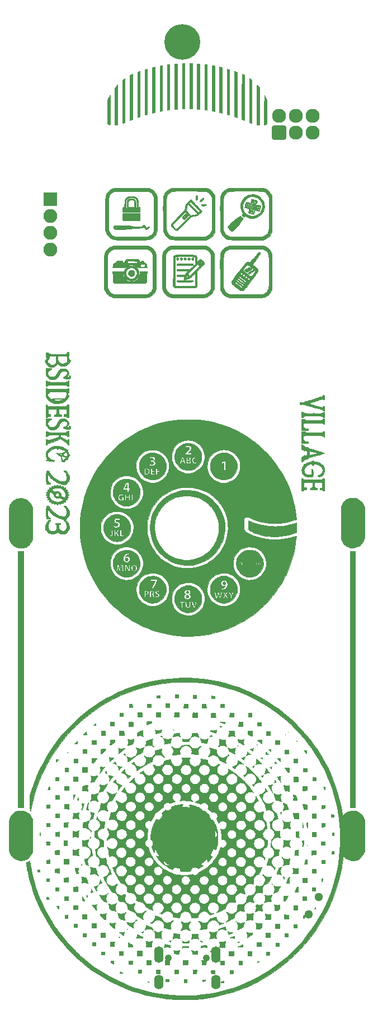
<source format=gbr>
%TF.GenerationSoftware,KiCad,Pcbnew,7.0.1*%
%TF.CreationDate,2023-08-25T16:33:55-05:00*%
%TF.ProjectId,BSidesKC23_Village,42536964-6573-44b4-9332-335f56696c6c,1.1*%
%TF.SameCoordinates,Original*%
%TF.FileFunction,Soldermask,Top*%
%TF.FilePolarity,Negative*%
%FSLAX46Y46*%
G04 Gerber Fmt 4.6, Leading zero omitted, Abs format (unit mm)*
G04 Created by KiCad (PCBNEW 7.0.1) date 2023-08-25 16:33:55*
%MOMM*%
%LPD*%
G01*
G04 APERTURE LIST*
G04 Aperture macros list*
%AMRoundRect*
0 Rectangle with rounded corners*
0 $1 Rounding radius*
0 $2 $3 $4 $5 $6 $7 $8 $9 X,Y pos of 4 corners*
0 Add a 4 corners polygon primitive as box body*
4,1,4,$2,$3,$4,$5,$6,$7,$8,$9,$2,$3,0*
0 Add four circle primitives for the rounded corners*
1,1,$1+$1,$2,$3*
1,1,$1+$1,$4,$5*
1,1,$1+$1,$6,$7*
1,1,$1+$1,$8,$9*
0 Add four rect primitives between the rounded corners*
20,1,$1+$1,$2,$3,$4,$5,0*
20,1,$1+$1,$4,$5,$6,$7,0*
20,1,$1+$1,$6,$7,$8,$9,0*
20,1,$1+$1,$8,$9,$2,$3,0*%
G04 Aperture macros list end*
%ADD10C,0.010000*%
%ADD11O,2.127200X2.127200*%
%ADD12RoundRect,0.200000X-0.863600X0.863600X-0.863600X-0.863600X0.863600X-0.863600X0.863600X0.863600X0*%
%ADD13C,2.127200*%
%ADD14C,5.400000*%
%ADD15RoundRect,0.200000X0.850000X0.850000X-0.850000X0.850000X-0.850000X-0.850000X0.850000X-0.850000X0*%
%ADD16O,2.100000X2.100000*%
%ADD17C,1.300000*%
%ADD18C,1.050000*%
%ADD19O,1.400000X2.200000*%
%ADD20O,1.400000X2.500000*%
G04 APERTURE END LIST*
%TO.C,G\u002A\u002A\u002A*%
D10*
X100248138Y-132892106D02*
X101255020Y-132944656D01*
X102262166Y-133039057D01*
X102932416Y-133125203D01*
X103916470Y-133286696D01*
X104890672Y-133489011D01*
X105853865Y-133731543D01*
X106804895Y-134013682D01*
X107742607Y-134334822D01*
X108665846Y-134694355D01*
X109573457Y-135091675D01*
X110464284Y-135526173D01*
X111337173Y-135997243D01*
X112190969Y-136504277D01*
X113024516Y-137046668D01*
X113836659Y-137623808D01*
X114626244Y-138235090D01*
X115392115Y-138879906D01*
X116133117Y-139557650D01*
X116848096Y-140267714D01*
X117177664Y-140615500D01*
X117858273Y-141378692D01*
X118503934Y-142165581D01*
X119114249Y-142975401D01*
X119688820Y-143807386D01*
X120227249Y-144660769D01*
X120729138Y-145534786D01*
X121194089Y-146428671D01*
X121621703Y-147341658D01*
X122011585Y-148272981D01*
X122363334Y-149221874D01*
X122676553Y-150187573D01*
X122950845Y-151169310D01*
X123185811Y-152166321D01*
X123189396Y-152183083D01*
X123206852Y-152268576D01*
X123228737Y-152381616D01*
X123254047Y-152516483D01*
X123281779Y-152667455D01*
X123310928Y-152828810D01*
X123340489Y-152994828D01*
X123369460Y-153159788D01*
X123396835Y-153317967D01*
X123421611Y-153463644D01*
X123442782Y-153591100D01*
X123459347Y-153694611D01*
X123470299Y-153768457D01*
X123474635Y-153806917D01*
X123474666Y-153808454D01*
X123485384Y-153804986D01*
X123513064Y-153773712D01*
X123540691Y-153736717D01*
X123714484Y-153527573D01*
X123916632Y-153349033D01*
X124143966Y-153203445D01*
X124393318Y-153093158D01*
X124422759Y-153083012D01*
X124683229Y-153016754D01*
X124947955Y-152989282D01*
X125211926Y-152999569D01*
X125470133Y-153046592D01*
X125717568Y-153129323D01*
X125949220Y-153246738D01*
X126160080Y-153397810D01*
X126220173Y-153451065D01*
X126390626Y-153627924D01*
X126526807Y-153811914D01*
X126635455Y-154013776D01*
X126723311Y-154244249D01*
X126728781Y-154261491D01*
X126787250Y-154447916D01*
X126787250Y-159062250D01*
X126738699Y-159231583D01*
X126643434Y-159491808D01*
X126514288Y-159729821D01*
X126353689Y-159942675D01*
X126164070Y-160127420D01*
X125947861Y-160281110D01*
X125813583Y-160353722D01*
X125679213Y-160415137D01*
X125559806Y-160459790D01*
X125442731Y-160490635D01*
X125315353Y-160510625D01*
X125165040Y-160522711D01*
X125072750Y-160526886D01*
X124942973Y-160530637D01*
X124843114Y-160530256D01*
X124760885Y-160524892D01*
X124683997Y-160513692D01*
X124600161Y-160495804D01*
X124590121Y-160493423D01*
X124327184Y-160410075D01*
X124084887Y-160291199D01*
X123866251Y-160138544D01*
X123692302Y-159973823D01*
X123566098Y-159836093D01*
X123540602Y-160073588D01*
X123519536Y-160253618D01*
X123491956Y-160464624D01*
X123459432Y-160696031D01*
X123423534Y-160937262D01*
X123385831Y-161177738D01*
X123347893Y-161406883D01*
X123314932Y-161594206D01*
X123112155Y-162590396D01*
X122869078Y-163574421D01*
X122586156Y-164545234D01*
X122263845Y-165501785D01*
X121902599Y-166443026D01*
X121502874Y-167367909D01*
X121065125Y-168275385D01*
X120589807Y-169164405D01*
X120077376Y-170033921D01*
X119528285Y-170882884D01*
X118942992Y-171710246D01*
X118896581Y-171772833D01*
X118275299Y-172572864D01*
X117623126Y-173344833D01*
X116941174Y-174087861D01*
X116230554Y-174801070D01*
X115492378Y-175483581D01*
X114727758Y-176134516D01*
X113937805Y-176752995D01*
X113123631Y-177338140D01*
X112286349Y-177889073D01*
X111427069Y-178404914D01*
X110546904Y-178884787D01*
X109646965Y-179327810D01*
X108933166Y-179646726D01*
X108008699Y-180018778D01*
X107069176Y-180351588D01*
X106116062Y-180644891D01*
X105150825Y-180898420D01*
X104174930Y-181111909D01*
X103189844Y-181285092D01*
X102197034Y-181417703D01*
X101197967Y-181509476D01*
X100194108Y-181560144D01*
X99186924Y-181569443D01*
X98445083Y-181549732D01*
X98162366Y-181535194D01*
X97849626Y-181514292D01*
X97518527Y-181488029D01*
X97180732Y-181457410D01*
X96847906Y-181423438D01*
X96531713Y-181387117D01*
X96476583Y-181380297D01*
X95486349Y-181235182D01*
X94506799Y-181049501D01*
X93538989Y-180823911D01*
X92583973Y-180559069D01*
X91642804Y-180255632D01*
X90716537Y-179914258D01*
X89806226Y-179535603D01*
X88912926Y-179120325D01*
X88037691Y-178669081D01*
X87181574Y-178182527D01*
X86345631Y-177661322D01*
X85530916Y-177106121D01*
X84738482Y-176517584D01*
X83969384Y-175896365D01*
X83224677Y-175243123D01*
X82505414Y-174558515D01*
X81812650Y-173843198D01*
X81147440Y-173097829D01*
X80510836Y-172323065D01*
X79903894Y-171519563D01*
X79331218Y-170693333D01*
X78785172Y-169832443D01*
X78277812Y-168954386D01*
X77809250Y-168059435D01*
X77379597Y-167147865D01*
X76988967Y-166219948D01*
X76637471Y-165275961D01*
X76325222Y-164316175D01*
X76052332Y-163340866D01*
X75818913Y-162350307D01*
X75724514Y-161888000D01*
X75697385Y-161745645D01*
X75669715Y-161595454D01*
X75642613Y-161443973D01*
X75617190Y-161297745D01*
X75594557Y-161163318D01*
X75575825Y-161047234D01*
X75562103Y-160956041D01*
X75554502Y-160896281D01*
X75553333Y-160879122D01*
X75567228Y-160849362D01*
X75612352Y-160816865D01*
X75685625Y-160781386D01*
X75775467Y-160738752D01*
X75876797Y-160685582D01*
X75955500Y-160640572D01*
X76022522Y-160602737D01*
X76075075Y-160578016D01*
X76103508Y-160570831D01*
X76105423Y-160571853D01*
X76113381Y-160597864D01*
X76124626Y-160655918D01*
X76137347Y-160736033D01*
X76144511Y-160787333D01*
X76156125Y-160866846D01*
X76173954Y-160979029D01*
X76196501Y-161114925D01*
X76222267Y-161265580D01*
X76249753Y-161422038D01*
X76264006Y-161501490D01*
X76461854Y-162477266D01*
X76700611Y-163442669D01*
X76979913Y-164396733D01*
X77299394Y-165338487D01*
X77658688Y-166266965D01*
X78057429Y-167181199D01*
X78495253Y-168080220D01*
X78971793Y-168963061D01*
X79283439Y-169496729D01*
X79371709Y-169640486D01*
X79479642Y-169811328D01*
X79602335Y-170001867D01*
X79734882Y-170204716D01*
X79872378Y-170412485D01*
X80009920Y-170617786D01*
X80142600Y-170813231D01*
X80265516Y-170991431D01*
X80373762Y-171144998D01*
X80422078Y-171211916D01*
X80753122Y-171656007D01*
X81082101Y-172077351D01*
X81415588Y-172483586D01*
X81760154Y-172882350D01*
X82122371Y-173281281D01*
X82508812Y-173688016D01*
X82854578Y-174038921D01*
X83171024Y-174351827D01*
X83468296Y-174637953D01*
X83753555Y-174903666D01*
X84033958Y-175155334D01*
X84316665Y-175399323D01*
X84608835Y-175642001D01*
X84917626Y-175889736D01*
X85069538Y-176008950D01*
X85860572Y-176599305D01*
X86674091Y-177154560D01*
X87508690Y-177674213D01*
X88362964Y-178157759D01*
X89235507Y-178604696D01*
X90124916Y-179014520D01*
X91029784Y-179386729D01*
X91948708Y-179720818D01*
X92880283Y-180016285D01*
X93823103Y-180272625D01*
X94775763Y-180489337D01*
X95736860Y-180665917D01*
X96704988Y-180801861D01*
X97678742Y-180896666D01*
X98656717Y-180949829D01*
X98879000Y-180956042D01*
X99207331Y-180961176D01*
X99550605Y-180962059D01*
X99899488Y-180958887D01*
X100244650Y-180951856D01*
X100576758Y-180941164D01*
X100886481Y-180927007D01*
X101164485Y-180909582D01*
X101196750Y-180907168D01*
X102207176Y-180809371D01*
X103204598Y-180671349D01*
X104188644Y-180493241D01*
X105158941Y-180275188D01*
X106115115Y-180017330D01*
X107056795Y-179719808D01*
X107983606Y-179382763D01*
X108895176Y-179006334D01*
X109791133Y-178590661D01*
X110671103Y-178135886D01*
X111534714Y-177642149D01*
X112381592Y-177109590D01*
X113211366Y-176538349D01*
X113642750Y-176220960D01*
X114299528Y-175706076D01*
X114951265Y-175154444D01*
X115592114Y-174571639D01*
X116216229Y-173963237D01*
X116817765Y-173334815D01*
X117390874Y-172691950D01*
X117595216Y-172450748D01*
X118218073Y-171672334D01*
X118805145Y-170872030D01*
X119356126Y-170051039D01*
X119870712Y-169210561D01*
X120348598Y-168351798D01*
X120789481Y-167475951D01*
X121193055Y-166584221D01*
X121559016Y-165677811D01*
X121887060Y-164757920D01*
X122176882Y-163825750D01*
X122428177Y-162882503D01*
X122640642Y-161929380D01*
X122813971Y-160967583D01*
X122947860Y-159998312D01*
X123042005Y-159022768D01*
X123096101Y-158042154D01*
X123109844Y-157057671D01*
X123082930Y-156070519D01*
X123015053Y-155081900D01*
X122905909Y-154093016D01*
X122755194Y-153105068D01*
X122646380Y-152521750D01*
X122434403Y-151565933D01*
X122181414Y-150618533D01*
X121888187Y-149681187D01*
X121555498Y-148755530D01*
X121184121Y-147843197D01*
X120774830Y-146945825D01*
X120328400Y-146065049D01*
X119845606Y-145202506D01*
X119327223Y-144359830D01*
X118774024Y-143538657D01*
X118186785Y-142740625D01*
X117758429Y-142199770D01*
X117108638Y-141436542D01*
X116429445Y-140702983D01*
X115721946Y-139999919D01*
X114987240Y-139328179D01*
X114226425Y-138688589D01*
X113440600Y-138081977D01*
X112630861Y-137509169D01*
X111798309Y-136970993D01*
X110944040Y-136468276D01*
X110069153Y-136001845D01*
X109174746Y-135572528D01*
X108658788Y-135345662D01*
X107741300Y-134978231D01*
X106808960Y-134649924D01*
X105863729Y-134361236D01*
X104907571Y-134112662D01*
X103942447Y-133904696D01*
X102970321Y-133737833D01*
X101993154Y-133612569D01*
X101651833Y-133578784D01*
X101427223Y-133558842D01*
X101222583Y-133542158D01*
X101030998Y-133528460D01*
X100845554Y-133517478D01*
X100659336Y-133508942D01*
X100465431Y-133502580D01*
X100256923Y-133498123D01*
X100026899Y-133495299D01*
X99768443Y-133493839D01*
X99474642Y-133493471D01*
X99471666Y-133493472D01*
X99190683Y-133493912D01*
X98945118Y-133495231D01*
X98728061Y-133497705D01*
X98532602Y-133501610D01*
X98351830Y-133507224D01*
X98178836Y-133514822D01*
X98006707Y-133524679D01*
X97828535Y-133537073D01*
X97637409Y-133552280D01*
X97426417Y-133570576D01*
X97333833Y-133578919D01*
X96351975Y-133689282D01*
X95377514Y-133841049D01*
X94411706Y-134033738D01*
X93455809Y-134266867D01*
X92511078Y-134539954D01*
X91578771Y-134852518D01*
X90660144Y-135204075D01*
X89756454Y-135594146D01*
X88868957Y-136022246D01*
X87998911Y-136487896D01*
X87147571Y-136990612D01*
X86316194Y-137529913D01*
X85506038Y-138105317D01*
X85480500Y-138124304D01*
X84687002Y-138741180D01*
X83923172Y-139387809D01*
X83189651Y-140063179D01*
X82487078Y-140766281D01*
X81816094Y-141496104D01*
X81177339Y-142251638D01*
X80571453Y-143031872D01*
X79999077Y-143835798D01*
X79460851Y-144662403D01*
X78957414Y-145510678D01*
X78489407Y-146379612D01*
X78057471Y-147268196D01*
X77662245Y-148175418D01*
X77304369Y-149100269D01*
X76984485Y-150041738D01*
X76703232Y-150998816D01*
X76461250Y-151970491D01*
X76336261Y-152554685D01*
X76309990Y-152684046D01*
X76286205Y-152798617D01*
X76266246Y-152892162D01*
X76251449Y-152958442D01*
X76243151Y-152991221D01*
X76242159Y-152993562D01*
X76221035Y-152989450D01*
X76190394Y-152973208D01*
X76180570Y-152966395D01*
X76172315Y-152956948D01*
X76165490Y-152941395D01*
X76159961Y-152916264D01*
X76155591Y-152878085D01*
X76152244Y-152823385D01*
X76149783Y-152748693D01*
X76148072Y-152650538D01*
X76146975Y-152525448D01*
X76146355Y-152369951D01*
X76146076Y-152180576D01*
X76146002Y-151953852D01*
X76146000Y-151842519D01*
X76146000Y-150739556D01*
X76231582Y-150445319D01*
X76531860Y-149486601D01*
X76870998Y-148540614D01*
X77247922Y-147609624D01*
X77661558Y-146695901D01*
X78110829Y-145801710D01*
X78594661Y-144929320D01*
X79111979Y-144080999D01*
X79588492Y-143364239D01*
X80177658Y-142549107D01*
X80799095Y-141760046D01*
X81451557Y-140998057D01*
X82133795Y-140264144D01*
X82844564Y-139559308D01*
X83582614Y-138884552D01*
X84346700Y-138240879D01*
X85135574Y-137629291D01*
X85947988Y-137050790D01*
X86782695Y-136506378D01*
X87638449Y-135997059D01*
X88514001Y-135523835D01*
X89408105Y-135087707D01*
X90319513Y-134689679D01*
X90446475Y-134637839D01*
X91387558Y-134279525D01*
X92340388Y-133961671D01*
X93303817Y-133684416D01*
X94276697Y-133447900D01*
X95257880Y-133252262D01*
X96246217Y-133097640D01*
X97240559Y-132984175D01*
X98239759Y-132912005D01*
X99242668Y-132881269D01*
X100248138Y-132892106D01*
G36*
X100248138Y-132892106D02*
G01*
X101255020Y-132944656D01*
X102262166Y-133039057D01*
X102932416Y-133125203D01*
X103916470Y-133286696D01*
X104890672Y-133489011D01*
X105853865Y-133731543D01*
X106804895Y-134013682D01*
X107742607Y-134334822D01*
X108665846Y-134694355D01*
X109573457Y-135091675D01*
X110464284Y-135526173D01*
X111337173Y-135997243D01*
X112190969Y-136504277D01*
X113024516Y-137046668D01*
X113836659Y-137623808D01*
X114626244Y-138235090D01*
X115392115Y-138879906D01*
X116133117Y-139557650D01*
X116848096Y-140267714D01*
X117177664Y-140615500D01*
X117858273Y-141378692D01*
X118503934Y-142165581D01*
X119114249Y-142975401D01*
X119688820Y-143807386D01*
X120227249Y-144660769D01*
X120729138Y-145534786D01*
X121194089Y-146428671D01*
X121621703Y-147341658D01*
X122011585Y-148272981D01*
X122363334Y-149221874D01*
X122676553Y-150187573D01*
X122950845Y-151169310D01*
X123185811Y-152166321D01*
X123189396Y-152183083D01*
X123206852Y-152268576D01*
X123228737Y-152381616D01*
X123254047Y-152516483D01*
X123281779Y-152667455D01*
X123310928Y-152828810D01*
X123340489Y-152994828D01*
X123369460Y-153159788D01*
X123396835Y-153317967D01*
X123421611Y-153463644D01*
X123442782Y-153591100D01*
X123459347Y-153694611D01*
X123470299Y-153768457D01*
X123474635Y-153806917D01*
X123474666Y-153808454D01*
X123485384Y-153804986D01*
X123513064Y-153773712D01*
X123540691Y-153736717D01*
X123714484Y-153527573D01*
X123916632Y-153349033D01*
X124143966Y-153203445D01*
X124393318Y-153093158D01*
X124422759Y-153083012D01*
X124683229Y-153016754D01*
X124947955Y-152989282D01*
X125211926Y-152999569D01*
X125470133Y-153046592D01*
X125717568Y-153129323D01*
X125949220Y-153246738D01*
X126160080Y-153397810D01*
X126220173Y-153451065D01*
X126390626Y-153627924D01*
X126526807Y-153811914D01*
X126635455Y-154013776D01*
X126723311Y-154244249D01*
X126728781Y-154261491D01*
X126787250Y-154447916D01*
X126787250Y-159062250D01*
X126738699Y-159231583D01*
X126643434Y-159491808D01*
X126514288Y-159729821D01*
X126353689Y-159942675D01*
X126164070Y-160127420D01*
X125947861Y-160281110D01*
X125813583Y-160353722D01*
X125679213Y-160415137D01*
X125559806Y-160459790D01*
X125442731Y-160490635D01*
X125315353Y-160510625D01*
X125165040Y-160522711D01*
X125072750Y-160526886D01*
X124942973Y-160530637D01*
X124843114Y-160530256D01*
X124760885Y-160524892D01*
X124683997Y-160513692D01*
X124600161Y-160495804D01*
X124590121Y-160493423D01*
X124327184Y-160410075D01*
X124084887Y-160291199D01*
X123866251Y-160138544D01*
X123692302Y-159973823D01*
X123566098Y-159836093D01*
X123540602Y-160073588D01*
X123519536Y-160253618D01*
X123491956Y-160464624D01*
X123459432Y-160696031D01*
X123423534Y-160937262D01*
X123385831Y-161177738D01*
X123347893Y-161406883D01*
X123314932Y-161594206D01*
X123112155Y-162590396D01*
X122869078Y-163574421D01*
X122586156Y-164545234D01*
X122263845Y-165501785D01*
X121902599Y-166443026D01*
X121502874Y-167367909D01*
X121065125Y-168275385D01*
X120589807Y-169164405D01*
X120077376Y-170033921D01*
X119528285Y-170882884D01*
X118942992Y-171710246D01*
X118896581Y-171772833D01*
X118275299Y-172572864D01*
X117623126Y-173344833D01*
X116941174Y-174087861D01*
X116230554Y-174801070D01*
X115492378Y-175483581D01*
X114727758Y-176134516D01*
X113937805Y-176752995D01*
X113123631Y-177338140D01*
X112286349Y-177889073D01*
X111427069Y-178404914D01*
X110546904Y-178884787D01*
X109646965Y-179327810D01*
X108933166Y-179646726D01*
X108008699Y-180018778D01*
X107069176Y-180351588D01*
X106116062Y-180644891D01*
X105150825Y-180898420D01*
X104174930Y-181111909D01*
X103189844Y-181285092D01*
X102197034Y-181417703D01*
X101197967Y-181509476D01*
X100194108Y-181560144D01*
X99186924Y-181569443D01*
X98445083Y-181549732D01*
X98162366Y-181535194D01*
X97849626Y-181514292D01*
X97518527Y-181488029D01*
X97180732Y-181457410D01*
X96847906Y-181423438D01*
X96531713Y-181387117D01*
X96476583Y-181380297D01*
X95486349Y-181235182D01*
X94506799Y-181049501D01*
X93538989Y-180823911D01*
X92583973Y-180559069D01*
X91642804Y-180255632D01*
X90716537Y-179914258D01*
X89806226Y-179535603D01*
X88912926Y-179120325D01*
X88037691Y-178669081D01*
X87181574Y-178182527D01*
X86345631Y-177661322D01*
X85530916Y-177106121D01*
X84738482Y-176517584D01*
X83969384Y-175896365D01*
X83224677Y-175243123D01*
X82505414Y-174558515D01*
X81812650Y-173843198D01*
X81147440Y-173097829D01*
X80510836Y-172323065D01*
X79903894Y-171519563D01*
X79331218Y-170693333D01*
X78785172Y-169832443D01*
X78277812Y-168954386D01*
X77809250Y-168059435D01*
X77379597Y-167147865D01*
X76988967Y-166219948D01*
X76637471Y-165275961D01*
X76325222Y-164316175D01*
X76052332Y-163340866D01*
X75818913Y-162350307D01*
X75724514Y-161888000D01*
X75697385Y-161745645D01*
X75669715Y-161595454D01*
X75642613Y-161443973D01*
X75617190Y-161297745D01*
X75594557Y-161163318D01*
X75575825Y-161047234D01*
X75562103Y-160956041D01*
X75554502Y-160896281D01*
X75553333Y-160879122D01*
X75567228Y-160849362D01*
X75612352Y-160816865D01*
X75685625Y-160781386D01*
X75775467Y-160738752D01*
X75876797Y-160685582D01*
X75955500Y-160640572D01*
X76022522Y-160602737D01*
X76075075Y-160578016D01*
X76103508Y-160570831D01*
X76105423Y-160571853D01*
X76113381Y-160597864D01*
X76124626Y-160655918D01*
X76137347Y-160736033D01*
X76144511Y-160787333D01*
X76156125Y-160866846D01*
X76173954Y-160979029D01*
X76196501Y-161114925D01*
X76222267Y-161265580D01*
X76249753Y-161422038D01*
X76264006Y-161501490D01*
X76461854Y-162477266D01*
X76700611Y-163442669D01*
X76979913Y-164396733D01*
X77299394Y-165338487D01*
X77658688Y-166266965D01*
X78057429Y-167181199D01*
X78495253Y-168080220D01*
X78971793Y-168963061D01*
X79283439Y-169496729D01*
X79371709Y-169640486D01*
X79479642Y-169811328D01*
X79602335Y-170001867D01*
X79734882Y-170204716D01*
X79872378Y-170412485D01*
X80009920Y-170617786D01*
X80142600Y-170813231D01*
X80265516Y-170991431D01*
X80373762Y-171144998D01*
X80422078Y-171211916D01*
X80753122Y-171656007D01*
X81082101Y-172077351D01*
X81415588Y-172483586D01*
X81760154Y-172882350D01*
X82122371Y-173281281D01*
X82508812Y-173688016D01*
X82854578Y-174038921D01*
X83171024Y-174351827D01*
X83468296Y-174637953D01*
X83753555Y-174903666D01*
X84033958Y-175155334D01*
X84316665Y-175399323D01*
X84608835Y-175642001D01*
X84917626Y-175889736D01*
X85069538Y-176008950D01*
X85860572Y-176599305D01*
X86674091Y-177154560D01*
X87508690Y-177674213D01*
X88362964Y-178157759D01*
X89235507Y-178604696D01*
X90124916Y-179014520D01*
X91029784Y-179386729D01*
X91948708Y-179720818D01*
X92880283Y-180016285D01*
X93823103Y-180272625D01*
X94775763Y-180489337D01*
X95736860Y-180665917D01*
X96704988Y-180801861D01*
X97678742Y-180896666D01*
X98656717Y-180949829D01*
X98879000Y-180956042D01*
X99207331Y-180961176D01*
X99550605Y-180962059D01*
X99899488Y-180958887D01*
X100244650Y-180951856D01*
X100576758Y-180941164D01*
X100886481Y-180927007D01*
X101164485Y-180909582D01*
X101196750Y-180907168D01*
X102207176Y-180809371D01*
X103204598Y-180671349D01*
X104188644Y-180493241D01*
X105158941Y-180275188D01*
X106115115Y-180017330D01*
X107056795Y-179719808D01*
X107983606Y-179382763D01*
X108895176Y-179006334D01*
X109791133Y-178590661D01*
X110671103Y-178135886D01*
X111534714Y-177642149D01*
X112381592Y-177109590D01*
X113211366Y-176538349D01*
X113642750Y-176220960D01*
X114299528Y-175706076D01*
X114951265Y-175154444D01*
X115592114Y-174571639D01*
X116216229Y-173963237D01*
X116817765Y-173334815D01*
X117390874Y-172691950D01*
X117595216Y-172450748D01*
X118218073Y-171672334D01*
X118805145Y-170872030D01*
X119356126Y-170051039D01*
X119870712Y-169210561D01*
X120348598Y-168351798D01*
X120789481Y-167475951D01*
X121193055Y-166584221D01*
X121559016Y-165677811D01*
X121887060Y-164757920D01*
X122176882Y-163825750D01*
X122428177Y-162882503D01*
X122640642Y-161929380D01*
X122813971Y-160967583D01*
X122947860Y-159998312D01*
X123042005Y-159022768D01*
X123096101Y-158042154D01*
X123109844Y-157057671D01*
X123082930Y-156070519D01*
X123015053Y-155081900D01*
X122905909Y-154093016D01*
X122755194Y-153105068D01*
X122646380Y-152521750D01*
X122434403Y-151565933D01*
X122181414Y-150618533D01*
X121888187Y-149681187D01*
X121555498Y-148755530D01*
X121184121Y-147843197D01*
X120774830Y-146945825D01*
X120328400Y-146065049D01*
X119845606Y-145202506D01*
X119327223Y-144359830D01*
X118774024Y-143538657D01*
X118186785Y-142740625D01*
X117758429Y-142199770D01*
X117108638Y-141436542D01*
X116429445Y-140702983D01*
X115721946Y-139999919D01*
X114987240Y-139328179D01*
X114226425Y-138688589D01*
X113440600Y-138081977D01*
X112630861Y-137509169D01*
X111798309Y-136970993D01*
X110944040Y-136468276D01*
X110069153Y-136001845D01*
X109174746Y-135572528D01*
X108658788Y-135345662D01*
X107741300Y-134978231D01*
X106808960Y-134649924D01*
X105863729Y-134361236D01*
X104907571Y-134112662D01*
X103942447Y-133904696D01*
X102970321Y-133737833D01*
X101993154Y-133612569D01*
X101651833Y-133578784D01*
X101427223Y-133558842D01*
X101222583Y-133542158D01*
X101030998Y-133528460D01*
X100845554Y-133517478D01*
X100659336Y-133508942D01*
X100465431Y-133502580D01*
X100256923Y-133498123D01*
X100026899Y-133495299D01*
X99768443Y-133493839D01*
X99474642Y-133493471D01*
X99471666Y-133493472D01*
X99190683Y-133493912D01*
X98945118Y-133495231D01*
X98728061Y-133497705D01*
X98532602Y-133501610D01*
X98351830Y-133507224D01*
X98178836Y-133514822D01*
X98006707Y-133524679D01*
X97828535Y-133537073D01*
X97637409Y-133552280D01*
X97426417Y-133570576D01*
X97333833Y-133578919D01*
X96351975Y-133689282D01*
X95377514Y-133841049D01*
X94411706Y-134033738D01*
X93455809Y-134266867D01*
X92511078Y-134539954D01*
X91578771Y-134852518D01*
X90660144Y-135204075D01*
X89756454Y-135594146D01*
X88868957Y-136022246D01*
X87998911Y-136487896D01*
X87147571Y-136990612D01*
X86316194Y-137529913D01*
X85506038Y-138105317D01*
X85480500Y-138124304D01*
X84687002Y-138741180D01*
X83923172Y-139387809D01*
X83189651Y-140063179D01*
X82487078Y-140766281D01*
X81816094Y-141496104D01*
X81177339Y-142251638D01*
X80571453Y-143031872D01*
X79999077Y-143835798D01*
X79460851Y-144662403D01*
X78957414Y-145510678D01*
X78489407Y-146379612D01*
X78057471Y-147268196D01*
X77662245Y-148175418D01*
X77304369Y-149100269D01*
X76984485Y-150041738D01*
X76703232Y-150998816D01*
X76461250Y-151970491D01*
X76336261Y-152554685D01*
X76309990Y-152684046D01*
X76286205Y-152798617D01*
X76266246Y-152892162D01*
X76251449Y-152958442D01*
X76243151Y-152991221D01*
X76242159Y-152993562D01*
X76221035Y-152989450D01*
X76190394Y-152973208D01*
X76180570Y-152966395D01*
X76172315Y-152956948D01*
X76165490Y-152941395D01*
X76159961Y-152916264D01*
X76155591Y-152878085D01*
X76152244Y-152823385D01*
X76149783Y-152748693D01*
X76148072Y-152650538D01*
X76146975Y-152525448D01*
X76146355Y-152369951D01*
X76146076Y-152180576D01*
X76146002Y-151953852D01*
X76146000Y-151842519D01*
X76146000Y-150739556D01*
X76231582Y-150445319D01*
X76531860Y-149486601D01*
X76870998Y-148540614D01*
X77247922Y-147609624D01*
X77661558Y-146695901D01*
X78110829Y-145801710D01*
X78594661Y-144929320D01*
X79111979Y-144080999D01*
X79588492Y-143364239D01*
X80177658Y-142549107D01*
X80799095Y-141760046D01*
X81451557Y-140998057D01*
X82133795Y-140264144D01*
X82844564Y-139559308D01*
X83582614Y-138884552D01*
X84346700Y-138240879D01*
X85135574Y-137629291D01*
X85947988Y-137050790D01*
X86782695Y-136506378D01*
X87638449Y-135997059D01*
X88514001Y-135523835D01*
X89408105Y-135087707D01*
X90319513Y-134689679D01*
X90446475Y-134637839D01*
X91387558Y-134279525D01*
X92340388Y-133961671D01*
X93303817Y-133684416D01*
X94276697Y-133447900D01*
X95257880Y-133252262D01*
X96246217Y-133097640D01*
X97240559Y-132984175D01*
X98239759Y-132912005D01*
X99242668Y-132881269D01*
X100248138Y-132892106D01*
G37*
X99937333Y-178969500D02*
X99752125Y-178969789D01*
X99661968Y-178971348D01*
X99583397Y-178975248D01*
X99529563Y-178980751D01*
X99519291Y-178982841D01*
X99498590Y-178987020D01*
X99484971Y-178981681D01*
X99476952Y-178959896D01*
X99473049Y-178914735D01*
X99471781Y-178839271D01*
X99471666Y-178760302D01*
X99471666Y-178525000D01*
X99937333Y-178525000D01*
X99937333Y-178969500D01*
G36*
X99937333Y-178969500D02*
G01*
X99752125Y-178969789D01*
X99661968Y-178971348D01*
X99583397Y-178975248D01*
X99529563Y-178980751D01*
X99519291Y-178982841D01*
X99498590Y-178987020D01*
X99484971Y-178981681D01*
X99476952Y-178959896D01*
X99473049Y-178914735D01*
X99471781Y-178839271D01*
X99471666Y-178760302D01*
X99471666Y-178525000D01*
X99937333Y-178525000D01*
X99937333Y-178969500D01*
G37*
X105455596Y-178756125D02*
X105461016Y-178793512D01*
X105461833Y-178852680D01*
X105461833Y-178969500D01*
X105056984Y-178969500D01*
X105063617Y-178901931D01*
X105065633Y-178877226D01*
X105069942Y-178858693D01*
X105082364Y-178843772D01*
X105108723Y-178829903D01*
X105154841Y-178814528D01*
X105226541Y-178795087D01*
X105329645Y-178769020D01*
X105414208Y-178747828D01*
X105441386Y-178743964D01*
X105455596Y-178756125D01*
G36*
X105455596Y-178756125D02*
G01*
X105461016Y-178793512D01*
X105461833Y-178852680D01*
X105461833Y-178969500D01*
X105056984Y-178969500D01*
X105063617Y-178901931D01*
X105065633Y-178877226D01*
X105069942Y-178858693D01*
X105082364Y-178843772D01*
X105108723Y-178829903D01*
X105154841Y-178814528D01*
X105226541Y-178795087D01*
X105329645Y-178769020D01*
X105414208Y-178747828D01*
X105441386Y-178743964D01*
X105455596Y-178756125D01*
G37*
X94021956Y-178860380D02*
X94094527Y-178879417D01*
X94158833Y-178897106D01*
X94254083Y-178923381D01*
X94100625Y-178925273D01*
X94021185Y-178925238D01*
X93975111Y-178921101D01*
X93953470Y-178910485D01*
X93947327Y-178891013D01*
X93947166Y-178884430D01*
X93948180Y-178864265D01*
X93956103Y-178853243D01*
X93978255Y-178851802D01*
X94021956Y-178860380D01*
G36*
X94021956Y-178860380D02*
G01*
X94094527Y-178879417D01*
X94158833Y-178897106D01*
X94254083Y-178923381D01*
X94100625Y-178925273D01*
X94021185Y-178925238D01*
X93975111Y-178921101D01*
X93953470Y-178910485D01*
X93947327Y-178891013D01*
X93947166Y-178884430D01*
X93948180Y-178864265D01*
X93956103Y-178853243D01*
X93978255Y-178851802D01*
X94021956Y-178860380D01*
G37*
X97164500Y-178671917D02*
X97162640Y-178751558D01*
X97157705Y-178813041D01*
X97150659Y-178845659D01*
X97148625Y-178848079D01*
X97122104Y-178848913D01*
X97063469Y-178844653D01*
X96982521Y-178836136D01*
X96923523Y-178828837D01*
X96834815Y-178816759D01*
X96763641Y-178806132D01*
X96719211Y-178798384D01*
X96709020Y-178795550D01*
X96705174Y-178773056D01*
X96700148Y-178719786D01*
X96695026Y-178647241D01*
X96694994Y-178646708D01*
X96686243Y-178503833D01*
X97164500Y-178503833D01*
X97164500Y-178671917D01*
G36*
X97164500Y-178671917D02*
G01*
X97162640Y-178751558D01*
X97157705Y-178813041D01*
X97150659Y-178845659D01*
X97148625Y-178848079D01*
X97122104Y-178848913D01*
X97063469Y-178844653D01*
X96982521Y-178836136D01*
X96923523Y-178828837D01*
X96834815Y-178816759D01*
X96763641Y-178806132D01*
X96719211Y-178798384D01*
X96709020Y-178795550D01*
X96705174Y-178773056D01*
X96700148Y-178719786D01*
X96695026Y-178647241D01*
X96694994Y-178646708D01*
X96686243Y-178503833D01*
X97164500Y-178503833D01*
X97164500Y-178671917D01*
G37*
X102706034Y-178646626D02*
X102699583Y-178747087D01*
X102530250Y-178772036D01*
X102415860Y-178788784D01*
X102336912Y-178797941D01*
X102286851Y-178797239D01*
X102259122Y-178784409D01*
X102247168Y-178757183D01*
X102244436Y-178713294D01*
X102244500Y-178673166D01*
X102244500Y-178546166D01*
X102712486Y-178546166D01*
X102706034Y-178646626D01*
G36*
X102706034Y-178646626D02*
G01*
X102699583Y-178747087D01*
X102530250Y-178772036D01*
X102415860Y-178788784D01*
X102336912Y-178797941D01*
X102286851Y-178797239D01*
X102259122Y-178784409D01*
X102247168Y-178757183D01*
X102244436Y-178713294D01*
X102244500Y-178673166D01*
X102244500Y-178546166D01*
X102712486Y-178546166D01*
X102706034Y-178646626D01*
G37*
X101390265Y-177215771D02*
X101383085Y-177308079D01*
X101378157Y-177416606D01*
X101376666Y-177501521D01*
X101376666Y-177657166D01*
X101100835Y-177657166D01*
X100977940Y-177655912D01*
X100892855Y-177651872D01*
X100841121Y-177644632D01*
X100818283Y-177633777D01*
X100816644Y-177630708D01*
X100812701Y-177600231D01*
X100808112Y-177536668D01*
X100803439Y-177449248D01*
X100799248Y-177347200D01*
X100799169Y-177344958D01*
X100790055Y-177085666D01*
X101403863Y-177085666D01*
X101390265Y-177215771D01*
G36*
X101390265Y-177215771D02*
G01*
X101383085Y-177308079D01*
X101378157Y-177416606D01*
X101376666Y-177501521D01*
X101376666Y-177657166D01*
X101100835Y-177657166D01*
X100977940Y-177655912D01*
X100892855Y-177651872D01*
X100841121Y-177644632D01*
X100818283Y-177633777D01*
X100816644Y-177630708D01*
X100812701Y-177600231D01*
X100808112Y-177536668D01*
X100803439Y-177449248D01*
X100799248Y-177347200D01*
X100799169Y-177344958D01*
X100790055Y-177085666D01*
X101403863Y-177085666D01*
X101390265Y-177215771D01*
G37*
X104149373Y-177207375D02*
X104147585Y-177278421D01*
X104142988Y-177372655D01*
X104136527Y-177471101D01*
X104135652Y-177482541D01*
X104122058Y-177657166D01*
X103864140Y-177657166D01*
X103763616Y-177656069D01*
X103678990Y-177653080D01*
X103618982Y-177648652D01*
X103592312Y-177643235D01*
X103592111Y-177643055D01*
X103586702Y-177617593D01*
X103582251Y-177558460D01*
X103579204Y-177474318D01*
X103578003Y-177373825D01*
X103578000Y-177367888D01*
X103578000Y-177106833D01*
X104149500Y-177106833D01*
X104149373Y-177207375D01*
G36*
X104149373Y-177207375D02*
G01*
X104147585Y-177278421D01*
X104142988Y-177372655D01*
X104136527Y-177471101D01*
X104135652Y-177482541D01*
X104122058Y-177657166D01*
X103864140Y-177657166D01*
X103763616Y-177656069D01*
X103678990Y-177653080D01*
X103618982Y-177648652D01*
X103592312Y-177643235D01*
X103592111Y-177643055D01*
X103586702Y-177617593D01*
X103582251Y-177558460D01*
X103579204Y-177474318D01*
X103578003Y-177373825D01*
X103578000Y-177367888D01*
X103578000Y-177106833D01*
X104149500Y-177106833D01*
X104149373Y-177207375D01*
G37*
X98616010Y-177217958D02*
X98607824Y-177320032D01*
X98598885Y-177424359D01*
X98591036Y-177509475D01*
X98590562Y-177514291D01*
X98578510Y-177636000D01*
X98032333Y-177636000D01*
X98032206Y-177514291D01*
X98030366Y-177431464D01*
X98025642Y-177327895D01*
X98019026Y-177224998D01*
X98018485Y-177217958D01*
X98004892Y-177043333D01*
X98629406Y-177043333D01*
X98616010Y-177217958D01*
G36*
X98616010Y-177217958D02*
G01*
X98607824Y-177320032D01*
X98598885Y-177424359D01*
X98591036Y-177509475D01*
X98590562Y-177514291D01*
X98578510Y-177636000D01*
X98032333Y-177636000D01*
X98032206Y-177514291D01*
X98030366Y-177431464D01*
X98025642Y-177327895D01*
X98019026Y-177224998D01*
X98018485Y-177217958D01*
X98004892Y-177043333D01*
X98629406Y-177043333D01*
X98616010Y-177217958D01*
G37*
X95809833Y-177614833D02*
X95286697Y-177614833D01*
X95273098Y-177484728D01*
X95265642Y-177389483D01*
X95260703Y-177280564D01*
X95259500Y-177209561D01*
X95259500Y-177064500D01*
X95809833Y-177064500D01*
X95809833Y-177614833D01*
G36*
X95809833Y-177614833D02*
G01*
X95286697Y-177614833D01*
X95273098Y-177484728D01*
X95265642Y-177389483D01*
X95260703Y-177280564D01*
X95259500Y-177209561D01*
X95259500Y-177064500D01*
X95809833Y-177064500D01*
X95809833Y-177614833D01*
G37*
X106901166Y-177209473D02*
X106899332Y-177271782D01*
X106894515Y-177357962D01*
X106887742Y-177449740D01*
X106887477Y-177452889D01*
X106873788Y-177614833D01*
X106420454Y-177614833D01*
X106406961Y-177471958D01*
X106399675Y-177379150D01*
X106394714Y-177286091D01*
X106393317Y-177228541D01*
X106393166Y-177128000D01*
X106901166Y-177128000D01*
X106901166Y-177209473D01*
G36*
X106901166Y-177209473D02*
G01*
X106899332Y-177271782D01*
X106894515Y-177357962D01*
X106887742Y-177449740D01*
X106887477Y-177452889D01*
X106873788Y-177614833D01*
X106420454Y-177614833D01*
X106406961Y-177471958D01*
X106399675Y-177379150D01*
X106394714Y-177286091D01*
X106393317Y-177228541D01*
X106393166Y-177128000D01*
X106901166Y-177128000D01*
X106901166Y-177209473D01*
G37*
X93015706Y-177165041D02*
X93013968Y-177224652D01*
X93009491Y-177309697D01*
X93003177Y-177403433D01*
X93001985Y-177419041D01*
X92988392Y-177593666D01*
X92534896Y-177593666D01*
X92521548Y-177482541D01*
X92514255Y-177398898D01*
X92509330Y-177298699D01*
X92508017Y-177228541D01*
X92507833Y-177085666D01*
X93015833Y-177085666D01*
X93015706Y-177165041D01*
G36*
X93015706Y-177165041D02*
G01*
X93013968Y-177224652D01*
X93009491Y-177309697D01*
X93003177Y-177403433D01*
X93001985Y-177419041D01*
X92988392Y-177593666D01*
X92534896Y-177593666D01*
X92521548Y-177482541D01*
X92514255Y-177398898D01*
X92509330Y-177298699D01*
X92508017Y-177228541D01*
X92507833Y-177085666D01*
X93015833Y-177085666D01*
X93015706Y-177165041D01*
G37*
X89831379Y-177348469D02*
X89888448Y-177371550D01*
X89959257Y-177403915D01*
X90033738Y-177440573D01*
X90101823Y-177476532D01*
X90153446Y-177506798D01*
X90178539Y-177526379D01*
X90179500Y-177528799D01*
X90158944Y-177540318D01*
X90099420Y-177547911D01*
X90004142Y-177551217D01*
X89978416Y-177551333D01*
X89777333Y-177551333D01*
X89777333Y-177445500D01*
X89781071Y-177385127D01*
X89790630Y-177346807D01*
X89798116Y-177339666D01*
X89831379Y-177348469D01*
G36*
X89831379Y-177348469D02*
G01*
X89888448Y-177371550D01*
X89959257Y-177403915D01*
X90033738Y-177440573D01*
X90101823Y-177476532D01*
X90153446Y-177506798D01*
X90178539Y-177526379D01*
X90179500Y-177528799D01*
X90158944Y-177540318D01*
X90099420Y-177547911D01*
X90004142Y-177551217D01*
X89978416Y-177551333D01*
X89777333Y-177551333D01*
X89777333Y-177445500D01*
X89781071Y-177385127D01*
X89790630Y-177346807D01*
X89798116Y-177339666D01*
X89831379Y-177348469D01*
G37*
X100053562Y-175873875D02*
X100047294Y-175981966D01*
X100040294Y-176087424D01*
X100033615Y-176174992D01*
X100030204Y-176212541D01*
X100018953Y-176323666D01*
X99344666Y-176323666D01*
X99344666Y-175646333D01*
X100065669Y-175646333D01*
X100053562Y-175873875D01*
G36*
X100053562Y-175873875D02*
G01*
X100047294Y-175981966D01*
X100040294Y-176087424D01*
X100033615Y-176174992D01*
X100030204Y-176212541D01*
X100018953Y-176323666D01*
X99344666Y-176323666D01*
X99344666Y-175646333D01*
X100065669Y-175646333D01*
X100053562Y-175873875D01*
G37*
X102477744Y-175646317D02*
X102827405Y-175646333D01*
X102821438Y-175810375D01*
X102816706Y-175918002D01*
X102810099Y-176040773D01*
X102803252Y-176149041D01*
X102791033Y-176323666D01*
X102159833Y-176323666D01*
X102158057Y-176223125D01*
X102156035Y-176159644D01*
X102151981Y-176067801D01*
X102146546Y-175961485D01*
X102142182Y-175884442D01*
X102128083Y-175646302D01*
X102477744Y-175646317D01*
G36*
X102477744Y-175646317D02*
G01*
X102827405Y-175646333D01*
X102821438Y-175810375D01*
X102816706Y-175918002D01*
X102810099Y-176040773D01*
X102803252Y-176149041D01*
X102791033Y-176323666D01*
X102159833Y-176323666D01*
X102158057Y-176223125D01*
X102156035Y-176159644D01*
X102151981Y-176067801D01*
X102146546Y-175961485D01*
X102142182Y-175884442D01*
X102128083Y-175646302D01*
X102477744Y-175646317D01*
G37*
X105584107Y-175979708D02*
X105578250Y-176291916D01*
X105266041Y-176297774D01*
X104953833Y-176303631D01*
X104953706Y-176160190D01*
X104951808Y-176064881D01*
X104946947Y-175951579D01*
X104940164Y-175844435D01*
X104939985Y-175842125D01*
X104926392Y-175667500D01*
X105589965Y-175667500D01*
X105584107Y-175979708D01*
G36*
X105584107Y-175979708D02*
G01*
X105578250Y-176291916D01*
X105266041Y-176297774D01*
X104953833Y-176303631D01*
X104953706Y-176160190D01*
X104951808Y-176064881D01*
X104946947Y-175951579D01*
X104940164Y-175844435D01*
X104939985Y-175842125D01*
X104926392Y-175667500D01*
X105589965Y-175667500D01*
X105584107Y-175979708D01*
G37*
X97270333Y-175717123D02*
X97268984Y-175787803D01*
X97265359Y-175885206D01*
X97260090Y-175993827D01*
X97256533Y-176055790D01*
X97242733Y-176281333D01*
X96593000Y-176281333D01*
X96593000Y-175604000D01*
X97270333Y-175604000D01*
X97270333Y-175717123D01*
G36*
X97270333Y-175717123D02*
G01*
X97268984Y-175787803D01*
X97265359Y-175885206D01*
X97260090Y-175993827D01*
X97256533Y-176055790D01*
X97242733Y-176281333D01*
X96593000Y-176281333D01*
X96593000Y-175604000D01*
X97270333Y-175604000D01*
X97270333Y-175717123D01*
G37*
X94468855Y-175787110D02*
X94461661Y-175895587D01*
X94456703Y-176015028D01*
X94455166Y-176104610D01*
X94455166Y-176260166D01*
X93820166Y-176260166D01*
X93820166Y-175625166D01*
X94482545Y-175625166D01*
X94468855Y-175787110D01*
G36*
X94468855Y-175787110D02*
G01*
X94461661Y-175895587D01*
X94456703Y-176015028D01*
X94455166Y-176104610D01*
X94455166Y-176260166D01*
X93820166Y-176260166D01*
X93820166Y-175625166D01*
X94482545Y-175625166D01*
X94468855Y-175787110D01*
G37*
X108319333Y-176260166D02*
X107775339Y-176260166D01*
X107761586Y-176066414D01*
X107755311Y-175968998D01*
X107750538Y-175877704D01*
X107748032Y-175807871D01*
X107747833Y-175791248D01*
X107747833Y-175709833D01*
X108319333Y-175709833D01*
X108319333Y-176260166D01*
G36*
X108319333Y-176260166D02*
G01*
X107775339Y-176260166D01*
X107761586Y-176066414D01*
X107755311Y-175968998D01*
X107750538Y-175877704D01*
X107748032Y-175807871D01*
X107747833Y-175791248D01*
X107747833Y-175709833D01*
X108319333Y-175709833D01*
X108319333Y-176260166D01*
G37*
X91661166Y-176239000D02*
X91089666Y-176239000D01*
X91089666Y-175667500D01*
X91661166Y-175667500D01*
X91661166Y-176239000D01*
G36*
X91661166Y-176239000D02*
G01*
X91089666Y-176239000D01*
X91089666Y-175667500D01*
X91661166Y-175667500D01*
X91661166Y-176239000D01*
G37*
X88824833Y-175942666D02*
X88823492Y-176051359D01*
X88819090Y-176122728D01*
X88811062Y-176161710D01*
X88798841Y-176173240D01*
X88798375Y-176173211D01*
X88770271Y-176162152D01*
X88714325Y-176133920D01*
X88639072Y-176092990D01*
X88566206Y-176051503D01*
X88360496Y-175932083D01*
X88359166Y-175709833D01*
X88824833Y-175709833D01*
X88824833Y-175942666D01*
G36*
X88824833Y-175942666D02*
G01*
X88823492Y-176051359D01*
X88819090Y-176122728D01*
X88811062Y-176161710D01*
X88798841Y-176173240D01*
X88798375Y-176173211D01*
X88770271Y-176162152D01*
X88714325Y-176133920D01*
X88639072Y-176092990D01*
X88566206Y-176051503D01*
X88360496Y-175932083D01*
X88359166Y-175709833D01*
X88824833Y-175709833D01*
X88824833Y-175942666D01*
G37*
X110818479Y-175754372D02*
X110871223Y-175760218D01*
X110893051Y-175768544D01*
X110892775Y-175770595D01*
X110869008Y-175790950D01*
X110820010Y-175823926D01*
X110757507Y-175862540D01*
X110693226Y-175899807D01*
X110638894Y-175928746D01*
X110606239Y-175942373D01*
X110603816Y-175942666D01*
X110592096Y-175923745D01*
X110585067Y-175875872D01*
X110584166Y-175847416D01*
X110584166Y-175752166D01*
X110744165Y-175752166D01*
X110818479Y-175754372D01*
G36*
X110818479Y-175754372D02*
G01*
X110871223Y-175760218D01*
X110893051Y-175768544D01*
X110892775Y-175770595D01*
X110869008Y-175790950D01*
X110820010Y-175823926D01*
X110757507Y-175862540D01*
X110693226Y-175899807D01*
X110638894Y-175928746D01*
X110606239Y-175942373D01*
X110603816Y-175942666D01*
X110592096Y-175923745D01*
X110585067Y-175875872D01*
X110584166Y-175847416D01*
X110584166Y-175752166D01*
X110744165Y-175752166D01*
X110818479Y-175754372D01*
G37*
X104234166Y-174969000D02*
X103874333Y-174969000D01*
X103737982Y-174967816D01*
X103630637Y-174964415D01*
X103556171Y-174959019D01*
X103518455Y-174951852D01*
X103514500Y-174948236D01*
X103514731Y-174940436D01*
X103518999Y-174933729D01*
X103532659Y-174926616D01*
X103561069Y-174917594D01*
X103609587Y-174905163D01*
X103683570Y-174887822D01*
X103788376Y-174864069D01*
X103921958Y-174834065D01*
X104234166Y-174763964D01*
X104234166Y-174969000D01*
G36*
X104234166Y-174969000D02*
G01*
X103874333Y-174969000D01*
X103737982Y-174967816D01*
X103630637Y-174964415D01*
X103556171Y-174959019D01*
X103518455Y-174951852D01*
X103514500Y-174948236D01*
X103514731Y-174940436D01*
X103518999Y-174933729D01*
X103532659Y-174926616D01*
X103561069Y-174917594D01*
X103609587Y-174905163D01*
X103683570Y-174887822D01*
X103788376Y-174864069D01*
X103921958Y-174834065D01*
X104234166Y-174763964D01*
X104234166Y-174969000D01*
G37*
X106995378Y-174529791D02*
X106990139Y-174641040D01*
X106984325Y-174742786D01*
X106978607Y-174824495D01*
X106973654Y-174875630D01*
X106973169Y-174879041D01*
X106962748Y-174947833D01*
X106287333Y-174947833D01*
X106287333Y-174249333D01*
X107007166Y-174249333D01*
X106995378Y-174529791D01*
G36*
X106995378Y-174529791D02*
G01*
X106990139Y-174641040D01*
X106984325Y-174742786D01*
X106978607Y-174824495D01*
X106973654Y-174875630D01*
X106973169Y-174879041D01*
X106962748Y-174947833D01*
X106287333Y-174947833D01*
X106287333Y-174249333D01*
X107007166Y-174249333D01*
X106995378Y-174529791D01*
G37*
X95487041Y-174716014D02*
X95600898Y-174744568D01*
X95704316Y-174770378D01*
X95788389Y-174791230D01*
X95844210Y-174804910D01*
X95857458Y-174808071D01*
X95901985Y-174828758D01*
X95915592Y-174869293D01*
X95915666Y-174874153D01*
X95915666Y-174926666D01*
X95174833Y-174926666D01*
X95174833Y-174637524D01*
X95487041Y-174716014D01*
G36*
X95487041Y-174716014D02*
G01*
X95600898Y-174744568D01*
X95704316Y-174770378D01*
X95788389Y-174791230D01*
X95844210Y-174804910D01*
X95857458Y-174808071D01*
X95901985Y-174828758D01*
X95915592Y-174869293D01*
X95915666Y-174874153D01*
X95915666Y-174926666D01*
X95174833Y-174926666D01*
X95174833Y-174637524D01*
X95487041Y-174716014D01*
G37*
X93121666Y-174905500D02*
X92402000Y-174905500D01*
X92402000Y-174212679D01*
X92671875Y-174215131D01*
X92783960Y-174214808D01*
X92889254Y-174212112D01*
X92975882Y-174207496D01*
X93031708Y-174201458D01*
X93121666Y-174185333D01*
X93121666Y-174905500D01*
G36*
X93121666Y-174905500D02*
G01*
X92402000Y-174905500D01*
X92402000Y-174212679D01*
X92671875Y-174215131D01*
X92783960Y-174214808D01*
X92889254Y-174212112D01*
X92975882Y-174207496D01*
X93031708Y-174201458D01*
X93121666Y-174185333D01*
X93121666Y-174905500D01*
G37*
X109737500Y-174905500D02*
X109123666Y-174905500D01*
X109123666Y-174291666D01*
X109737500Y-174291666D01*
X109737500Y-174905500D01*
G36*
X109737500Y-174905500D02*
G01*
X109123666Y-174905500D01*
X109123666Y-174291666D01*
X109737500Y-174291666D01*
X109737500Y-174905500D01*
G37*
X90285100Y-174476875D02*
X90283773Y-174580194D01*
X90280382Y-174676167D01*
X90275501Y-174751637D01*
X90271747Y-174783791D01*
X90258627Y-174863166D01*
X89671500Y-174863166D01*
X89671500Y-174249333D01*
X90285333Y-174249333D01*
X90285100Y-174476875D01*
G36*
X90285100Y-174476875D02*
G01*
X90283773Y-174580194D01*
X90280382Y-174676167D01*
X90275501Y-174751637D01*
X90271747Y-174783791D01*
X90258627Y-174863166D01*
X89671500Y-174863166D01*
X89671500Y-174249333D01*
X90285333Y-174249333D01*
X90285100Y-174476875D01*
G37*
X112446833Y-174734012D02*
X112376043Y-174788006D01*
X112334999Y-174815529D01*
X112292718Y-174831795D01*
X112236354Y-174839654D01*
X112153059Y-174841955D01*
X112132627Y-174842000D01*
X111960000Y-174842000D01*
X111960000Y-174355166D01*
X112446833Y-174355166D01*
X112446833Y-174734012D01*
G36*
X112446833Y-174734012D02*
G01*
X112376043Y-174788006D01*
X112334999Y-174815529D01*
X112292718Y-174831795D01*
X112236354Y-174839654D01*
X112153059Y-174841955D01*
X112132627Y-174842000D01*
X111960000Y-174842000D01*
X111960000Y-174355166D01*
X112446833Y-174355166D01*
X112446833Y-174734012D01*
G37*
X87449000Y-174799666D02*
X86962166Y-174799666D01*
X86962166Y-174312833D01*
X87449000Y-174312833D01*
X87449000Y-174799666D01*
G36*
X87449000Y-174799666D02*
G01*
X86962166Y-174799666D01*
X86962166Y-174312833D01*
X87449000Y-174312833D01*
X87449000Y-174799666D01*
G37*
X100620561Y-174128411D02*
X100630701Y-174132092D01*
X100807535Y-174186606D01*
X100988206Y-174217959D01*
X101162213Y-174225388D01*
X101319051Y-174208131D01*
X101394926Y-174187587D01*
X101508436Y-174148390D01*
X101493268Y-174394653D01*
X101487066Y-174491455D01*
X101481514Y-174571010D01*
X101477234Y-174624870D01*
X101474897Y-174644555D01*
X101453129Y-174648155D01*
X101397872Y-174653743D01*
X101317889Y-174660667D01*
X101221943Y-174668277D01*
X101118797Y-174675921D01*
X101017213Y-174682949D01*
X100925955Y-174688709D01*
X100853784Y-174692552D01*
X100811518Y-174693833D01*
X100720500Y-174693833D01*
X100720248Y-174593291D01*
X100707724Y-174467028D01*
X100673416Y-174324614D01*
X100628331Y-174199504D01*
X100608043Y-174148856D01*
X100605350Y-174128081D01*
X100620561Y-174128411D01*
G36*
X100620561Y-174128411D02*
G01*
X100630701Y-174132092D01*
X100807535Y-174186606D01*
X100988206Y-174217959D01*
X101162213Y-174225388D01*
X101319051Y-174208131D01*
X101394926Y-174187587D01*
X101508436Y-174148390D01*
X101493268Y-174394653D01*
X101487066Y-174491455D01*
X101481514Y-174571010D01*
X101477234Y-174624870D01*
X101474897Y-174644555D01*
X101453129Y-174648155D01*
X101397872Y-174653743D01*
X101317889Y-174660667D01*
X101221943Y-174668277D01*
X101118797Y-174675921D01*
X101017213Y-174682949D01*
X100925955Y-174688709D01*
X100853784Y-174692552D01*
X100811518Y-174693833D01*
X100720500Y-174693833D01*
X100720248Y-174593291D01*
X100707724Y-174467028D01*
X100673416Y-174324614D01*
X100628331Y-174199504D01*
X100608043Y-174148856D01*
X100605350Y-174128081D01*
X100620561Y-174128411D01*
G37*
X98803195Y-174106645D02*
X98789083Y-174159250D01*
X98766656Y-174233711D01*
X98751399Y-174281609D01*
X98722012Y-174379012D01*
X98696988Y-174474318D01*
X98680409Y-174551532D01*
X98677256Y-174572125D01*
X98665468Y-174635851D01*
X98648214Y-174665444D01*
X98628994Y-174670138D01*
X98596274Y-174667316D01*
X98529638Y-174661202D01*
X98437313Y-174652563D01*
X98327520Y-174642166D01*
X98265166Y-174636216D01*
X98152506Y-174625203D01*
X98055928Y-174615323D01*
X97982722Y-174607355D01*
X97940173Y-174602080D01*
X97932419Y-174600566D01*
X97928080Y-174578025D01*
X97923205Y-174524371D01*
X97918273Y-174449849D01*
X97913763Y-174364707D01*
X97910153Y-174279191D01*
X97907923Y-174203546D01*
X97907550Y-174148019D01*
X97909515Y-174122856D01*
X97910073Y-174122333D01*
X97935239Y-174128763D01*
X97984656Y-174144832D01*
X98003640Y-174151428D01*
X98172700Y-174190112D01*
X98356964Y-174194714D01*
X98547135Y-174165671D01*
X98696543Y-174118792D01*
X98755653Y-174097296D01*
X98796066Y-174085593D01*
X98806430Y-174085041D01*
X98803195Y-174106645D01*
G36*
X98803195Y-174106645D02*
G01*
X98789083Y-174159250D01*
X98766656Y-174233711D01*
X98751399Y-174281609D01*
X98722012Y-174379012D01*
X98696988Y-174474318D01*
X98680409Y-174551532D01*
X98677256Y-174572125D01*
X98665468Y-174635851D01*
X98648214Y-174665444D01*
X98628994Y-174670138D01*
X98596274Y-174667316D01*
X98529638Y-174661202D01*
X98437313Y-174652563D01*
X98327520Y-174642166D01*
X98265166Y-174636216D01*
X98152506Y-174625203D01*
X98055928Y-174615323D01*
X97982722Y-174607355D01*
X97940173Y-174602080D01*
X97932419Y-174600566D01*
X97928080Y-174578025D01*
X97923205Y-174524371D01*
X97918273Y-174449849D01*
X97913763Y-174364707D01*
X97910153Y-174279191D01*
X97907923Y-174203546D01*
X97907550Y-174148019D01*
X97909515Y-174122856D01*
X97910073Y-174122333D01*
X97935239Y-174128763D01*
X97984656Y-174144832D01*
X98003640Y-174151428D01*
X98172700Y-174190112D01*
X98356964Y-174194714D01*
X98547135Y-174165671D01*
X98696543Y-174118792D01*
X98755653Y-174097296D01*
X98796066Y-174085593D01*
X98806430Y-174085041D01*
X98803195Y-174106645D01*
G37*
X103890715Y-174207683D02*
X103980971Y-174209565D01*
X104046316Y-174212392D01*
X104079689Y-174215912D01*
X104082332Y-174217722D01*
X104059012Y-174226033D01*
X104003598Y-174241150D01*
X103925364Y-174260892D01*
X103833585Y-174283081D01*
X103737536Y-174305535D01*
X103646491Y-174326075D01*
X103569725Y-174342522D01*
X103516513Y-174352694D01*
X103498625Y-174354915D01*
X103479622Y-174335839D01*
X103472180Y-174283912D01*
X103472166Y-174281083D01*
X103472166Y-174207000D01*
X103782611Y-174207000D01*
X103890715Y-174207683D01*
G36*
X103890715Y-174207683D02*
G01*
X103980971Y-174209565D01*
X104046316Y-174212392D01*
X104079689Y-174215912D01*
X104082332Y-174217722D01*
X104059012Y-174226033D01*
X104003598Y-174241150D01*
X103925364Y-174260892D01*
X103833585Y-174283081D01*
X103737536Y-174305535D01*
X103646491Y-174326075D01*
X103569725Y-174342522D01*
X103516513Y-174352694D01*
X103498625Y-174354915D01*
X103479622Y-174335839D01*
X103472180Y-174283912D01*
X103472166Y-174281083D01*
X103472166Y-174207000D01*
X103782611Y-174207000D01*
X103890715Y-174207683D01*
G37*
X95896863Y-174166056D02*
X95937995Y-174171809D01*
X95953886Y-174184301D01*
X95954017Y-174201465D01*
X95941041Y-174228526D01*
X95910408Y-174239603D01*
X95854120Y-174235656D01*
X95783375Y-174221916D01*
X95725128Y-174205884D01*
X95688836Y-174189583D01*
X95682833Y-174182285D01*
X95702150Y-174173357D01*
X95752737Y-174167018D01*
X95821968Y-174164666D01*
X95896863Y-174166056D01*
G36*
X95896863Y-174166056D02*
G01*
X95937995Y-174171809D01*
X95953886Y-174184301D01*
X95954017Y-174201465D01*
X95941041Y-174228526D01*
X95910408Y-174239603D01*
X95854120Y-174235656D01*
X95783375Y-174221916D01*
X95725128Y-174205884D01*
X95688836Y-174189583D01*
X95682833Y-174182285D01*
X95702150Y-174173357D01*
X95752737Y-174167018D01*
X95821968Y-174164666D01*
X95896863Y-174166056D01*
G37*
X99695373Y-173532338D02*
X100145578Y-173536540D01*
X100159237Y-173609349D01*
X100165639Y-173660720D01*
X100163411Y-173691108D01*
X100162319Y-173692736D01*
X100138239Y-173692121D01*
X100087113Y-173679487D01*
X100039246Y-173664114D01*
X99960076Y-173642743D01*
X99866015Y-173630456D01*
X99745232Y-173625903D01*
X99704500Y-173625832D01*
X99596879Y-173627652D01*
X99516519Y-173633807D01*
X99448382Y-173646895D01*
X99377430Y-173669516D01*
X99317049Y-173692809D01*
X99243184Y-173721092D01*
X99187984Y-173739817D01*
X99159991Y-173746192D01*
X99158299Y-173744711D01*
X99169250Y-173718334D01*
X99190150Y-173666479D01*
X99204959Y-173629343D01*
X99245169Y-173528135D01*
X99695373Y-173532338D01*
G36*
X99695373Y-173532338D02*
G01*
X100145578Y-173536540D01*
X100159237Y-173609349D01*
X100165639Y-173660720D01*
X100163411Y-173691108D01*
X100162319Y-173692736D01*
X100138239Y-173692121D01*
X100087113Y-173679487D01*
X100039246Y-173664114D01*
X99960076Y-173642743D01*
X99866015Y-173630456D01*
X99745232Y-173625903D01*
X99704500Y-173625832D01*
X99596879Y-173627652D01*
X99516519Y-173633807D01*
X99448382Y-173646895D01*
X99377430Y-173669516D01*
X99317049Y-173692809D01*
X99243184Y-173721092D01*
X99187984Y-173739817D01*
X99159991Y-173746192D01*
X99158299Y-173744711D01*
X99169250Y-173718334D01*
X99190150Y-173666479D01*
X99204959Y-173629343D01*
X99245169Y-173528135D01*
X99695373Y-173532338D01*
G37*
X102881319Y-173308929D02*
X102890799Y-173363439D01*
X102902508Y-173440597D01*
X102908781Y-173485277D01*
X102920699Y-173586652D01*
X102923230Y-173649407D01*
X102916428Y-173676188D01*
X102912601Y-173677604D01*
X102880729Y-173671593D01*
X102823920Y-173656477D01*
X102784250Y-173644674D01*
X102627339Y-173614595D01*
X102450866Y-173612246D01*
X102266374Y-173636641D01*
X102085408Y-173686795D01*
X102027541Y-173709203D01*
X101997623Y-173714157D01*
X101991243Y-173706556D01*
X101996960Y-173678217D01*
X102011208Y-173621580D01*
X102030372Y-173550833D01*
X102052036Y-173477490D01*
X102070992Y-173434874D01*
X102095289Y-173412768D01*
X102132975Y-173400955D01*
X102151337Y-173397261D01*
X102221104Y-173384565D01*
X102312349Y-173369114D01*
X102417013Y-173352138D01*
X102527038Y-173334866D01*
X102634366Y-173318529D01*
X102730937Y-173304355D01*
X102808695Y-173293574D01*
X102859579Y-173287416D01*
X102875679Y-173286732D01*
X102881319Y-173308929D01*
G36*
X102881319Y-173308929D02*
G01*
X102890799Y-173363439D01*
X102902508Y-173440597D01*
X102908781Y-173485277D01*
X102920699Y-173586652D01*
X102923230Y-173649407D01*
X102916428Y-173676188D01*
X102912601Y-173677604D01*
X102880729Y-173671593D01*
X102823920Y-173656477D01*
X102784250Y-173644674D01*
X102627339Y-173614595D01*
X102450866Y-173612246D01*
X102266374Y-173636641D01*
X102085408Y-173686795D01*
X102027541Y-173709203D01*
X101997623Y-173714157D01*
X101991243Y-173706556D01*
X101996960Y-173678217D01*
X102011208Y-173621580D01*
X102030372Y-173550833D01*
X102052036Y-173477490D01*
X102070992Y-173434874D01*
X102095289Y-173412768D01*
X102132975Y-173400955D01*
X102151337Y-173397261D01*
X102221104Y-173384565D01*
X102312349Y-173369114D01*
X102417013Y-173352138D01*
X102527038Y-173334866D01*
X102634366Y-173318529D01*
X102730937Y-173304355D01*
X102808695Y-173293574D01*
X102859579Y-173287416D01*
X102875679Y-173286732D01*
X102881319Y-173308929D01*
G37*
X96586634Y-173195055D02*
X96648532Y-173205954D01*
X96736258Y-173222330D01*
X96841976Y-173242737D01*
X96899916Y-173254154D01*
X97014178Y-173276244D01*
X97116802Y-173295007D01*
X97199190Y-173308952D01*
X97252743Y-173316588D01*
X97265495Y-173317573D01*
X97313334Y-173336971D01*
X97331860Y-173365625D01*
X97354328Y-173430170D01*
X97376737Y-173504195D01*
X97396032Y-173576093D01*
X97409156Y-173634257D01*
X97413052Y-173667079D01*
X97412055Y-173670167D01*
X97388736Y-173668574D01*
X97336972Y-173655012D01*
X97267938Y-173632412D01*
X97267512Y-173632261D01*
X97140580Y-173600247D01*
X96994115Y-173583746D01*
X96842498Y-173582780D01*
X96700111Y-173597370D01*
X96581334Y-173627538D01*
X96571833Y-173631203D01*
X96503084Y-173658695D01*
X96464941Y-173672434D01*
X96448487Y-173673840D01*
X96444807Y-173664332D01*
X96445062Y-173651375D01*
X96451024Y-173616472D01*
X96465863Y-173558370D01*
X96474926Y-173527276D01*
X96495288Y-173446598D01*
X96513256Y-173352907D01*
X96519470Y-173310317D01*
X96531470Y-173245174D01*
X96546891Y-173202037D01*
X96558397Y-173191081D01*
X96586634Y-173195055D01*
G36*
X96586634Y-173195055D02*
G01*
X96648532Y-173205954D01*
X96736258Y-173222330D01*
X96841976Y-173242737D01*
X96899916Y-173254154D01*
X97014178Y-173276244D01*
X97116802Y-173295007D01*
X97199190Y-173308952D01*
X97252743Y-173316588D01*
X97265495Y-173317573D01*
X97313334Y-173336971D01*
X97331860Y-173365625D01*
X97354328Y-173430170D01*
X97376737Y-173504195D01*
X97396032Y-173576093D01*
X97409156Y-173634257D01*
X97413052Y-173667079D01*
X97412055Y-173670167D01*
X97388736Y-173668574D01*
X97336972Y-173655012D01*
X97267938Y-173632412D01*
X97267512Y-173632261D01*
X97140580Y-173600247D01*
X96994115Y-173583746D01*
X96842498Y-173582780D01*
X96700111Y-173597370D01*
X96581334Y-173627538D01*
X96571833Y-173631203D01*
X96503084Y-173658695D01*
X96464941Y-173672434D01*
X96448487Y-173673840D01*
X96444807Y-173664332D01*
X96445062Y-173651375D01*
X96451024Y-173616472D01*
X96465863Y-173558370D01*
X96474926Y-173527276D01*
X96495288Y-173446598D01*
X96513256Y-173352907D01*
X96519470Y-173310317D01*
X96531470Y-173245174D01*
X96546891Y-173202037D01*
X96558397Y-173191081D01*
X96586634Y-173195055D01*
G37*
X105739335Y-172743807D02*
X105729059Y-172792978D01*
X105709339Y-172863471D01*
X105701259Y-172889375D01*
X105650162Y-173099843D01*
X105635599Y-173295536D01*
X105657769Y-173473590D01*
X105660298Y-173483751D01*
X105677868Y-173553514D01*
X105690257Y-173605101D01*
X105694666Y-173626626D01*
X105674543Y-173629291D01*
X105618345Y-173631637D01*
X105532332Y-173633534D01*
X105422763Y-173634854D01*
X105295896Y-173635470D01*
X105260750Y-173635500D01*
X105107328Y-173634905D01*
X104992007Y-173632950D01*
X104910564Y-173629375D01*
X104858781Y-173623921D01*
X104832437Y-173616331D01*
X104826833Y-173608901D01*
X104832468Y-173571785D01*
X104846256Y-173516057D01*
X104848468Y-173508360D01*
X104868787Y-173391806D01*
X104872068Y-173251763D01*
X104859482Y-173102957D01*
X104832203Y-172960115D01*
X104795925Y-172848506D01*
X104799428Y-172815705D01*
X104837859Y-172794579D01*
X104905186Y-172786099D01*
X104995381Y-172791240D01*
X105071601Y-172804028D01*
X105270741Y-172824359D01*
X105472021Y-172802867D01*
X105600451Y-172767310D01*
X105667478Y-172745070D01*
X105717908Y-172729852D01*
X105738065Y-172725333D01*
X105739335Y-172743807D01*
G36*
X105739335Y-172743807D02*
G01*
X105729059Y-172792978D01*
X105709339Y-172863471D01*
X105701259Y-172889375D01*
X105650162Y-173099843D01*
X105635599Y-173295536D01*
X105657769Y-173473590D01*
X105660298Y-173483751D01*
X105677868Y-173553514D01*
X105690257Y-173605101D01*
X105694666Y-173626626D01*
X105674543Y-173629291D01*
X105618345Y-173631637D01*
X105532332Y-173633534D01*
X105422763Y-173634854D01*
X105295896Y-173635470D01*
X105260750Y-173635500D01*
X105107328Y-173634905D01*
X104992007Y-173632950D01*
X104910564Y-173629375D01*
X104858781Y-173623921D01*
X104832437Y-173616331D01*
X104826833Y-173608901D01*
X104832468Y-173571785D01*
X104846256Y-173516057D01*
X104848468Y-173508360D01*
X104868787Y-173391806D01*
X104872068Y-173251763D01*
X104859482Y-173102957D01*
X104832203Y-172960115D01*
X104795925Y-172848506D01*
X104799428Y-172815705D01*
X104837859Y-172794579D01*
X104905186Y-172786099D01*
X104995381Y-172791240D01*
X105071601Y-172804028D01*
X105270741Y-172824359D01*
X105472021Y-172802867D01*
X105600451Y-172767310D01*
X105667478Y-172745070D01*
X105717908Y-172729852D01*
X105738065Y-172725333D01*
X105739335Y-172743807D01*
G37*
X94655444Y-172689808D02*
X94638401Y-172738790D01*
X94614015Y-172801580D01*
X94550926Y-173008753D01*
X94529148Y-173217777D01*
X94548481Y-173432401D01*
X94574191Y-173545541D01*
X94587104Y-173593166D01*
X94150718Y-173593166D01*
X94019980Y-173592739D01*
X93904890Y-173591544D01*
X93811689Y-173589716D01*
X93746619Y-173587386D01*
X93715920Y-173584687D01*
X93714333Y-173583896D01*
X93718824Y-173560184D01*
X93730630Y-173506621D01*
X93747249Y-173434534D01*
X93748211Y-173430438D01*
X93771680Y-173244208D01*
X93756107Y-173048739D01*
X93705161Y-172852318D01*
X93653543Y-172699749D01*
X93699813Y-172709992D01*
X93744944Y-172720999D01*
X93813823Y-172738878D01*
X93872238Y-172754534D01*
X94066938Y-172787076D01*
X94263762Y-172778663D01*
X94466226Y-172729128D01*
X94475469Y-172725949D01*
X94555198Y-172698958D01*
X94617955Y-172679144D01*
X94654474Y-172669365D01*
X94659939Y-172669050D01*
X94655444Y-172689808D01*
G36*
X94655444Y-172689808D02*
G01*
X94638401Y-172738790D01*
X94614015Y-172801580D01*
X94550926Y-173008753D01*
X94529148Y-173217777D01*
X94548481Y-173432401D01*
X94574191Y-173545541D01*
X94587104Y-173593166D01*
X94150718Y-173593166D01*
X94019980Y-173592739D01*
X93904890Y-173591544D01*
X93811689Y-173589716D01*
X93746619Y-173587386D01*
X93715920Y-173584687D01*
X93714333Y-173583896D01*
X93718824Y-173560184D01*
X93730630Y-173506621D01*
X93747249Y-173434534D01*
X93748211Y-173430438D01*
X93771680Y-173244208D01*
X93756107Y-173048739D01*
X93705161Y-172852318D01*
X93653543Y-172699749D01*
X93699813Y-172709992D01*
X93744944Y-172720999D01*
X93813823Y-172738878D01*
X93872238Y-172754534D01*
X94066938Y-172787076D01*
X94263762Y-172778663D01*
X94466226Y-172729128D01*
X94475469Y-172725949D01*
X94555198Y-172698958D01*
X94617955Y-172679144D01*
X94654474Y-172669365D01*
X94659939Y-172669050D01*
X94655444Y-172689808D01*
G37*
X108400901Y-173202012D02*
X108402999Y-173225407D01*
X108401485Y-173280722D01*
X108396728Y-173357732D01*
X108394098Y-173391137D01*
X108379033Y-173572000D01*
X108005224Y-173571734D01*
X107631416Y-173571469D01*
X108012027Y-173382609D01*
X108128006Y-173325647D01*
X108230560Y-173276395D01*
X108313884Y-173237550D01*
X108372173Y-173211808D01*
X108399622Y-173201866D01*
X108400901Y-173202012D01*
G36*
X108400901Y-173202012D02*
G01*
X108402999Y-173225407D01*
X108401485Y-173280722D01*
X108396728Y-173357732D01*
X108394098Y-173391137D01*
X108379033Y-173572000D01*
X108005224Y-173571734D01*
X107631416Y-173571469D01*
X108012027Y-173382609D01*
X108128006Y-173325647D01*
X108230560Y-173276395D01*
X108313884Y-173237550D01*
X108372173Y-173211808D01*
X108399622Y-173201866D01*
X108400901Y-173202012D01*
G37*
X91019317Y-172925504D02*
X91068007Y-172951368D01*
X91135884Y-172988698D01*
X91169775Y-173007660D01*
X91265021Y-173060380D01*
X91378422Y-173121916D01*
X91490487Y-173181723D01*
X91528875Y-173201911D01*
X91724666Y-173304334D01*
X91724666Y-173550833D01*
X91028760Y-173550833D01*
X91017603Y-173460875D01*
X91012121Y-173402595D01*
X91006903Y-173322794D01*
X91002277Y-173230839D01*
X90998568Y-173136097D01*
X90996102Y-173047936D01*
X90995206Y-172975724D01*
X90996205Y-172928828D01*
X90998624Y-172915833D01*
X91019317Y-172925504D01*
G36*
X91019317Y-172925504D02*
G01*
X91068007Y-172951368D01*
X91135884Y-172988698D01*
X91169775Y-173007660D01*
X91265021Y-173060380D01*
X91378422Y-173121916D01*
X91490487Y-173181723D01*
X91528875Y-173201911D01*
X91724666Y-173304334D01*
X91724666Y-173550833D01*
X91028760Y-173550833D01*
X91017603Y-173460875D01*
X91012121Y-173402595D01*
X91006903Y-173322794D01*
X91002277Y-173230839D01*
X90998568Y-173136097D01*
X90996102Y-173047936D01*
X90995206Y-172975724D01*
X90996205Y-172928828D01*
X90998624Y-172915833D01*
X91019317Y-172925504D01*
G37*
X111134500Y-173529666D02*
X110478333Y-173529666D01*
X110478333Y-172873500D01*
X111134500Y-172873500D01*
X111134500Y-173529666D01*
G36*
X111134500Y-173529666D02*
G01*
X110478333Y-173529666D01*
X110478333Y-172873500D01*
X111134500Y-172873500D01*
X111134500Y-173529666D01*
G37*
X88923098Y-172982438D02*
X88916593Y-173067660D01*
X88911783Y-173174465D01*
X88909557Y-173282112D01*
X88909500Y-173299938D01*
X88909500Y-173487333D01*
X88274500Y-173487333D01*
X88274500Y-172852333D01*
X88936697Y-172852333D01*
X88923098Y-172982438D01*
G36*
X88923098Y-172982438D02*
G01*
X88916593Y-173067660D01*
X88911783Y-173174465D01*
X88909557Y-173282112D01*
X88909500Y-173299938D01*
X88909500Y-173487333D01*
X88274500Y-173487333D01*
X88274500Y-172852333D01*
X88936697Y-172852333D01*
X88923098Y-172982438D01*
G37*
X113843833Y-173466166D02*
X113335833Y-173466166D01*
X113335833Y-172958166D01*
X113843833Y-172958166D01*
X113843833Y-173466166D01*
G36*
X113843833Y-173466166D02*
G01*
X113335833Y-173466166D01*
X113335833Y-172958166D01*
X113843833Y-172958166D01*
X113843833Y-173466166D01*
G37*
X86073166Y-173423833D02*
X85565166Y-173423833D01*
X85565166Y-172915833D01*
X86073166Y-172915833D01*
X86073166Y-173423833D01*
G36*
X86073166Y-173423833D02*
G01*
X85565166Y-173423833D01*
X85565166Y-172915833D01*
X86073166Y-172915833D01*
X86073166Y-173423833D01*
G37*
X100238293Y-172680353D02*
X100227336Y-172729397D01*
X100207931Y-172799191D01*
X100203079Y-172815291D01*
X100156235Y-172968750D01*
X99730801Y-172974475D01*
X99577150Y-172975894D01*
X99461322Y-172975326D01*
X99378847Y-172972556D01*
X99325253Y-172967370D01*
X99296066Y-172959555D01*
X99288275Y-172953308D01*
X99274169Y-172925147D01*
X99250822Y-172873342D01*
X99223769Y-172810849D01*
X99198547Y-172750621D01*
X99180692Y-172705614D01*
X99175431Y-172689240D01*
X99193494Y-172693984D01*
X99241238Y-172710523D01*
X99308840Y-172735433D01*
X99318208Y-172738969D01*
X99515633Y-172792538D01*
X99716901Y-172807220D01*
X99914836Y-172783232D01*
X100102264Y-172720793D01*
X100115534Y-172714644D01*
X100177432Y-172686214D01*
X100222622Y-172667041D01*
X100238545Y-172661833D01*
X100238293Y-172680353D01*
G36*
X100238293Y-172680353D02*
G01*
X100227336Y-172729397D01*
X100207931Y-172799191D01*
X100203079Y-172815291D01*
X100156235Y-172968750D01*
X99730801Y-172974475D01*
X99577150Y-172975894D01*
X99461322Y-172975326D01*
X99378847Y-172972556D01*
X99325253Y-172967370D01*
X99296066Y-172959555D01*
X99288275Y-172953308D01*
X99274169Y-172925147D01*
X99250822Y-172873342D01*
X99223769Y-172810849D01*
X99198547Y-172750621D01*
X99180692Y-172705614D01*
X99175431Y-172689240D01*
X99193494Y-172693984D01*
X99241238Y-172710523D01*
X99308840Y-172735433D01*
X99318208Y-172738969D01*
X99515633Y-172792538D01*
X99716901Y-172807220D01*
X99914836Y-172783232D01*
X100102264Y-172720793D01*
X100115534Y-172714644D01*
X100177432Y-172686214D01*
X100222622Y-172667041D01*
X100238545Y-172661833D01*
X100238293Y-172680353D01*
G37*
X107864250Y-172833079D02*
X107769000Y-172884083D01*
X107702186Y-172918546D01*
X107664136Y-172932107D01*
X107646801Y-172924765D01*
X107642133Y-172896520D01*
X107642000Y-172884083D01*
X107645152Y-172853280D01*
X107661670Y-172837692D01*
X107702141Y-172832369D01*
X107753125Y-172832123D01*
X107864250Y-172833079D01*
G36*
X107864250Y-172833079D02*
G01*
X107769000Y-172884083D01*
X107702186Y-172918546D01*
X107664136Y-172932107D01*
X107646801Y-172924765D01*
X107642133Y-172896520D01*
X107642000Y-172884083D01*
X107645152Y-172853280D01*
X107661670Y-172837692D01*
X107702141Y-172832369D01*
X107753125Y-172832123D01*
X107864250Y-172833079D01*
G37*
X101972788Y-172668558D02*
X102018449Y-172691970D01*
X102088177Y-172721838D01*
X102157248Y-172748155D01*
X102226029Y-172774996D01*
X102258009Y-172794973D01*
X102251871Y-172810415D01*
X102206294Y-172823653D01*
X102119961Y-172837016D01*
X102105920Y-172838853D01*
X101999090Y-172852651D01*
X101951493Y-172754683D01*
X101921752Y-172687119D01*
X101915510Y-172652452D01*
X101933451Y-172647922D01*
X101972788Y-172668558D01*
G36*
X101972788Y-172668558D02*
G01*
X102018449Y-172691970D01*
X102088177Y-172721838D01*
X102157248Y-172748155D01*
X102226029Y-172774996D01*
X102258009Y-172794973D01*
X102251871Y-172810415D01*
X102206294Y-172823653D01*
X102119961Y-172837016D01*
X102105920Y-172838853D01*
X101999090Y-172852651D01*
X101951493Y-172754683D01*
X101921752Y-172687119D01*
X101915510Y-172652452D01*
X101933451Y-172647922D01*
X101972788Y-172668558D01*
G37*
X97499351Y-172610036D02*
X97494486Y-172629334D01*
X97476472Y-172671121D01*
X97452389Y-172720908D01*
X97429320Y-172764205D01*
X97414347Y-172786524D01*
X97412778Y-172787162D01*
X97391625Y-172779966D01*
X97386750Y-172778312D01*
X97353617Y-172770422D01*
X97297651Y-172759754D01*
X97281126Y-172756904D01*
X97196669Y-172742674D01*
X97344626Y-172673675D01*
X97415452Y-172641666D01*
X97469726Y-172619060D01*
X97497700Y-172609865D01*
X97499351Y-172610036D01*
G36*
X97499351Y-172610036D02*
G01*
X97494486Y-172629334D01*
X97476472Y-172671121D01*
X97452389Y-172720908D01*
X97429320Y-172764205D01*
X97414347Y-172786524D01*
X97412778Y-172787162D01*
X97391625Y-172779966D01*
X97386750Y-172778312D01*
X97353617Y-172770422D01*
X97297651Y-172759754D01*
X97281126Y-172756904D01*
X97196669Y-172742674D01*
X97344626Y-172673675D01*
X97415452Y-172641666D01*
X97469726Y-172619060D01*
X97497700Y-172609865D01*
X97499351Y-172610036D01*
G37*
X104499669Y-171218739D02*
X104474626Y-171266618D01*
X104447597Y-171315173D01*
X104356661Y-171511274D01*
X104307663Y-171708103D01*
X104300261Y-171908564D01*
X104334116Y-172115566D01*
X104348061Y-172165602D01*
X104370243Y-172244690D01*
X104385121Y-172307841D01*
X104390317Y-172344537D01*
X104389543Y-172348980D01*
X104366721Y-172350393D01*
X104317515Y-172337803D01*
X104275176Y-172322644D01*
X104073199Y-172264667D01*
X103868874Y-172247754D01*
X103666744Y-172271778D01*
X103471352Y-172336610D01*
X103451161Y-172345898D01*
X103384863Y-172376853D01*
X103335695Y-172399060D01*
X103314052Y-172407826D01*
X103313948Y-172407833D01*
X103317529Y-172389396D01*
X103332432Y-172340141D01*
X103355839Y-172269154D01*
X103367416Y-172235373D01*
X103425548Y-172019620D01*
X103444821Y-171819439D01*
X103425203Y-171633536D01*
X103366666Y-171460620D01*
X103348612Y-171424288D01*
X103316937Y-171363957D01*
X103293920Y-171319748D01*
X103286252Y-171304686D01*
X103295665Y-171288686D01*
X103332578Y-171279485D01*
X103382588Y-171277881D01*
X103431288Y-171284670D01*
X103457480Y-171295218D01*
X103560769Y-171342648D01*
X103693505Y-171374455D01*
X103845042Y-171388604D01*
X103941553Y-171387725D01*
X104032968Y-171381854D01*
X104103123Y-171371649D01*
X104167207Y-171352858D01*
X104240410Y-171321232D01*
X104319342Y-171282002D01*
X104398650Y-171242606D01*
X104461722Y-171213154D01*
X104500662Y-171197221D01*
X104509333Y-171196011D01*
X104499669Y-171218739D01*
G36*
X104499669Y-171218739D02*
G01*
X104474626Y-171266618D01*
X104447597Y-171315173D01*
X104356661Y-171511274D01*
X104307663Y-171708103D01*
X104300261Y-171908564D01*
X104334116Y-172115566D01*
X104348061Y-172165602D01*
X104370243Y-172244690D01*
X104385121Y-172307841D01*
X104390317Y-172344537D01*
X104389543Y-172348980D01*
X104366721Y-172350393D01*
X104317515Y-172337803D01*
X104275176Y-172322644D01*
X104073199Y-172264667D01*
X103868874Y-172247754D01*
X103666744Y-172271778D01*
X103471352Y-172336610D01*
X103451161Y-172345898D01*
X103384863Y-172376853D01*
X103335695Y-172399060D01*
X103314052Y-172407826D01*
X103313948Y-172407833D01*
X103317529Y-172389396D01*
X103332432Y-172340141D01*
X103355839Y-172269154D01*
X103367416Y-172235373D01*
X103425548Y-172019620D01*
X103444821Y-171819439D01*
X103425203Y-171633536D01*
X103366666Y-171460620D01*
X103348612Y-171424288D01*
X103316937Y-171363957D01*
X103293920Y-171319748D01*
X103286252Y-171304686D01*
X103295665Y-171288686D01*
X103332578Y-171279485D01*
X103382588Y-171277881D01*
X103431288Y-171284670D01*
X103457480Y-171295218D01*
X103560769Y-171342648D01*
X103693505Y-171374455D01*
X103845042Y-171388604D01*
X103941553Y-171387725D01*
X104032968Y-171381854D01*
X104103123Y-171371649D01*
X104167207Y-171352858D01*
X104240410Y-171321232D01*
X104319342Y-171282002D01*
X104398650Y-171242606D01*
X104461722Y-171213154D01*
X104500662Y-171197221D01*
X104509333Y-171196011D01*
X104499669Y-171218739D01*
G37*
X97975755Y-171548296D02*
X98051020Y-171556579D01*
X98153605Y-171568310D01*
X98268815Y-171581792D01*
X98360416Y-171592725D01*
X98467287Y-171604927D01*
X98565735Y-171614945D01*
X98644217Y-171621677D01*
X98688500Y-171624019D01*
X98762583Y-171624692D01*
X98765199Y-171831054D01*
X98770824Y-171961459D01*
X98786021Y-172070473D01*
X98813898Y-172178541D01*
X98821810Y-172203509D01*
X98847304Y-172280676D01*
X98859978Y-172329088D01*
X98854420Y-172351872D01*
X98825216Y-172352155D01*
X98766953Y-172333062D01*
X98674219Y-172297722D01*
X98664849Y-172294173D01*
X98465726Y-172240236D01*
X98265920Y-172227516D01*
X98069527Y-172255819D01*
X97880644Y-172324951D01*
X97866326Y-172332064D01*
X97795282Y-172366992D01*
X97755127Y-172382607D01*
X97739562Y-172379828D01*
X97742289Y-172359575D01*
X97745969Y-172349625D01*
X97815013Y-172148750D01*
X97859732Y-171963099D01*
X97879243Y-171797953D01*
X97872664Y-171658591D01*
X97866565Y-171627202D01*
X97845094Y-171534488D01*
X97975755Y-171548296D01*
G36*
X97975755Y-171548296D02*
G01*
X98051020Y-171556579D01*
X98153605Y-171568310D01*
X98268815Y-171581792D01*
X98360416Y-171592725D01*
X98467287Y-171604927D01*
X98565735Y-171614945D01*
X98644217Y-171621677D01*
X98688500Y-171624019D01*
X98762583Y-171624692D01*
X98765199Y-171831054D01*
X98770824Y-171961459D01*
X98786021Y-172070473D01*
X98813898Y-172178541D01*
X98821810Y-172203509D01*
X98847304Y-172280676D01*
X98859978Y-172329088D01*
X98854420Y-172351872D01*
X98825216Y-172352155D01*
X98766953Y-172333062D01*
X98674219Y-172297722D01*
X98664849Y-172294173D01*
X98465726Y-172240236D01*
X98265920Y-172227516D01*
X98069527Y-172255819D01*
X97880644Y-172324951D01*
X97866326Y-172332064D01*
X97795282Y-172366992D01*
X97755127Y-172382607D01*
X97739562Y-172379828D01*
X97742289Y-172359575D01*
X97745969Y-172349625D01*
X97815013Y-172148750D01*
X97859732Y-171963099D01*
X97879243Y-171797953D01*
X97872664Y-171658591D01*
X97866565Y-171627202D01*
X97845094Y-171534488D01*
X97975755Y-171548296D01*
G37*
X101529105Y-171614297D02*
X101548704Y-171635777D01*
X101554794Y-171672534D01*
X101553137Y-171727383D01*
X101549748Y-171795540D01*
X101548828Y-171909126D01*
X101557119Y-172004567D01*
X101577334Y-172103620D01*
X101597373Y-172177533D01*
X101621043Y-172260700D01*
X101639516Y-172326841D01*
X101650206Y-172366636D01*
X101651833Y-172373880D01*
X101632720Y-172371433D01*
X101580730Y-172359940D01*
X101503887Y-172341276D01*
X101413708Y-172318229D01*
X101283024Y-172287969D01*
X101166433Y-172271215D01*
X101054236Y-172268649D01*
X100936737Y-172280952D01*
X100804236Y-172308804D01*
X100647037Y-172352888D01*
X100567300Y-172377680D01*
X100535879Y-172381912D01*
X100533590Y-172359374D01*
X100535633Y-172352034D01*
X100549206Y-172311927D01*
X100572531Y-172247536D01*
X100595729Y-172185583D01*
X100623068Y-172099300D01*
X100638562Y-172008849D01*
X100644792Y-171897472D01*
X100645205Y-171864182D01*
X100646416Y-171669780D01*
X100794583Y-171657984D01*
X100877537Y-171651307D01*
X100987054Y-171642390D01*
X101107509Y-171632511D01*
X101200392Y-171624843D01*
X101331641Y-171613367D01*
X101426335Y-171605907D01*
X101490236Y-171605279D01*
X101529105Y-171614297D01*
G36*
X101529105Y-171614297D02*
G01*
X101548704Y-171635777D01*
X101554794Y-171672534D01*
X101553137Y-171727383D01*
X101549748Y-171795540D01*
X101548828Y-171909126D01*
X101557119Y-172004567D01*
X101577334Y-172103620D01*
X101597373Y-172177533D01*
X101621043Y-172260700D01*
X101639516Y-172326841D01*
X101650206Y-172366636D01*
X101651833Y-172373880D01*
X101632720Y-172371433D01*
X101580730Y-172359940D01*
X101503887Y-172341276D01*
X101413708Y-172318229D01*
X101283024Y-172287969D01*
X101166433Y-172271215D01*
X101054236Y-172268649D01*
X100936737Y-172280952D01*
X100804236Y-172308804D01*
X100647037Y-172352888D01*
X100567300Y-172377680D01*
X100535879Y-172381912D01*
X100533590Y-172359374D01*
X100535633Y-172352034D01*
X100549206Y-172311927D01*
X100572531Y-172247536D01*
X100595729Y-172185583D01*
X100623068Y-172099300D01*
X100638562Y-172008849D01*
X100644792Y-171897472D01*
X100645205Y-171864182D01*
X100646416Y-171669780D01*
X100794583Y-171657984D01*
X100877537Y-171651307D01*
X100987054Y-171642390D01*
X101107509Y-171632511D01*
X101200392Y-171624843D01*
X101331641Y-171613367D01*
X101426335Y-171605907D01*
X101490236Y-171605279D01*
X101529105Y-171614297D01*
G37*
X94926887Y-171172307D02*
X94976089Y-171193798D01*
X95045104Y-171226911D01*
X95081035Y-171244933D01*
X95268970Y-171322788D01*
X95449738Y-171360071D01*
X95628203Y-171356795D01*
X95809234Y-171312974D01*
X95961725Y-171247448D01*
X96058390Y-171202088D01*
X96121753Y-171181560D01*
X96153128Y-171186330D01*
X96153829Y-171216863D01*
X96125173Y-171273625D01*
X96108655Y-171299466D01*
X96044696Y-171413075D01*
X96004359Y-171530145D01*
X95985062Y-171662117D01*
X95984224Y-171820431D01*
X95985436Y-171845421D01*
X95998729Y-171988282D01*
X96021384Y-172121557D01*
X96042542Y-172203402D01*
X96063947Y-172274789D01*
X96077873Y-172328072D01*
X96081604Y-172352746D01*
X96081291Y-172353252D01*
X96060000Y-172348016D01*
X96009892Y-172329590D01*
X95940959Y-172301698D01*
X95926250Y-172295504D01*
X95793100Y-172252589D01*
X95642807Y-172225923D01*
X95491360Y-172217053D01*
X95354748Y-172227524D01*
X95312798Y-172236195D01*
X95228810Y-172249973D01*
X95154729Y-172242024D01*
X95131511Y-172235703D01*
X95086439Y-172221084D01*
X95061069Y-172204248D01*
X95052912Y-172175607D01*
X95059478Y-172125577D01*
X95078277Y-172044573D01*
X95080006Y-172037416D01*
X95107792Y-171840456D01*
X95094697Y-171646116D01*
X95040311Y-171451745D01*
X94963137Y-171287815D01*
X94930997Y-171227066D01*
X94910611Y-171182994D01*
X94906358Y-171166419D01*
X94926887Y-171172307D01*
G36*
X94926887Y-171172307D02*
G01*
X94976089Y-171193798D01*
X95045104Y-171226911D01*
X95081035Y-171244933D01*
X95268970Y-171322788D01*
X95449738Y-171360071D01*
X95628203Y-171356795D01*
X95809234Y-171312974D01*
X95961725Y-171247448D01*
X96058390Y-171202088D01*
X96121753Y-171181560D01*
X96153128Y-171186330D01*
X96153829Y-171216863D01*
X96125173Y-171273625D01*
X96108655Y-171299466D01*
X96044696Y-171413075D01*
X96004359Y-171530145D01*
X95985062Y-171662117D01*
X95984224Y-171820431D01*
X95985436Y-171845421D01*
X95998729Y-171988282D01*
X96021384Y-172121557D01*
X96042542Y-172203402D01*
X96063947Y-172274789D01*
X96077873Y-172328072D01*
X96081604Y-172352746D01*
X96081291Y-172353252D01*
X96060000Y-172348016D01*
X96009892Y-172329590D01*
X95940959Y-172301698D01*
X95926250Y-172295504D01*
X95793100Y-172252589D01*
X95642807Y-172225923D01*
X95491360Y-172217053D01*
X95354748Y-172227524D01*
X95312798Y-172236195D01*
X95228810Y-172249973D01*
X95154729Y-172242024D01*
X95131511Y-172235703D01*
X95086439Y-172221084D01*
X95061069Y-172204248D01*
X95052912Y-172175607D01*
X95059478Y-172125577D01*
X95078277Y-172044573D01*
X95080006Y-172037416D01*
X95107792Y-171840456D01*
X95094697Y-171646116D01*
X95040311Y-171451745D01*
X94963137Y-171287815D01*
X94930997Y-171227066D01*
X94910611Y-171182994D01*
X94906358Y-171166419D01*
X94926887Y-171172307D01*
G37*
X107039851Y-171951045D02*
X107050525Y-171964536D01*
X107067085Y-172011184D01*
X107070175Y-172038866D01*
X107076259Y-172083576D01*
X107091479Y-172150298D01*
X107103690Y-172194412D01*
X107120801Y-172256733D01*
X107129986Y-172299784D01*
X107130148Y-172311939D01*
X107108312Y-172308523D01*
X107058627Y-172293763D01*
X107007000Y-172276175D01*
X106905601Y-172251003D01*
X106777422Y-172235321D01*
X106637111Y-172229927D01*
X106499318Y-172235616D01*
X106424916Y-172244528D01*
X106389246Y-172248900D01*
X106376362Y-172246249D01*
X106389471Y-172234583D01*
X106431780Y-172211910D01*
X106506498Y-172176238D01*
X106615416Y-172126220D01*
X106723393Y-172076964D01*
X106822067Y-172031780D01*
X106902968Y-171994558D01*
X106957630Y-171969188D01*
X106971474Y-171962645D01*
X107015734Y-171945393D01*
X107039851Y-171951045D01*
G36*
X107039851Y-171951045D02*
G01*
X107050525Y-171964536D01*
X107067085Y-172011184D01*
X107070175Y-172038866D01*
X107076259Y-172083576D01*
X107091479Y-172150298D01*
X107103690Y-172194412D01*
X107120801Y-172256733D01*
X107129986Y-172299784D01*
X107130148Y-172311939D01*
X107108312Y-172308523D01*
X107058627Y-172293763D01*
X107007000Y-172276175D01*
X106905601Y-172251003D01*
X106777422Y-172235321D01*
X106637111Y-172229927D01*
X106499318Y-172235616D01*
X106424916Y-172244528D01*
X106389246Y-172248900D01*
X106376362Y-172246249D01*
X106389471Y-172234583D01*
X106431780Y-172211910D01*
X106506498Y-172176238D01*
X106615416Y-172126220D01*
X106723393Y-172076964D01*
X106822067Y-172031780D01*
X106902968Y-171994558D01*
X106957630Y-171969188D01*
X106971474Y-171962645D01*
X107015734Y-171945393D01*
X107039851Y-171951045D01*
G37*
X92400517Y-171698066D02*
X92464123Y-171732984D01*
X92465500Y-171733828D01*
X92509425Y-171758112D01*
X92583501Y-171796156D01*
X92679500Y-171843854D01*
X92789195Y-171897102D01*
X92867666Y-171934505D01*
X93195750Y-172089678D01*
X93208932Y-172179964D01*
X93215848Y-172236449D01*
X93217654Y-172271738D01*
X93216694Y-172276598D01*
X93195617Y-172273403D01*
X93145527Y-172258936D01*
X93077223Y-172236320D01*
X93076512Y-172236072D01*
X92923770Y-172199800D01*
X92753984Y-172187344D01*
X92584361Y-172198730D01*
X92432102Y-172233988D01*
X92429126Y-172235015D01*
X92343004Y-172263871D01*
X92290642Y-172277601D01*
X92266368Y-172276481D01*
X92264512Y-172260790D01*
X92272764Y-172242676D01*
X92292647Y-172188701D01*
X92313090Y-172106295D01*
X92331733Y-172009258D01*
X92346218Y-171911393D01*
X92354183Y-171826499D01*
X92353537Y-171770250D01*
X92350561Y-171714963D01*
X92364442Y-171691480D01*
X92400517Y-171698066D01*
G36*
X92400517Y-171698066D02*
G01*
X92464123Y-171732984D01*
X92465500Y-171733828D01*
X92509425Y-171758112D01*
X92583501Y-171796156D01*
X92679500Y-171843854D01*
X92789195Y-171897102D01*
X92867666Y-171934505D01*
X93195750Y-172089678D01*
X93208932Y-172179964D01*
X93215848Y-172236449D01*
X93217654Y-172271738D01*
X93216694Y-172276598D01*
X93195617Y-172273403D01*
X93145527Y-172258936D01*
X93077223Y-172236320D01*
X93076512Y-172236072D01*
X92923770Y-172199800D01*
X92753984Y-172187344D01*
X92584361Y-172198730D01*
X92432102Y-172233988D01*
X92429126Y-172235015D01*
X92343004Y-172263871D01*
X92290642Y-172277601D01*
X92266368Y-172276481D01*
X92264512Y-172260790D01*
X92272764Y-172242676D01*
X92292647Y-172188701D01*
X92313090Y-172106295D01*
X92331733Y-172009258D01*
X92346218Y-171911393D01*
X92354183Y-171826499D01*
X92353537Y-171770250D01*
X92350561Y-171714963D01*
X92364442Y-171691480D01*
X92400517Y-171698066D01*
G37*
X108961153Y-171339785D02*
X109010497Y-171357039D01*
X109078082Y-171383242D01*
X109082303Y-171384943D01*
X109229194Y-171428308D01*
X109393340Y-171450580D01*
X109557375Y-171450550D01*
X109700458Y-171427940D01*
X109822166Y-171395852D01*
X109822166Y-171686876D01*
X109668708Y-171790026D01*
X109586588Y-171844410D01*
X109489198Y-171907649D01*
X109384806Y-171974515D01*
X109281680Y-172039778D01*
X109188090Y-172098210D01*
X109112303Y-172144583D01*
X109062589Y-172173667D01*
X109058482Y-172175901D01*
X109031227Y-172188271D01*
X109021068Y-172180369D01*
X109024712Y-172143923D01*
X109031524Y-172108121D01*
X109048520Y-171962159D01*
X109047801Y-171802396D01*
X109030490Y-171645719D01*
X108997710Y-171509019D01*
X108990262Y-171487859D01*
X108964418Y-171416322D01*
X108946633Y-171362349D01*
X108940219Y-171336092D01*
X108940472Y-171335138D01*
X108961153Y-171339785D01*
G36*
X108961153Y-171339785D02*
G01*
X109010497Y-171357039D01*
X109078082Y-171383242D01*
X109082303Y-171384943D01*
X109229194Y-171428308D01*
X109393340Y-171450580D01*
X109557375Y-171450550D01*
X109700458Y-171427940D01*
X109822166Y-171395852D01*
X109822166Y-171686876D01*
X109668708Y-171790026D01*
X109586588Y-171844410D01*
X109489198Y-171907649D01*
X109384806Y-171974515D01*
X109281680Y-172039778D01*
X109188090Y-172098210D01*
X109112303Y-172144583D01*
X109062589Y-172173667D01*
X109058482Y-172175901D01*
X109031227Y-172188271D01*
X109021068Y-172180369D01*
X109024712Y-172143923D01*
X109031524Y-172108121D01*
X109048520Y-171962159D01*
X109047801Y-171802396D01*
X109030490Y-171645719D01*
X108997710Y-171509019D01*
X108990262Y-171487859D01*
X108964418Y-171416322D01*
X108946633Y-171362349D01*
X108940219Y-171336092D01*
X108940472Y-171335138D01*
X108961153Y-171339785D01*
G37*
X89682083Y-172090333D02*
X89734653Y-172128102D01*
X89769246Y-172156023D01*
X89777333Y-172165433D01*
X89758397Y-172171141D01*
X89710492Y-172174562D01*
X89682083Y-172175000D01*
X89623558Y-172173440D01*
X89595844Y-172162705D01*
X89587421Y-172133711D01*
X89586833Y-172099899D01*
X89586833Y-172024799D01*
X89682083Y-172090333D01*
G36*
X89682083Y-172090333D02*
G01*
X89734653Y-172128102D01*
X89769246Y-172156023D01*
X89777333Y-172165433D01*
X89758397Y-172171141D01*
X89710492Y-172174562D01*
X89682083Y-172175000D01*
X89623558Y-172173440D01*
X89595844Y-172162705D01*
X89587421Y-172133711D01*
X89586833Y-172099899D01*
X89586833Y-172024799D01*
X89682083Y-172090333D01*
G37*
X112531500Y-172153833D02*
X111875333Y-172153833D01*
X111875333Y-171476500D01*
X112531500Y-171476500D01*
X112531500Y-172153833D01*
G36*
X112531500Y-172153833D02*
G01*
X111875333Y-172153833D01*
X111875333Y-171476500D01*
X112531500Y-171476500D01*
X112531500Y-172153833D01*
G37*
X87533666Y-172111500D02*
X86877500Y-172111500D01*
X86877500Y-171455333D01*
X87533666Y-171455333D01*
X87533666Y-172111500D01*
G36*
X87533666Y-172111500D02*
G01*
X86877500Y-172111500D01*
X86877500Y-171455333D01*
X87533666Y-171455333D01*
X87533666Y-172111500D01*
G37*
X115240833Y-172069166D02*
X114711666Y-172069166D01*
X114711666Y-171561166D01*
X115240833Y-171561166D01*
X115240833Y-172069166D01*
G36*
X115240833Y-172069166D02*
G01*
X114711666Y-172069166D01*
X114711666Y-171561166D01*
X115240833Y-171561166D01*
X115240833Y-172069166D01*
G37*
X84686750Y-171529416D02*
X84686750Y-172037416D01*
X84168166Y-172049302D01*
X84168166Y-171517530D01*
X84686750Y-171529416D01*
G36*
X84686750Y-171529416D02*
G01*
X84686750Y-172037416D01*
X84168166Y-172049302D01*
X84168166Y-171517530D01*
X84686750Y-171529416D01*
G37*
X90446827Y-171338097D02*
X90433306Y-171389109D01*
X90412374Y-171455209D01*
X90385248Y-171552710D01*
X90363509Y-171660801D01*
X90355340Y-171722263D01*
X90347047Y-171791459D01*
X90337731Y-171839977D01*
X90329897Y-171856817D01*
X90309260Y-171845097D01*
X90259592Y-171812914D01*
X90186558Y-171764058D01*
X90095824Y-171702319D01*
X89993520Y-171631810D01*
X89892144Y-171560935D01*
X89804504Y-171498530D01*
X89735879Y-171448448D01*
X89691547Y-171414542D01*
X89676785Y-171400664D01*
X89676813Y-171400631D01*
X89699642Y-171399794D01*
X89752350Y-171404415D01*
X89815207Y-171412369D01*
X89979194Y-171419454D01*
X90154031Y-171399272D01*
X90320309Y-171354163D01*
X90330973Y-171350190D01*
X90392592Y-171328492D01*
X90435966Y-171316438D01*
X90449170Y-171315781D01*
X90446827Y-171338097D01*
G36*
X90446827Y-171338097D02*
G01*
X90433306Y-171389109D01*
X90412374Y-171455209D01*
X90385248Y-171552710D01*
X90363509Y-171660801D01*
X90355340Y-171722263D01*
X90347047Y-171791459D01*
X90337731Y-171839977D01*
X90329897Y-171856817D01*
X90309260Y-171845097D01*
X90259592Y-171812914D01*
X90186558Y-171764058D01*
X90095824Y-171702319D01*
X89993520Y-171631810D01*
X89892144Y-171560935D01*
X89804504Y-171498530D01*
X89735879Y-171448448D01*
X89691547Y-171414542D01*
X89676785Y-171400664D01*
X89676813Y-171400631D01*
X89699642Y-171399794D01*
X89752350Y-171404415D01*
X89815207Y-171412369D01*
X89979194Y-171419454D01*
X90154031Y-171399272D01*
X90320309Y-171354163D01*
X90330973Y-171350190D01*
X90392592Y-171328492D01*
X90435966Y-171316438D01*
X90449170Y-171315781D01*
X90446827Y-171338097D01*
G37*
X106131994Y-171266068D02*
X106164415Y-171284090D01*
X106318523Y-171352579D01*
X106501065Y-171395640D01*
X106635880Y-171410441D01*
X106825678Y-171423583D01*
X106543296Y-171550583D01*
X106442264Y-171595959D01*
X106354997Y-171635034D01*
X106288762Y-171664563D01*
X106250827Y-171681301D01*
X106245101Y-171683729D01*
X106231320Y-171668946D01*
X106213845Y-171624429D01*
X106204483Y-171591362D01*
X106180710Y-171517342D01*
X106145249Y-171429162D01*
X106116783Y-171368257D01*
X106082987Y-171296297D01*
X106073097Y-171257328D01*
X106088852Y-171248277D01*
X106131994Y-171266068D01*
G36*
X106131994Y-171266068D02*
G01*
X106164415Y-171284090D01*
X106318523Y-171352579D01*
X106501065Y-171395640D01*
X106635880Y-171410441D01*
X106825678Y-171423583D01*
X106543296Y-171550583D01*
X106442264Y-171595959D01*
X106354997Y-171635034D01*
X106288762Y-171664563D01*
X106250827Y-171681301D01*
X106245101Y-171683729D01*
X106231320Y-171668946D01*
X106213845Y-171624429D01*
X106204483Y-171591362D01*
X106180710Y-171517342D01*
X106145249Y-171429162D01*
X106116783Y-171368257D01*
X106082987Y-171296297D01*
X106073097Y-171257328D01*
X106088852Y-171248277D01*
X106131994Y-171266068D01*
G37*
X93291000Y-171251983D02*
X93283579Y-171297588D01*
X93265046Y-171356281D01*
X93240992Y-171414489D01*
X93217010Y-171458638D01*
X93199051Y-171475186D01*
X93166673Y-171465459D01*
X93112842Y-171442347D01*
X93084625Y-171428683D01*
X93024421Y-171393738D01*
X92996405Y-171366905D01*
X93003271Y-171351554D01*
X93021125Y-171349231D01*
X93052757Y-171340027D01*
X93108905Y-171316306D01*
X93169291Y-171287236D01*
X93241183Y-171254489D01*
X93282050Y-171244579D01*
X93291000Y-171251983D01*
G36*
X93291000Y-171251983D02*
G01*
X93283579Y-171297588D01*
X93265046Y-171356281D01*
X93240992Y-171414489D01*
X93217010Y-171458638D01*
X93199051Y-171475186D01*
X93166673Y-171465459D01*
X93112842Y-171442347D01*
X93084625Y-171428683D01*
X93024421Y-171393738D01*
X92996405Y-171366905D01*
X93003271Y-171351554D01*
X93021125Y-171349231D01*
X93052757Y-171340027D01*
X93108905Y-171316306D01*
X93169291Y-171287236D01*
X93241183Y-171254489D01*
X93282050Y-171244579D01*
X93291000Y-171251983D01*
G37*
X99131407Y-169771169D02*
X99211669Y-169802279D01*
X99268917Y-169834187D01*
X99408381Y-169903005D01*
X99552026Y-169940698D01*
X99713188Y-169950324D01*
X99766224Y-169948239D01*
X99864544Y-169938921D01*
X99946396Y-169920403D01*
X100031949Y-169887165D01*
X100089717Y-169859707D01*
X100179792Y-169818004D01*
X100247745Y-169794842D01*
X100307398Y-169786394D01*
X100351708Y-169787194D01*
X100453677Y-169793750D01*
X100386126Y-169870489D01*
X100342347Y-169929549D01*
X100293008Y-170010022D01*
X100249662Y-170092739D01*
X100218275Y-170162083D01*
X100198225Y-170219035D01*
X100187030Y-170276957D01*
X100182204Y-170349210D01*
X100181264Y-170449158D01*
X100181286Y-170460500D01*
X100188361Y-170613453D01*
X100211610Y-170739211D01*
X100255308Y-170851204D01*
X100323730Y-170962863D01*
X100354457Y-171004542D01*
X100393130Y-171056965D01*
X100418442Y-171094652D01*
X100424166Y-171106266D01*
X100407213Y-171118528D01*
X100363074Y-171113590D01*
X100301827Y-171094335D01*
X100233553Y-171063646D01*
X100191333Y-171039654D01*
X100023567Y-170956163D01*
X99846947Y-170911722D01*
X99705309Y-170902511D01*
X99563084Y-170910513D01*
X99439239Y-170936800D01*
X99314935Y-170986291D01*
X99243396Y-171023081D01*
X99152179Y-171066013D01*
X99072411Y-171091067D01*
X99035856Y-171095500D01*
X98961336Y-171095500D01*
X99046683Y-170976314D01*
X99149631Y-170799285D01*
X99211842Y-170615220D01*
X99233397Y-170427916D01*
X99214376Y-170241167D01*
X99154860Y-170058768D01*
X99054929Y-169884515D01*
X99022622Y-169841375D01*
X98960109Y-169762000D01*
X99054573Y-169762000D01*
X99131407Y-169771169D01*
G36*
X99131407Y-169771169D02*
G01*
X99211669Y-169802279D01*
X99268917Y-169834187D01*
X99408381Y-169903005D01*
X99552026Y-169940698D01*
X99713188Y-169950324D01*
X99766224Y-169948239D01*
X99864544Y-169938921D01*
X99946396Y-169920403D01*
X100031949Y-169887165D01*
X100089717Y-169859707D01*
X100179792Y-169818004D01*
X100247745Y-169794842D01*
X100307398Y-169786394D01*
X100351708Y-169787194D01*
X100453677Y-169793750D01*
X100386126Y-169870489D01*
X100342347Y-169929549D01*
X100293008Y-170010022D01*
X100249662Y-170092739D01*
X100218275Y-170162083D01*
X100198225Y-170219035D01*
X100187030Y-170276957D01*
X100182204Y-170349210D01*
X100181264Y-170449158D01*
X100181286Y-170460500D01*
X100188361Y-170613453D01*
X100211610Y-170739211D01*
X100255308Y-170851204D01*
X100323730Y-170962863D01*
X100354457Y-171004542D01*
X100393130Y-171056965D01*
X100418442Y-171094652D01*
X100424166Y-171106266D01*
X100407213Y-171118528D01*
X100363074Y-171113590D01*
X100301827Y-171094335D01*
X100233553Y-171063646D01*
X100191333Y-171039654D01*
X100023567Y-170956163D01*
X99846947Y-170911722D01*
X99705309Y-170902511D01*
X99563084Y-170910513D01*
X99439239Y-170936800D01*
X99314935Y-170986291D01*
X99243396Y-171023081D01*
X99152179Y-171066013D01*
X99072411Y-171091067D01*
X99035856Y-171095500D01*
X98961336Y-171095500D01*
X99046683Y-170976314D01*
X99149631Y-170799285D01*
X99211842Y-170615220D01*
X99233397Y-170427916D01*
X99214376Y-170241167D01*
X99154860Y-170058768D01*
X99054929Y-169884515D01*
X99022622Y-169841375D01*
X98960109Y-169762000D01*
X99054573Y-169762000D01*
X99131407Y-169771169D01*
G37*
X105705715Y-170561467D02*
X105737097Y-170688305D01*
X105779023Y-170818307D01*
X105824778Y-170931179D01*
X105835158Y-170952625D01*
X105863605Y-171015791D01*
X105866188Y-171046021D01*
X105840464Y-171045637D01*
X105783991Y-171016965D01*
X105773825Y-171011023D01*
X105600926Y-170931076D01*
X105418594Y-170887135D01*
X105234711Y-170880003D01*
X105057155Y-170910487D01*
X104994750Y-170931419D01*
X104909263Y-170965784D01*
X104826437Y-171001534D01*
X104772500Y-171026876D01*
X104708579Y-171056974D01*
X104652243Y-171080011D01*
X104640664Y-171083931D01*
X104614265Y-171090835D01*
X104605546Y-171084828D01*
X104615381Y-171058270D01*
X104644645Y-171003518D01*
X104651247Y-170991525D01*
X104694804Y-170922699D01*
X104740049Y-170880240D01*
X104801958Y-170850322D01*
X104805666Y-170848942D01*
X104881172Y-170820665D01*
X104983477Y-170781779D01*
X105102555Y-170736155D01*
X105228380Y-170687663D01*
X105350925Y-170640175D01*
X105460165Y-170597561D01*
X105546072Y-170563690D01*
X105583245Y-170548769D01*
X105694073Y-170503684D01*
X105705715Y-170561467D01*
G36*
X105705715Y-170561467D02*
G01*
X105737097Y-170688305D01*
X105779023Y-170818307D01*
X105824778Y-170931179D01*
X105835158Y-170952625D01*
X105863605Y-171015791D01*
X105866188Y-171046021D01*
X105840464Y-171045637D01*
X105783991Y-171016965D01*
X105773825Y-171011023D01*
X105600926Y-170931076D01*
X105418594Y-170887135D01*
X105234711Y-170880003D01*
X105057155Y-170910487D01*
X104994750Y-170931419D01*
X104909263Y-170965784D01*
X104826437Y-171001534D01*
X104772500Y-171026876D01*
X104708579Y-171056974D01*
X104652243Y-171080011D01*
X104640664Y-171083931D01*
X104614265Y-171090835D01*
X104605546Y-171084828D01*
X104615381Y-171058270D01*
X104644645Y-171003518D01*
X104651247Y-170991525D01*
X104694804Y-170922699D01*
X104740049Y-170880240D01*
X104801958Y-170850322D01*
X104805666Y-170848942D01*
X104881172Y-170820665D01*
X104983477Y-170781779D01*
X105102555Y-170736155D01*
X105228380Y-170687663D01*
X105350925Y-170640175D01*
X105460165Y-170597561D01*
X105546072Y-170563690D01*
X105583245Y-170548769D01*
X105694073Y-170503684D01*
X105705715Y-170561467D01*
G37*
X93747176Y-170299233D02*
X93799379Y-170321423D01*
X93876311Y-170354724D01*
X93970982Y-170396120D01*
X94014629Y-170415317D01*
X94133054Y-170467393D01*
X94254459Y-170520608D01*
X94365533Y-170569138D01*
X94452965Y-170607158D01*
X94462094Y-170611109D01*
X94542988Y-170647063D01*
X94594899Y-170675508D01*
X94627851Y-170705384D01*
X94651867Y-170745632D01*
X94675464Y-170801442D01*
X94710395Y-170879488D01*
X94748739Y-170952103D01*
X94770519Y-170986651D01*
X94793658Y-171022459D01*
X94798698Y-171042740D01*
X94781712Y-171046882D01*
X94738774Y-171034269D01*
X94665958Y-171004289D01*
X94559337Y-170956326D01*
X94550416Y-170952239D01*
X94444149Y-170905580D01*
X94361030Y-170875291D01*
X94287091Y-170857378D01*
X94208367Y-170847848D01*
X94178201Y-170845818D01*
X93995373Y-170852319D01*
X93819056Y-170895343D01*
X93656125Y-170968204D01*
X93589705Y-171001012D01*
X93555137Y-171008712D01*
X93549109Y-170989772D01*
X93568309Y-170942657D01*
X93574530Y-170930407D01*
X93620458Y-170821979D01*
X93661515Y-170689713D01*
X93692639Y-170552106D01*
X93707512Y-170444625D01*
X93714605Y-170370242D01*
X93721282Y-170315720D01*
X93726234Y-170291535D01*
X93726693Y-170291166D01*
X93747176Y-170299233D01*
G36*
X93747176Y-170299233D02*
G01*
X93799379Y-170321423D01*
X93876311Y-170354724D01*
X93970982Y-170396120D01*
X94014629Y-170415317D01*
X94133054Y-170467393D01*
X94254459Y-170520608D01*
X94365533Y-170569138D01*
X94452965Y-170607158D01*
X94462094Y-170611109D01*
X94542988Y-170647063D01*
X94594899Y-170675508D01*
X94627851Y-170705384D01*
X94651867Y-170745632D01*
X94675464Y-170801442D01*
X94710395Y-170879488D01*
X94748739Y-170952103D01*
X94770519Y-170986651D01*
X94793658Y-171022459D01*
X94798698Y-171042740D01*
X94781712Y-171046882D01*
X94738774Y-171034269D01*
X94665958Y-171004289D01*
X94559337Y-170956326D01*
X94550416Y-170952239D01*
X94444149Y-170905580D01*
X94361030Y-170875291D01*
X94287091Y-170857378D01*
X94208367Y-170847848D01*
X94178201Y-170845818D01*
X93995373Y-170852319D01*
X93819056Y-170895343D01*
X93656125Y-170968204D01*
X93589705Y-171001012D01*
X93555137Y-171008712D01*
X93549109Y-170989772D01*
X93568309Y-170942657D01*
X93574530Y-170930407D01*
X93620458Y-170821979D01*
X93661515Y-170689713D01*
X93692639Y-170552106D01*
X93707512Y-170444625D01*
X93714605Y-170370242D01*
X93721282Y-170315720D01*
X93726234Y-170291535D01*
X93726693Y-170291166D01*
X93747176Y-170299233D01*
G37*
X104323949Y-169041084D02*
X104340701Y-169091051D01*
X104355854Y-169172172D01*
X104398457Y-169342749D01*
X104469348Y-169504818D01*
X104562515Y-169646609D01*
X104641116Y-169730531D01*
X104793563Y-169844483D01*
X104959917Y-169927620D01*
X105132142Y-169977065D01*
X105302202Y-169989942D01*
X105354771Y-169985879D01*
X105420957Y-169980746D01*
X105451801Y-169984613D01*
X105450965Y-169992028D01*
X105424714Y-170006378D01*
X105367347Y-170032191D01*
X105287384Y-170066069D01*
X105193349Y-170104615D01*
X105093762Y-170144430D01*
X104997147Y-170182117D01*
X104912024Y-170214276D01*
X104846915Y-170237511D01*
X104810344Y-170248423D01*
X104806922Y-170248833D01*
X104786535Y-170231928D01*
X104784500Y-170219927D01*
X104775487Y-170188125D01*
X104751639Y-170130241D01*
X104717738Y-170057708D01*
X104710553Y-170043209D01*
X104607292Y-169882553D01*
X104471534Y-169743440D01*
X104310555Y-169632920D01*
X104260805Y-169607514D01*
X104194097Y-169577295D01*
X104138749Y-169557692D01*
X104082120Y-169546425D01*
X104011571Y-169541215D01*
X103914463Y-169539784D01*
X103884916Y-169539750D01*
X103770602Y-169541345D01*
X103686138Y-169547257D01*
X103619123Y-169559169D01*
X103557154Y-169578768D01*
X103535666Y-169587224D01*
X103364684Y-169678912D01*
X103215109Y-169803284D01*
X103093089Y-169954065D01*
X103004774Y-170124980D01*
X103002252Y-170131558D01*
X102972499Y-170243952D01*
X102955593Y-170381009D01*
X102952407Y-170526790D01*
X102963815Y-170665351D01*
X102970773Y-170705978D01*
X102987962Y-170792706D01*
X102759106Y-170838286D01*
X102659322Y-170857077D01*
X102569217Y-170872100D01*
X102500342Y-170881534D01*
X102469642Y-170883849D01*
X102420603Y-170888639D01*
X102345015Y-170901351D01*
X102257357Y-170919478D01*
X102236809Y-170924196D01*
X102140929Y-170945453D01*
X102046612Y-170964351D01*
X101972326Y-170977219D01*
X101964584Y-170978329D01*
X101864586Y-170992097D01*
X101926962Y-170858590D01*
X101991814Y-170672735D01*
X102016637Y-170483390D01*
X102002361Y-170295977D01*
X101949913Y-170115921D01*
X101860224Y-169948643D01*
X101747959Y-169813031D01*
X101692827Y-169757142D01*
X101651612Y-169713917D01*
X101631536Y-169690974D01*
X101630666Y-169689323D01*
X101649383Y-169682849D01*
X101696311Y-169674299D01*
X101717713Y-169671231D01*
X101768598Y-169667552D01*
X101809952Y-169676358D01*
X101855754Y-169703146D01*
X101913760Y-169748338D01*
X102075764Y-169855198D01*
X102247965Y-169923680D01*
X102425249Y-169954872D01*
X102602503Y-169949863D01*
X102774612Y-169909742D01*
X102936461Y-169835598D01*
X103082938Y-169728518D01*
X103208927Y-169589593D01*
X103292250Y-169454857D01*
X103331642Y-169384187D01*
X103366411Y-169341858D01*
X103407488Y-169316840D01*
X103440416Y-169305335D01*
X103493024Y-169289118D01*
X103573117Y-169264030D01*
X103673214Y-169232452D01*
X103785834Y-169196767D01*
X103903495Y-169159358D01*
X104018716Y-169122607D01*
X104124016Y-169088897D01*
X104211913Y-169060611D01*
X104274926Y-169040131D01*
X104305573Y-169029841D01*
X104306314Y-169029563D01*
X104323949Y-169041084D01*
G36*
X104323949Y-169041084D02*
G01*
X104340701Y-169091051D01*
X104355854Y-169172172D01*
X104398457Y-169342749D01*
X104469348Y-169504818D01*
X104562515Y-169646609D01*
X104641116Y-169730531D01*
X104793563Y-169844483D01*
X104959917Y-169927620D01*
X105132142Y-169977065D01*
X105302202Y-169989942D01*
X105354771Y-169985879D01*
X105420957Y-169980746D01*
X105451801Y-169984613D01*
X105450965Y-169992028D01*
X105424714Y-170006378D01*
X105367347Y-170032191D01*
X105287384Y-170066069D01*
X105193349Y-170104615D01*
X105093762Y-170144430D01*
X104997147Y-170182117D01*
X104912024Y-170214276D01*
X104846915Y-170237511D01*
X104810344Y-170248423D01*
X104806922Y-170248833D01*
X104786535Y-170231928D01*
X104784500Y-170219927D01*
X104775487Y-170188125D01*
X104751639Y-170130241D01*
X104717738Y-170057708D01*
X104710553Y-170043209D01*
X104607292Y-169882553D01*
X104471534Y-169743440D01*
X104310555Y-169632920D01*
X104260805Y-169607514D01*
X104194097Y-169577295D01*
X104138749Y-169557692D01*
X104082120Y-169546425D01*
X104011571Y-169541215D01*
X103914463Y-169539784D01*
X103884916Y-169539750D01*
X103770602Y-169541345D01*
X103686138Y-169547257D01*
X103619123Y-169559169D01*
X103557154Y-169578768D01*
X103535666Y-169587224D01*
X103364684Y-169678912D01*
X103215109Y-169803284D01*
X103093089Y-169954065D01*
X103004774Y-170124980D01*
X103002252Y-170131558D01*
X102972499Y-170243952D01*
X102955593Y-170381009D01*
X102952407Y-170526790D01*
X102963815Y-170665351D01*
X102970773Y-170705978D01*
X102987962Y-170792706D01*
X102759106Y-170838286D01*
X102659322Y-170857077D01*
X102569217Y-170872100D01*
X102500342Y-170881534D01*
X102469642Y-170883849D01*
X102420603Y-170888639D01*
X102345015Y-170901351D01*
X102257357Y-170919478D01*
X102236809Y-170924196D01*
X102140929Y-170945453D01*
X102046612Y-170964351D01*
X101972326Y-170977219D01*
X101964584Y-170978329D01*
X101864586Y-170992097D01*
X101926962Y-170858590D01*
X101991814Y-170672735D01*
X102016637Y-170483390D01*
X102002361Y-170295977D01*
X101949913Y-170115921D01*
X101860224Y-169948643D01*
X101747959Y-169813031D01*
X101692827Y-169757142D01*
X101651612Y-169713917D01*
X101631536Y-169690974D01*
X101630666Y-169689323D01*
X101649383Y-169682849D01*
X101696311Y-169674299D01*
X101717713Y-169671231D01*
X101768598Y-169667552D01*
X101809952Y-169676358D01*
X101855754Y-169703146D01*
X101913760Y-169748338D01*
X102075764Y-169855198D01*
X102247965Y-169923680D01*
X102425249Y-169954872D01*
X102602503Y-169949863D01*
X102774612Y-169909742D01*
X102936461Y-169835598D01*
X103082938Y-169728518D01*
X103208927Y-169589593D01*
X103292250Y-169454857D01*
X103331642Y-169384187D01*
X103366411Y-169341858D01*
X103407488Y-169316840D01*
X103440416Y-169305335D01*
X103493024Y-169289118D01*
X103573117Y-169264030D01*
X103673214Y-169232452D01*
X103785834Y-169196767D01*
X103903495Y-169159358D01*
X104018716Y-169122607D01*
X104124016Y-169088897D01*
X104211913Y-169060611D01*
X104274926Y-169040131D01*
X104305573Y-169029841D01*
X104306314Y-169029563D01*
X104323949Y-169041084D01*
G37*
X107426089Y-169819197D02*
X107470703Y-169840139D01*
X107533774Y-169873045D01*
X107541458Y-169877216D01*
X107735856Y-169963473D01*
X107928120Y-170008045D01*
X108121980Y-170011170D01*
X108321165Y-169973088D01*
X108434630Y-169934551D01*
X108511434Y-169905692D01*
X108571540Y-169885020D01*
X108605478Y-169875715D01*
X108609559Y-169875837D01*
X108605021Y-169896961D01*
X108586480Y-169945202D01*
X108562324Y-170000398D01*
X108526584Y-170092734D01*
X108493319Y-170203395D01*
X108466473Y-170316558D01*
X108449987Y-170416401D01*
X108446700Y-170464404D01*
X108442785Y-170488938D01*
X108427795Y-170513546D01*
X108396359Y-170542592D01*
X108343105Y-170580440D01*
X108262663Y-170631453D01*
X108176846Y-170683636D01*
X108059575Y-170750955D01*
X107939748Y-170813941D01*
X107829746Y-170866393D01*
X107741953Y-170902111D01*
X107737638Y-170903594D01*
X107654132Y-170932384D01*
X107582324Y-170957996D01*
X107534660Y-170975965D01*
X107527200Y-170979079D01*
X107498459Y-170987280D01*
X107499400Y-170967246D01*
X107503826Y-170956299D01*
X107517915Y-170917351D01*
X107539703Y-170850631D01*
X107565020Y-170769003D01*
X107571001Y-170749143D01*
X107613191Y-170551752D01*
X107616567Y-170365091D01*
X107580412Y-170182605D01*
X107504013Y-169997737D01*
X107485141Y-169962261D01*
X107448525Y-169894468D01*
X107421583Y-169842342D01*
X107409405Y-169815773D01*
X107409166Y-169814588D01*
X107426089Y-169819197D01*
G36*
X107426089Y-169819197D02*
G01*
X107470703Y-169840139D01*
X107533774Y-169873045D01*
X107541458Y-169877216D01*
X107735856Y-169963473D01*
X107928120Y-170008045D01*
X108121980Y-170011170D01*
X108321165Y-169973088D01*
X108434630Y-169934551D01*
X108511434Y-169905692D01*
X108571540Y-169885020D01*
X108605478Y-169875715D01*
X108609559Y-169875837D01*
X108605021Y-169896961D01*
X108586480Y-169945202D01*
X108562324Y-170000398D01*
X108526584Y-170092734D01*
X108493319Y-170203395D01*
X108466473Y-170316558D01*
X108449987Y-170416401D01*
X108446700Y-170464404D01*
X108442785Y-170488938D01*
X108427795Y-170513546D01*
X108396359Y-170542592D01*
X108343105Y-170580440D01*
X108262663Y-170631453D01*
X108176846Y-170683636D01*
X108059575Y-170750955D01*
X107939748Y-170813941D01*
X107829746Y-170866393D01*
X107741953Y-170902111D01*
X107737638Y-170903594D01*
X107654132Y-170932384D01*
X107582324Y-170957996D01*
X107534660Y-170975965D01*
X107527200Y-170979079D01*
X107498459Y-170987280D01*
X107499400Y-170967246D01*
X107503826Y-170956299D01*
X107517915Y-170917351D01*
X107539703Y-170850631D01*
X107565020Y-170769003D01*
X107571001Y-170749143D01*
X107613191Y-170551752D01*
X107616567Y-170365091D01*
X107580412Y-170182605D01*
X107504013Y-169997737D01*
X107485141Y-169962261D01*
X107448525Y-169894468D01*
X107421583Y-169842342D01*
X107409405Y-169815773D01*
X107409166Y-169814588D01*
X107426089Y-169819197D01*
G37*
X90933755Y-170843855D02*
X90954755Y-170867864D01*
X90941160Y-170889122D01*
X90928782Y-170898594D01*
X90880926Y-170923828D01*
X90852937Y-170918609D01*
X90850641Y-170884065D01*
X90850786Y-170883503D01*
X90874314Y-170835963D01*
X90908810Y-170828910D01*
X90933755Y-170843855D01*
G36*
X90933755Y-170843855D02*
G01*
X90954755Y-170867864D01*
X90941160Y-170889122D01*
X90928782Y-170898594D01*
X90880926Y-170923828D01*
X90852937Y-170918609D01*
X90850641Y-170884065D01*
X90850786Y-170883503D01*
X90874314Y-170835963D01*
X90908810Y-170828910D01*
X90933755Y-170843855D01*
G37*
X95055059Y-168821618D02*
X95107352Y-168840182D01*
X95185236Y-168869037D01*
X95281790Y-168905639D01*
X95333926Y-168925673D01*
X95460224Y-168973691D01*
X95593694Y-169023233D01*
X95719502Y-169068861D01*
X95822815Y-169105140D01*
X95834482Y-169109110D01*
X95927413Y-169141319D01*
X95987768Y-169165492D01*
X96023295Y-169186488D01*
X96041740Y-169209165D01*
X96050849Y-169238381D01*
X96052281Y-169245697D01*
X96086075Y-169351748D01*
X96145891Y-169468549D01*
X96223417Y-169582091D01*
X96307417Y-169675619D01*
X96461835Y-169794639D01*
X96629818Y-169875575D01*
X96806345Y-169918382D01*
X96986398Y-169923012D01*
X97164956Y-169889417D01*
X97337002Y-169817552D01*
X97497514Y-169707370D01*
X97520928Y-169686958D01*
X97588315Y-169631037D01*
X97642615Y-169601978D01*
X97698806Y-169594953D01*
X97771872Y-169605134D01*
X97773700Y-169605498D01*
X97837859Y-169618330D01*
X97691420Y-169756473D01*
X97559344Y-169906790D01*
X97463767Y-170071736D01*
X97405731Y-170246748D01*
X97386282Y-170427261D01*
X97406464Y-170608712D01*
X97459654Y-170769680D01*
X97484689Y-170829665D01*
X97500419Y-170873869D01*
X97503166Y-170886524D01*
X97499455Y-170896406D01*
X97484812Y-170901178D01*
X97453976Y-170900115D01*
X97401684Y-170892490D01*
X97322674Y-170877577D01*
X97211682Y-170854652D01*
X97101000Y-170831057D01*
X96973082Y-170803193D01*
X96845319Y-170774642D01*
X96729961Y-170748191D01*
X96639262Y-170726624D01*
X96614477Y-170720458D01*
X96456038Y-170680271D01*
X96455168Y-170448677D01*
X96453042Y-170333606D01*
X96446480Y-170247980D01*
X96433689Y-170178993D01*
X96412880Y-170113840D01*
X96405787Y-170095576D01*
X96316201Y-169921957D01*
X96200625Y-169776956D01*
X96063949Y-169661105D01*
X95911065Y-169574933D01*
X95746866Y-169518972D01*
X95576243Y-169493752D01*
X95404087Y-169499805D01*
X95235291Y-169537660D01*
X95074747Y-169607848D01*
X94927346Y-169710901D01*
X94797981Y-169847349D01*
X94749464Y-169915883D01*
X94708330Y-169981009D01*
X94676979Y-170033406D01*
X94662142Y-170061824D01*
X94662101Y-170061946D01*
X94639938Y-170065482D01*
X94585983Y-170051818D01*
X94506349Y-170022602D01*
X94487284Y-170014790D01*
X94407771Y-169980915D01*
X94362578Y-169958557D01*
X94346615Y-169943760D01*
X94354795Y-169932570D01*
X94371691Y-169924951D01*
X94533635Y-169853715D01*
X94662291Y-169778039D01*
X94766693Y-169692379D01*
X94791462Y-169667277D01*
X94909256Y-169515350D01*
X94993637Y-169347017D01*
X95042119Y-169169437D01*
X95052215Y-168989771D01*
X95046821Y-168932162D01*
X95039127Y-168869073D01*
X95035184Y-168826546D01*
X95035282Y-168815891D01*
X95055059Y-168821618D01*
G36*
X95055059Y-168821618D02*
G01*
X95107352Y-168840182D01*
X95185236Y-168869037D01*
X95281790Y-168905639D01*
X95333926Y-168925673D01*
X95460224Y-168973691D01*
X95593694Y-169023233D01*
X95719502Y-169068861D01*
X95822815Y-169105140D01*
X95834482Y-169109110D01*
X95927413Y-169141319D01*
X95987768Y-169165492D01*
X96023295Y-169186488D01*
X96041740Y-169209165D01*
X96050849Y-169238381D01*
X96052281Y-169245697D01*
X96086075Y-169351748D01*
X96145891Y-169468549D01*
X96223417Y-169582091D01*
X96307417Y-169675619D01*
X96461835Y-169794639D01*
X96629818Y-169875575D01*
X96806345Y-169918382D01*
X96986398Y-169923012D01*
X97164956Y-169889417D01*
X97337002Y-169817552D01*
X97497514Y-169707370D01*
X97520928Y-169686958D01*
X97588315Y-169631037D01*
X97642615Y-169601978D01*
X97698806Y-169594953D01*
X97771872Y-169605134D01*
X97773700Y-169605498D01*
X97837859Y-169618330D01*
X97691420Y-169756473D01*
X97559344Y-169906790D01*
X97463767Y-170071736D01*
X97405731Y-170246748D01*
X97386282Y-170427261D01*
X97406464Y-170608712D01*
X97459654Y-170769680D01*
X97484689Y-170829665D01*
X97500419Y-170873869D01*
X97503166Y-170886524D01*
X97499455Y-170896406D01*
X97484812Y-170901178D01*
X97453976Y-170900115D01*
X97401684Y-170892490D01*
X97322674Y-170877577D01*
X97211682Y-170854652D01*
X97101000Y-170831057D01*
X96973082Y-170803193D01*
X96845319Y-170774642D01*
X96729961Y-170748191D01*
X96639262Y-170726624D01*
X96614477Y-170720458D01*
X96456038Y-170680271D01*
X96455168Y-170448677D01*
X96453042Y-170333606D01*
X96446480Y-170247980D01*
X96433689Y-170178993D01*
X96412880Y-170113840D01*
X96405787Y-170095576D01*
X96316201Y-169921957D01*
X96200625Y-169776956D01*
X96063949Y-169661105D01*
X95911065Y-169574933D01*
X95746866Y-169518972D01*
X95576243Y-169493752D01*
X95404087Y-169499805D01*
X95235291Y-169537660D01*
X95074747Y-169607848D01*
X94927346Y-169710901D01*
X94797981Y-169847349D01*
X94749464Y-169915883D01*
X94708330Y-169981009D01*
X94676979Y-170033406D01*
X94662142Y-170061824D01*
X94662101Y-170061946D01*
X94639938Y-170065482D01*
X94585983Y-170051818D01*
X94506349Y-170022602D01*
X94487284Y-170014790D01*
X94407771Y-169980915D01*
X94362578Y-169958557D01*
X94346615Y-169943760D01*
X94354795Y-169932570D01*
X94371691Y-169924951D01*
X94533635Y-169853715D01*
X94662291Y-169778039D01*
X94766693Y-169692379D01*
X94791462Y-169667277D01*
X94909256Y-169515350D01*
X94993637Y-169347017D01*
X95042119Y-169169437D01*
X95052215Y-168989771D01*
X95046821Y-168932162D01*
X95039127Y-168869073D01*
X95035184Y-168826546D01*
X95035282Y-168815891D01*
X95055059Y-168821618D01*
G37*
X110335307Y-169944157D02*
X110386327Y-169959120D01*
X110457478Y-169982172D01*
X110478333Y-169989222D01*
X110664915Y-170036900D01*
X110852123Y-170055130D01*
X111029746Y-170043705D01*
X111184691Y-170003533D01*
X111197860Y-170002204D01*
X111207198Y-170013823D01*
X111213343Y-170044187D01*
X111216933Y-170099096D01*
X111218604Y-170184346D01*
X111218997Y-170305737D01*
X111218993Y-170315360D01*
X111218820Y-170640416D01*
X111092730Y-170740958D01*
X110966639Y-170841500D01*
X110388955Y-170841500D01*
X110407186Y-170762125D01*
X110414659Y-170707766D01*
X110420376Y-170623976D01*
X110423640Y-170523642D01*
X110424088Y-170449916D01*
X110422151Y-170339326D01*
X110416436Y-170257922D01*
X110404876Y-170192593D01*
X110385401Y-170130228D01*
X110365915Y-170081228D01*
X110338461Y-170013280D01*
X110319957Y-169962911D01*
X110314189Y-169940470D01*
X110314326Y-169940241D01*
X110335307Y-169944157D01*
G36*
X110335307Y-169944157D02*
G01*
X110386327Y-169959120D01*
X110457478Y-169982172D01*
X110478333Y-169989222D01*
X110664915Y-170036900D01*
X110852123Y-170055130D01*
X111029746Y-170043705D01*
X111184691Y-170003533D01*
X111197860Y-170002204D01*
X111207198Y-170013823D01*
X111213343Y-170044187D01*
X111216933Y-170099096D01*
X111218604Y-170184346D01*
X111218997Y-170305737D01*
X111218993Y-170315360D01*
X111218820Y-170640416D01*
X111092730Y-170740958D01*
X110966639Y-170841500D01*
X110388955Y-170841500D01*
X110407186Y-170762125D01*
X110414659Y-170707766D01*
X110420376Y-170623976D01*
X110423640Y-170523642D01*
X110424088Y-170449916D01*
X110422151Y-170339326D01*
X110416436Y-170257922D01*
X110404876Y-170192593D01*
X110385401Y-170130228D01*
X110365915Y-170081228D01*
X110338461Y-170013280D01*
X110319957Y-169962911D01*
X110314189Y-169940470D01*
X110314326Y-169940241D01*
X110335307Y-169944157D01*
G37*
X89078833Y-169909313D02*
X89072377Y-169936025D01*
X89055573Y-169990136D01*
X89035552Y-170049728D01*
X88985474Y-170234655D01*
X88967495Y-170414921D01*
X88981034Y-170603477D01*
X89005036Y-170730375D01*
X89012863Y-170776892D01*
X89000162Y-170795465D01*
X88956633Y-170798685D01*
X88949187Y-170798640D01*
X88907701Y-170792396D01*
X88860524Y-170771168D01*
X88799737Y-170730302D01*
X88717419Y-170665144D01*
X88706072Y-170655765D01*
X88609071Y-170574768D01*
X88499045Y-170482026D01*
X88394944Y-170393536D01*
X88362113Y-170365411D01*
X88189833Y-170217406D01*
X88189833Y-169953547D01*
X88243031Y-169973773D01*
X88401049Y-170013599D01*
X88576751Y-170022741D01*
X88759161Y-170001668D01*
X88937302Y-169950853D01*
X88956942Y-169943154D01*
X89020005Y-169919917D01*
X89064044Y-169907960D01*
X89078833Y-169909313D01*
G36*
X89078833Y-169909313D02*
G01*
X89072377Y-169936025D01*
X89055573Y-169990136D01*
X89035552Y-170049728D01*
X88985474Y-170234655D01*
X88967495Y-170414921D01*
X88981034Y-170603477D01*
X89005036Y-170730375D01*
X89012863Y-170776892D01*
X89000162Y-170795465D01*
X88956633Y-170798685D01*
X88949187Y-170798640D01*
X88907701Y-170792396D01*
X88860524Y-170771168D01*
X88799737Y-170730302D01*
X88717419Y-170665144D01*
X88706072Y-170655765D01*
X88609071Y-170574768D01*
X88499045Y-170482026D01*
X88394944Y-170393536D01*
X88362113Y-170365411D01*
X88189833Y-170217406D01*
X88189833Y-169953547D01*
X88243031Y-169973773D01*
X88401049Y-170013599D01*
X88576751Y-170022741D01*
X88759161Y-170001668D01*
X88937302Y-169950853D01*
X88956942Y-169943154D01*
X89020005Y-169919917D01*
X89064044Y-169907960D01*
X89078833Y-169909313D01*
G37*
X113928500Y-170756833D02*
X113251166Y-170756833D01*
X113251166Y-170100666D01*
X113928500Y-170100666D01*
X113928500Y-170756833D01*
G36*
X113928500Y-170756833D02*
G01*
X113251166Y-170756833D01*
X113251166Y-170100666D01*
X113928500Y-170100666D01*
X113928500Y-170756833D01*
G37*
X86157833Y-170735666D02*
X85480500Y-170735666D01*
X85480500Y-170058333D01*
X86157833Y-170058333D01*
X86157833Y-170735666D01*
G36*
X86157833Y-170735666D02*
G01*
X85480500Y-170735666D01*
X85480500Y-170058333D01*
X86157833Y-170058333D01*
X86157833Y-170735666D01*
G37*
X91989497Y-169795949D02*
X91963279Y-169841363D01*
X91946535Y-169868436D01*
X91877272Y-169991469D01*
X91832816Y-170107643D01*
X91808725Y-170232713D01*
X91800561Y-170382430D01*
X91800524Y-170386416D01*
X91801506Y-170485210D01*
X91805610Y-170575414D01*
X91812086Y-170643748D01*
X91816306Y-170666875D01*
X91823515Y-170712761D01*
X91818133Y-170734891D01*
X91816306Y-170735264D01*
X91790109Y-170724632D01*
X91740378Y-170697520D01*
X91692916Y-170669041D01*
X91489973Y-170541830D01*
X91321312Y-170433782D01*
X91184440Y-170343089D01*
X91076864Y-170267948D01*
X90996091Y-170206552D01*
X90939626Y-170157095D01*
X90904977Y-170117772D01*
X90889821Y-170087479D01*
X90871070Y-170030890D01*
X90842546Y-169962276D01*
X90834293Y-169944659D01*
X90809368Y-169889654D01*
X90794848Y-169851000D01*
X90793333Y-169843443D01*
X90810606Y-169841486D01*
X90854787Y-169854471D01*
X90889749Y-169868333D01*
X91106454Y-169941926D01*
X91316569Y-169974436D01*
X91519017Y-169965907D01*
X91712718Y-169916382D01*
X91892671Y-169828328D01*
X91949183Y-169795192D01*
X91988013Y-169775552D01*
X91999833Y-169773199D01*
X91989497Y-169795949D01*
G36*
X91989497Y-169795949D02*
G01*
X91963279Y-169841363D01*
X91946535Y-169868436D01*
X91877272Y-169991469D01*
X91832816Y-170107643D01*
X91808725Y-170232713D01*
X91800561Y-170382430D01*
X91800524Y-170386416D01*
X91801506Y-170485210D01*
X91805610Y-170575414D01*
X91812086Y-170643748D01*
X91816306Y-170666875D01*
X91823515Y-170712761D01*
X91818133Y-170734891D01*
X91816306Y-170735264D01*
X91790109Y-170724632D01*
X91740378Y-170697520D01*
X91692916Y-170669041D01*
X91489973Y-170541830D01*
X91321312Y-170433782D01*
X91184440Y-170343089D01*
X91076864Y-170267948D01*
X90996091Y-170206552D01*
X90939626Y-170157095D01*
X90904977Y-170117772D01*
X90889821Y-170087479D01*
X90871070Y-170030890D01*
X90842546Y-169962276D01*
X90834293Y-169944659D01*
X90809368Y-169889654D01*
X90794848Y-169851000D01*
X90793333Y-169843443D01*
X90810606Y-169841486D01*
X90854787Y-169854471D01*
X90889749Y-169868333D01*
X91106454Y-169941926D01*
X91316569Y-169974436D01*
X91519017Y-169965907D01*
X91712718Y-169916382D01*
X91892671Y-169828328D01*
X91949183Y-169795192D01*
X91988013Y-169775552D01*
X91999833Y-169773199D01*
X91989497Y-169795949D01*
G37*
X116616666Y-170672166D02*
X116108666Y-170672166D01*
X116108666Y-170185333D01*
X116616666Y-170185333D01*
X116616666Y-170672166D01*
G36*
X116616666Y-170672166D02*
G01*
X116108666Y-170672166D01*
X116108666Y-170185333D01*
X116616666Y-170185333D01*
X116616666Y-170672166D01*
G37*
X83300333Y-170651000D02*
X82792333Y-170651000D01*
X82792333Y-170143000D01*
X83300333Y-170143000D01*
X83300333Y-170651000D01*
G36*
X83300333Y-170651000D02*
G01*
X82792333Y-170651000D01*
X82792333Y-170143000D01*
X83300333Y-170143000D01*
X83300333Y-170651000D01*
G37*
X111510700Y-162682583D02*
X111635938Y-162812406D01*
X111785399Y-162913871D01*
X111951821Y-162985098D01*
X112127943Y-163024203D01*
X112306501Y-163029305D01*
X112480233Y-162998522D01*
X112582767Y-162960394D01*
X112647323Y-162932107D01*
X112694485Y-162913830D01*
X112713419Y-162909530D01*
X112707994Y-162931373D01*
X112685398Y-162985203D01*
X112648278Y-163065597D01*
X112599280Y-163167135D01*
X112541047Y-163284394D01*
X112476227Y-163411952D01*
X112407465Y-163544387D01*
X112358539Y-163636834D01*
X112187704Y-163956918D01*
X112064509Y-163968089D01*
X111906880Y-164002554D01*
X111753725Y-164073495D01*
X111611733Y-164175110D01*
X111487591Y-164301600D01*
X111387986Y-164447164D01*
X111319606Y-164606003D01*
X111316284Y-164617050D01*
X111288511Y-164775762D01*
X111290799Y-164947864D01*
X111322589Y-165115916D01*
X111359124Y-165242916D01*
X111298711Y-165332875D01*
X111263761Y-165383745D01*
X111239926Y-165416230D01*
X111234024Y-165422560D01*
X111213296Y-165416602D01*
X111163126Y-165401259D01*
X111095572Y-165380226D01*
X110907856Y-165342687D01*
X110720328Y-165345900D01*
X110537970Y-165388556D01*
X110365766Y-165469347D01*
X110208698Y-165586964D01*
X110171416Y-165622946D01*
X110044505Y-165779428D01*
X109954946Y-165950679D01*
X109903531Y-166131984D01*
X109891056Y-166318628D01*
X109918312Y-166505899D01*
X109986094Y-166689081D01*
X109990511Y-166697950D01*
X110022538Y-166763569D01*
X110036481Y-166802959D01*
X110033949Y-166827363D01*
X110016551Y-166848027D01*
X110012511Y-166851723D01*
X109985086Y-166871717D01*
X109956737Y-166872872D01*
X109911852Y-166854281D01*
X109892972Y-166844792D01*
X109707834Y-166772487D01*
X109519019Y-166739431D01*
X109331653Y-166743926D01*
X109150860Y-166784277D01*
X108981767Y-166858785D01*
X108829497Y-166965756D01*
X108699178Y-167103491D01*
X108595932Y-167270295D01*
X108593698Y-167274916D01*
X108558131Y-167354304D01*
X108535706Y-167422720D01*
X108522712Y-167496420D01*
X108515436Y-167591656D01*
X108513924Y-167624256D01*
X108511344Y-167730915D01*
X108515630Y-167812385D01*
X108528811Y-167885535D01*
X108552913Y-167967232D01*
X108556437Y-167977819D01*
X108607546Y-168130208D01*
X108546053Y-168175672D01*
X108484559Y-168221136D01*
X108364952Y-168175365D01*
X108178573Y-168125560D01*
X107991559Y-168117067D01*
X107807634Y-168149090D01*
X107630527Y-168220831D01*
X107463963Y-168331495D01*
X107408292Y-168379789D01*
X107276777Y-168527977D01*
X107183734Y-168692848D01*
X107129895Y-168872893D01*
X107117072Y-168980984D01*
X107111459Y-169065713D01*
X107103744Y-169119237D01*
X107089542Y-169152623D01*
X107064469Y-169176936D01*
X107030651Y-169199167D01*
X106936237Y-169255802D01*
X106825933Y-169317990D01*
X106709052Y-169380890D01*
X106594908Y-169439666D01*
X106492814Y-169489478D01*
X106412085Y-169525489D01*
X106377102Y-169538679D01*
X106292273Y-169573437D01*
X106202603Y-169620649D01*
X106163725Y-169645234D01*
X106105776Y-169682459D01*
X106035270Y-169723979D01*
X105961081Y-169765093D01*
X105892080Y-169801097D01*
X105837140Y-169827287D01*
X105805134Y-169838962D01*
X105800500Y-169837768D01*
X105814372Y-169819335D01*
X105851047Y-169779290D01*
X105903112Y-169725673D01*
X105912992Y-169715755D01*
X106037329Y-169563601D01*
X106124324Y-169396570D01*
X106173856Y-169219855D01*
X106185804Y-169038651D01*
X106160047Y-168858152D01*
X106096466Y-168683551D01*
X105994938Y-168520043D01*
X105942270Y-168457367D01*
X105840623Y-168346063D01*
X105904135Y-168313219D01*
X105936616Y-168298121D01*
X105963971Y-168294850D01*
X105996113Y-168306950D01*
X106042950Y-168337968D01*
X106106851Y-168385739D01*
X106273107Y-168487375D01*
X106448216Y-168550675D01*
X106627059Y-168576812D01*
X106804518Y-168566959D01*
X106975474Y-168522289D01*
X107134808Y-168443977D01*
X107277402Y-168333195D01*
X107398136Y-168191118D01*
X107466750Y-168073980D01*
X107507217Y-167986557D01*
X107531947Y-167913814D01*
X107545647Y-167837109D01*
X107553024Y-167737803D01*
X107553354Y-167731029D01*
X107554276Y-167594489D01*
X107541517Y-167485001D01*
X107528211Y-167431298D01*
X107494191Y-167317250D01*
X107583970Y-167237958D01*
X107658954Y-167178474D01*
X107721401Y-167148562D01*
X107784459Y-167144146D01*
X107845909Y-167156706D01*
X108009320Y-167181171D01*
X108180612Y-167169517D01*
X108351207Y-167124628D01*
X108512527Y-167049388D01*
X108655994Y-166946680D01*
X108746135Y-166854067D01*
X108831524Y-166723541D01*
X108896469Y-166569890D01*
X108936811Y-166407081D01*
X108948388Y-166249079D01*
X108943993Y-166190032D01*
X108929877Y-166077051D01*
X109212979Y-165776947D01*
X109449249Y-165774515D01*
X109555761Y-165772578D01*
X109632216Y-165767820D01*
X109690890Y-165757936D01*
X109744057Y-165740624D01*
X109803990Y-165713581D01*
X109822634Y-165704456D01*
X109985611Y-165602256D01*
X110120551Y-165473056D01*
X110225075Y-165322241D01*
X110296803Y-165155198D01*
X110333357Y-164977311D01*
X110332356Y-164793965D01*
X110297614Y-164629480D01*
X110261326Y-164514111D01*
X110329702Y-164407555D01*
X110366775Y-164351136D01*
X110393818Y-164312508D01*
X110403765Y-164301000D01*
X110424484Y-164309045D01*
X110471690Y-164329732D01*
X110512684Y-164348308D01*
X110569672Y-164370996D01*
X110628813Y-164385279D01*
X110702291Y-164392941D01*
X110802291Y-164395764D01*
X110838166Y-164395933D01*
X110941650Y-164395103D01*
X111016136Y-164390623D01*
X111074941Y-164380036D01*
X111131385Y-164360882D01*
X111198785Y-164330702D01*
X111203472Y-164328485D01*
X111372133Y-164227413D01*
X111510174Y-164101546D01*
X111616741Y-163955880D01*
X111690981Y-163795409D01*
X111732039Y-163625127D01*
X111739063Y-163450029D01*
X111711199Y-163275109D01*
X111647594Y-163105361D01*
X111547393Y-162945780D01*
X111457022Y-162844744D01*
X111339896Y-162730393D01*
X111380073Y-162647916D01*
X111420250Y-162565440D01*
X111510700Y-162682583D01*
G36*
X111510700Y-162682583D02*
G01*
X111635938Y-162812406D01*
X111785399Y-162913871D01*
X111951821Y-162985098D01*
X112127943Y-163024203D01*
X112306501Y-163029305D01*
X112480233Y-162998522D01*
X112582767Y-162960394D01*
X112647323Y-162932107D01*
X112694485Y-162913830D01*
X112713419Y-162909530D01*
X112707994Y-162931373D01*
X112685398Y-162985203D01*
X112648278Y-163065597D01*
X112599280Y-163167135D01*
X112541047Y-163284394D01*
X112476227Y-163411952D01*
X112407465Y-163544387D01*
X112358539Y-163636834D01*
X112187704Y-163956918D01*
X112064509Y-163968089D01*
X111906880Y-164002554D01*
X111753725Y-164073495D01*
X111611733Y-164175110D01*
X111487591Y-164301600D01*
X111387986Y-164447164D01*
X111319606Y-164606003D01*
X111316284Y-164617050D01*
X111288511Y-164775762D01*
X111290799Y-164947864D01*
X111322589Y-165115916D01*
X111359124Y-165242916D01*
X111298711Y-165332875D01*
X111263761Y-165383745D01*
X111239926Y-165416230D01*
X111234024Y-165422560D01*
X111213296Y-165416602D01*
X111163126Y-165401259D01*
X111095572Y-165380226D01*
X110907856Y-165342687D01*
X110720328Y-165345900D01*
X110537970Y-165388556D01*
X110365766Y-165469347D01*
X110208698Y-165586964D01*
X110171416Y-165622946D01*
X110044505Y-165779428D01*
X109954946Y-165950679D01*
X109903531Y-166131984D01*
X109891056Y-166318628D01*
X109918312Y-166505899D01*
X109986094Y-166689081D01*
X109990511Y-166697950D01*
X110022538Y-166763569D01*
X110036481Y-166802959D01*
X110033949Y-166827363D01*
X110016551Y-166848027D01*
X110012511Y-166851723D01*
X109985086Y-166871717D01*
X109956737Y-166872872D01*
X109911852Y-166854281D01*
X109892972Y-166844792D01*
X109707834Y-166772487D01*
X109519019Y-166739431D01*
X109331653Y-166743926D01*
X109150860Y-166784277D01*
X108981767Y-166858785D01*
X108829497Y-166965756D01*
X108699178Y-167103491D01*
X108595932Y-167270295D01*
X108593698Y-167274916D01*
X108558131Y-167354304D01*
X108535706Y-167422720D01*
X108522712Y-167496420D01*
X108515436Y-167591656D01*
X108513924Y-167624256D01*
X108511344Y-167730915D01*
X108515630Y-167812385D01*
X108528811Y-167885535D01*
X108552913Y-167967232D01*
X108556437Y-167977819D01*
X108607546Y-168130208D01*
X108546053Y-168175672D01*
X108484559Y-168221136D01*
X108364952Y-168175365D01*
X108178573Y-168125560D01*
X107991559Y-168117067D01*
X107807634Y-168149090D01*
X107630527Y-168220831D01*
X107463963Y-168331495D01*
X107408292Y-168379789D01*
X107276777Y-168527977D01*
X107183734Y-168692848D01*
X107129895Y-168872893D01*
X107117072Y-168980984D01*
X107111459Y-169065713D01*
X107103744Y-169119237D01*
X107089542Y-169152623D01*
X107064469Y-169176936D01*
X107030651Y-169199167D01*
X106936237Y-169255802D01*
X106825933Y-169317990D01*
X106709052Y-169380890D01*
X106594908Y-169439666D01*
X106492814Y-169489478D01*
X106412085Y-169525489D01*
X106377102Y-169538679D01*
X106292273Y-169573437D01*
X106202603Y-169620649D01*
X106163725Y-169645234D01*
X106105776Y-169682459D01*
X106035270Y-169723979D01*
X105961081Y-169765093D01*
X105892080Y-169801097D01*
X105837140Y-169827287D01*
X105805134Y-169838962D01*
X105800500Y-169837768D01*
X105814372Y-169819335D01*
X105851047Y-169779290D01*
X105903112Y-169725673D01*
X105912992Y-169715755D01*
X106037329Y-169563601D01*
X106124324Y-169396570D01*
X106173856Y-169219855D01*
X106185804Y-169038651D01*
X106160047Y-168858152D01*
X106096466Y-168683551D01*
X105994938Y-168520043D01*
X105942270Y-168457367D01*
X105840623Y-168346063D01*
X105904135Y-168313219D01*
X105936616Y-168298121D01*
X105963971Y-168294850D01*
X105996113Y-168306950D01*
X106042950Y-168337968D01*
X106106851Y-168385739D01*
X106273107Y-168487375D01*
X106448216Y-168550675D01*
X106627059Y-168576812D01*
X106804518Y-168566959D01*
X106975474Y-168522289D01*
X107134808Y-168443977D01*
X107277402Y-168333195D01*
X107398136Y-168191118D01*
X107466750Y-168073980D01*
X107507217Y-167986557D01*
X107531947Y-167913814D01*
X107545647Y-167837109D01*
X107553024Y-167737803D01*
X107553354Y-167731029D01*
X107554276Y-167594489D01*
X107541517Y-167485001D01*
X107528211Y-167431298D01*
X107494191Y-167317250D01*
X107583970Y-167237958D01*
X107658954Y-167178474D01*
X107721401Y-167148562D01*
X107784459Y-167144146D01*
X107845909Y-167156706D01*
X108009320Y-167181171D01*
X108180612Y-167169517D01*
X108351207Y-167124628D01*
X108512527Y-167049388D01*
X108655994Y-166946680D01*
X108746135Y-166854067D01*
X108831524Y-166723541D01*
X108896469Y-166569890D01*
X108936811Y-166407081D01*
X108948388Y-166249079D01*
X108943993Y-166190032D01*
X108929877Y-166077051D01*
X109212979Y-165776947D01*
X109449249Y-165774515D01*
X109555761Y-165772578D01*
X109632216Y-165767820D01*
X109690890Y-165757936D01*
X109744057Y-165740624D01*
X109803990Y-165713581D01*
X109822634Y-165704456D01*
X109985611Y-165602256D01*
X110120551Y-165473056D01*
X110225075Y-165322241D01*
X110296803Y-165155198D01*
X110333357Y-164977311D01*
X110332356Y-164793965D01*
X110297614Y-164629480D01*
X110261326Y-164514111D01*
X110329702Y-164407555D01*
X110366775Y-164351136D01*
X110393818Y-164312508D01*
X110403765Y-164301000D01*
X110424484Y-164309045D01*
X110471690Y-164329732D01*
X110512684Y-164348308D01*
X110569672Y-164370996D01*
X110628813Y-164385279D01*
X110702291Y-164392941D01*
X110802291Y-164395764D01*
X110838166Y-164395933D01*
X110941650Y-164395103D01*
X111016136Y-164390623D01*
X111074941Y-164380036D01*
X111131385Y-164360882D01*
X111198785Y-164330702D01*
X111203472Y-164328485D01*
X111372133Y-164227413D01*
X111510174Y-164101546D01*
X111616741Y-163955880D01*
X111690981Y-163795409D01*
X111732039Y-163625127D01*
X111739063Y-163450029D01*
X111711199Y-163275109D01*
X111647594Y-163105361D01*
X111547393Y-162945780D01*
X111457022Y-162844744D01*
X111339896Y-162730393D01*
X111380073Y-162647916D01*
X111420250Y-162565440D01*
X111510700Y-162682583D01*
G37*
X107323476Y-169694942D02*
X107332201Y-169709204D01*
X107331174Y-169736388D01*
X107310421Y-169737942D01*
X107293653Y-169721129D01*
X107295616Y-169693905D01*
X107300770Y-169689500D01*
X107323476Y-169694942D01*
G36*
X107323476Y-169694942D02*
G01*
X107332201Y-169709204D01*
X107331174Y-169736388D01*
X107310421Y-169737942D01*
X107293653Y-169721129D01*
X107295616Y-169693905D01*
X107300770Y-169689500D01*
X107323476Y-169694942D01*
G37*
X92260704Y-169484898D02*
X92305598Y-169516682D01*
X92330984Y-169541034D01*
X92332463Y-169543956D01*
X92317982Y-169561670D01*
X92274944Y-169591963D01*
X92212588Y-169628349D01*
X92211116Y-169629144D01*
X92148028Y-169662140D01*
X92102667Y-169683959D01*
X92084525Y-169690046D01*
X92084500Y-169689910D01*
X92092611Y-169668300D01*
X92113738Y-169619453D01*
X92139357Y-169562624D01*
X92194214Y-169442800D01*
X92260704Y-169484898D01*
G36*
X92260704Y-169484898D02*
G01*
X92305598Y-169516682D01*
X92330984Y-169541034D01*
X92332463Y-169543956D01*
X92317982Y-169561670D01*
X92274944Y-169591963D01*
X92212588Y-169628349D01*
X92211116Y-169629144D01*
X92148028Y-169662140D01*
X92102667Y-169683959D01*
X92084525Y-169690046D01*
X92084500Y-169689910D01*
X92092611Y-169668300D01*
X92113738Y-169619453D01*
X92139357Y-169562624D01*
X92194214Y-169442800D01*
X92260704Y-169484898D01*
G37*
X110010148Y-168503441D02*
X110006082Y-168530071D01*
X109983986Y-168566665D01*
X109961251Y-168608337D01*
X109931360Y-168674113D01*
X109906420Y-168735416D01*
X109876425Y-168845909D01*
X109859580Y-168977880D01*
X109856206Y-169116246D01*
X109866626Y-169245921D01*
X109891162Y-169351818D01*
X109893134Y-169357202D01*
X109913706Y-169412915D01*
X109926226Y-169448875D01*
X109928000Y-169455310D01*
X109912445Y-169469403D01*
X109875909Y-169494929D01*
X109843123Y-169512708D01*
X109808498Y-169518527D01*
X109758538Y-169512585D01*
X109690700Y-169497676D01*
X109481700Y-169469470D01*
X109275055Y-169483215D01*
X109073889Y-169538537D01*
X108971719Y-169583999D01*
X108915617Y-169610688D01*
X108878550Y-169624987D01*
X108869666Y-169625218D01*
X108876171Y-169601721D01*
X108893477Y-169548426D01*
X108918268Y-169475447D01*
X108927015Y-169450237D01*
X108953529Y-169367964D01*
X108970588Y-169294777D01*
X108980215Y-169216492D01*
X108984435Y-169118925D01*
X108985223Y-169042333D01*
X108984406Y-168929240D01*
X108980061Y-168847514D01*
X108970757Y-168786239D01*
X108955060Y-168734500D01*
X108940215Y-168699657D01*
X108894348Y-168600398D01*
X108947519Y-168565560D01*
X108979485Y-168547636D01*
X109011515Y-168541524D01*
X109056717Y-168547349D01*
X109128196Y-168565240D01*
X109136165Y-168567392D01*
X109277751Y-168590712D01*
X109443787Y-168593259D01*
X109622223Y-168575703D01*
X109801007Y-168538715D01*
X109838041Y-168528373D01*
X109929903Y-168503582D01*
X109986014Y-168494941D01*
X110010148Y-168503441D01*
G36*
X110010148Y-168503441D02*
G01*
X110006082Y-168530071D01*
X109983986Y-168566665D01*
X109961251Y-168608337D01*
X109931360Y-168674113D01*
X109906420Y-168735416D01*
X109876425Y-168845909D01*
X109859580Y-168977880D01*
X109856206Y-169116246D01*
X109866626Y-169245921D01*
X109891162Y-169351818D01*
X109893134Y-169357202D01*
X109913706Y-169412915D01*
X109926226Y-169448875D01*
X109928000Y-169455310D01*
X109912445Y-169469403D01*
X109875909Y-169494929D01*
X109843123Y-169512708D01*
X109808498Y-169518527D01*
X109758538Y-169512585D01*
X109690700Y-169497676D01*
X109481700Y-169469470D01*
X109275055Y-169483215D01*
X109073889Y-169538537D01*
X108971719Y-169583999D01*
X108915617Y-169610688D01*
X108878550Y-169624987D01*
X108869666Y-169625218D01*
X108876171Y-169601721D01*
X108893477Y-169548426D01*
X108918268Y-169475447D01*
X108927015Y-169450237D01*
X108953529Y-169367964D01*
X108970588Y-169294777D01*
X108980215Y-169216492D01*
X108984435Y-169118925D01*
X108985223Y-169042333D01*
X108984406Y-168929240D01*
X108980061Y-168847514D01*
X108970757Y-168786239D01*
X108955060Y-168734500D01*
X108940215Y-168699657D01*
X108894348Y-168600398D01*
X108947519Y-168565560D01*
X108979485Y-168547636D01*
X109011515Y-168541524D01*
X109056717Y-168547349D01*
X109128196Y-168565240D01*
X109136165Y-168567392D01*
X109277751Y-168590712D01*
X109443787Y-168593259D01*
X109622223Y-168575703D01*
X109801007Y-168538715D01*
X109838041Y-168528373D01*
X109929903Y-168503582D01*
X109986014Y-168494941D01*
X110010148Y-168503441D01*
G37*
X90665104Y-168334963D02*
X90648984Y-168377862D01*
X90602678Y-168447882D01*
X90594043Y-168459339D01*
X90497956Y-168618969D01*
X90440268Y-168795893D01*
X90420962Y-168990276D01*
X90440022Y-169202284D01*
X90497432Y-169432081D01*
X90500172Y-169440560D01*
X90521142Y-169508913D01*
X90534085Y-169559005D01*
X90536217Y-169579826D01*
X90514626Y-169574888D01*
X90464315Y-169556703D01*
X90395359Y-169528963D01*
X90381551Y-169523158D01*
X90283448Y-169488176D01*
X90179613Y-169461359D01*
X90106384Y-169449849D01*
X90037571Y-169442717D01*
X89983424Y-169431762D01*
X89934507Y-169412171D01*
X89881382Y-169379127D01*
X89814612Y-169327815D01*
X89729935Y-169257751D01*
X89654611Y-169193396D01*
X89606537Y-169147356D01*
X89579699Y-169111761D01*
X89568082Y-169078743D01*
X89565666Y-169042844D01*
X89553472Y-168904258D01*
X89519977Y-168752227D01*
X89469809Y-168606767D01*
X89459204Y-168582470D01*
X89431117Y-168516779D01*
X89414054Y-168469298D01*
X89411478Y-168449740D01*
X89411875Y-168449666D01*
X89436748Y-168456970D01*
X89489160Y-168476060D01*
X89553422Y-168501087D01*
X89749192Y-168562547D01*
X89935938Y-168587747D01*
X90090995Y-168578923D01*
X90239070Y-168541884D01*
X90386466Y-168481824D01*
X90514933Y-168406560D01*
X90543383Y-168385144D01*
X90611200Y-168336987D01*
X90652142Y-168320799D01*
X90665104Y-168334963D01*
G36*
X90665104Y-168334963D02*
G01*
X90648984Y-168377862D01*
X90602678Y-168447882D01*
X90594043Y-168459339D01*
X90497956Y-168618969D01*
X90440268Y-168795893D01*
X90420962Y-168990276D01*
X90440022Y-169202284D01*
X90497432Y-169432081D01*
X90500172Y-169440560D01*
X90521142Y-169508913D01*
X90534085Y-169559005D01*
X90536217Y-169579826D01*
X90514626Y-169574888D01*
X90464315Y-169556703D01*
X90395359Y-169528963D01*
X90381551Y-169523158D01*
X90283448Y-169488176D01*
X90179613Y-169461359D01*
X90106384Y-169449849D01*
X90037571Y-169442717D01*
X89983424Y-169431762D01*
X89934507Y-169412171D01*
X89881382Y-169379127D01*
X89814612Y-169327815D01*
X89729935Y-169257751D01*
X89654611Y-169193396D01*
X89606537Y-169147356D01*
X89579699Y-169111761D01*
X89568082Y-169078743D01*
X89565666Y-169042844D01*
X89553472Y-168904258D01*
X89519977Y-168752227D01*
X89469809Y-168606767D01*
X89459204Y-168582470D01*
X89431117Y-168516779D01*
X89414054Y-168469298D01*
X89411478Y-168449740D01*
X89411875Y-168449666D01*
X89436748Y-168456970D01*
X89489160Y-168476060D01*
X89553422Y-168501087D01*
X89749192Y-168562547D01*
X89935938Y-168587747D01*
X90090995Y-168578923D01*
X90239070Y-168541884D01*
X90386466Y-168481824D01*
X90514933Y-168406560D01*
X90543383Y-168385144D01*
X90611200Y-168336987D01*
X90652142Y-168320799D01*
X90665104Y-168334963D01*
G37*
X86305289Y-153863297D02*
X86321731Y-153911919D01*
X86339956Y-153973493D01*
X86410694Y-154151584D01*
X86513902Y-154306108D01*
X86645073Y-154434107D01*
X86799700Y-154532622D01*
X86973275Y-154598694D01*
X87161289Y-154629364D01*
X87332583Y-154625006D01*
X87400789Y-154618536D01*
X87449609Y-154616060D01*
X87466638Y-154617565D01*
X87465655Y-154639555D01*
X87458724Y-154696772D01*
X87446757Y-154782672D01*
X87430669Y-154890707D01*
X87411375Y-155014332D01*
X87410001Y-155022943D01*
X87388975Y-155155398D01*
X87369401Y-155280288D01*
X87352622Y-155388910D01*
X87339985Y-155472560D01*
X87333114Y-155520418D01*
X87319917Y-155619253D01*
X87195048Y-155619850D01*
X87007734Y-155640778D01*
X86834181Y-155699262D01*
X86678591Y-155791617D01*
X86545165Y-155914159D01*
X86438103Y-156063205D01*
X86361607Y-156235070D01*
X86325958Y-156381998D01*
X86317323Y-156559250D01*
X86345937Y-156732455D01*
X86407802Y-156896371D01*
X86498921Y-157045756D01*
X86615299Y-157175369D01*
X86752938Y-157279968D01*
X86907842Y-157354312D01*
X87076014Y-157393160D01*
X87098613Y-157395327D01*
X87172947Y-157402338D01*
X87214536Y-157411330D01*
X87232891Y-157426848D01*
X87237522Y-157453438D01*
X87237647Y-157461772D01*
X87239365Y-157511045D01*
X87243754Y-157593054D01*
X87250170Y-157698333D01*
X87257970Y-157817414D01*
X87266511Y-157940833D01*
X87275149Y-158059120D01*
X87283242Y-158162810D01*
X87290146Y-158242436D01*
X87291912Y-158260440D01*
X87305172Y-158389963D01*
X87127416Y-158399293D01*
X87017546Y-158408827D01*
X86929220Y-158427300D01*
X86841847Y-158459593D01*
X86807567Y-158475117D01*
X86644326Y-158572995D01*
X86503757Y-158700702D01*
X86393554Y-158850826D01*
X86367720Y-158898811D01*
X86333385Y-158972856D01*
X86311444Y-159036853D01*
X86298478Y-159105891D01*
X86291070Y-159195056D01*
X86288529Y-159248383D01*
X86285789Y-159354808D01*
X86289192Y-159433922D01*
X86300440Y-159500511D01*
X86321238Y-159569364D01*
X86327541Y-159587049D01*
X86413158Y-159767861D01*
X86528208Y-159918460D01*
X86673938Y-160040216D01*
X86806952Y-160114762D01*
X86957236Y-160165998D01*
X87122878Y-160190392D01*
X87287817Y-160186649D01*
X87406666Y-160163064D01*
X87495687Y-160137288D01*
X87553707Y-160127418D01*
X87590373Y-160138829D01*
X87615336Y-160176899D01*
X87638244Y-160247006D01*
X87653275Y-160300500D01*
X87681784Y-160416446D01*
X87694100Y-160509191D01*
X87692180Y-160593776D01*
X87691873Y-160596833D01*
X87693658Y-160761201D01*
X87728726Y-160929616D01*
X87792925Y-161088876D01*
X87882101Y-161225777D01*
X87894169Y-161239945D01*
X87940164Y-161307368D01*
X87993343Y-161413414D01*
X88054292Y-161559295D01*
X88077005Y-161618491D01*
X88129522Y-161753724D01*
X88192430Y-161909296D01*
X88258294Y-162067152D01*
X88319680Y-162209235D01*
X88327184Y-162226144D01*
X88373881Y-162331718D01*
X88413806Y-162423403D01*
X88444042Y-162494389D01*
X88461675Y-162537867D01*
X88465000Y-162548068D01*
X88446464Y-162559531D01*
X88400455Y-162572320D01*
X88385625Y-162575280D01*
X88263402Y-162612327D01*
X88133130Y-162675985D01*
X88010270Y-162757662D01*
X87928651Y-162829243D01*
X87807148Y-162979714D01*
X87723123Y-163141980D01*
X87675056Y-163311364D01*
X87661428Y-163483191D01*
X87680718Y-163652786D01*
X87731406Y-163815473D01*
X87811972Y-163966577D01*
X87920897Y-164101422D01*
X88056660Y-164215333D01*
X88217742Y-164303635D01*
X88402622Y-164361651D01*
X88428504Y-164366758D01*
X88596968Y-164377483D01*
X88770795Y-164351887D01*
X88940059Y-164293123D01*
X89094831Y-164204346D01*
X89190770Y-164124543D01*
X89243019Y-164074689D01*
X89282234Y-164039204D01*
X89299817Y-164025833D01*
X89314893Y-164041838D01*
X89342646Y-164081530D01*
X89350582Y-164093861D01*
X89393654Y-164161890D01*
X89298263Y-164263871D01*
X89187212Y-164411888D01*
X89112080Y-164575909D01*
X89072649Y-164749886D01*
X89068701Y-164927770D01*
X89100019Y-165103515D01*
X89166384Y-165271074D01*
X89267577Y-165424399D01*
X89343014Y-165505247D01*
X89498444Y-165624822D01*
X89668868Y-165706263D01*
X89849536Y-165748888D01*
X90035702Y-165752010D01*
X90222619Y-165714948D01*
X90373755Y-165653770D01*
X90503087Y-165588484D01*
X90626865Y-165712262D01*
X90559758Y-165844318D01*
X90489443Y-166026485D01*
X90459799Y-166211939D01*
X90470052Y-166395796D01*
X90519430Y-166573173D01*
X90607159Y-166739187D01*
X90723811Y-166880424D01*
X90876307Y-167005140D01*
X91042632Y-167090670D01*
X91219462Y-167136527D01*
X91403472Y-167142226D01*
X91591336Y-167107283D01*
X91774617Y-167033832D01*
X91940984Y-166949005D01*
X92001858Y-166994010D01*
X92062731Y-167039016D01*
X92019167Y-167104049D01*
X91985276Y-167160058D01*
X91944651Y-167234627D01*
X91918926Y-167285500D01*
X91893941Y-167340635D01*
X91877568Y-167390831D01*
X91868022Y-167447437D01*
X91863516Y-167521803D01*
X91862267Y-167625279D01*
X91862250Y-167645778D01*
X91862906Y-167752918D01*
X91866308Y-167829584D01*
X91874608Y-167887631D01*
X91889956Y-167938912D01*
X91914503Y-167995284D01*
X91932319Y-168031970D01*
X92035238Y-168196290D01*
X92164827Y-168331176D01*
X92315851Y-168434788D01*
X92483073Y-168505287D01*
X92661256Y-168540836D01*
X92845163Y-168539593D01*
X93029558Y-168499722D01*
X93139506Y-168455900D01*
X93231691Y-168400252D01*
X93332681Y-168319955D01*
X93429386Y-168226588D01*
X93508713Y-168131734D01*
X93513400Y-168125163D01*
X93555583Y-168065242D01*
X93656125Y-168121681D01*
X93711580Y-168153907D01*
X93748096Y-168177230D01*
X93756666Y-168184686D01*
X93740398Y-168198638D01*
X93698229Y-168228080D01*
X93652453Y-168258126D01*
X93508448Y-168372823D01*
X93389449Y-168512755D01*
X93298808Y-168670830D01*
X93239880Y-168839953D01*
X93216018Y-169013030D01*
X93226151Y-169159924D01*
X93243987Y-169244920D01*
X93265804Y-169325230D01*
X93280991Y-169368526D01*
X93297334Y-169416150D01*
X93299326Y-169442147D01*
X93296575Y-169443817D01*
X93273952Y-169433367D01*
X93221038Y-169404770D01*
X93143959Y-169361463D01*
X93048842Y-169306883D01*
X92952333Y-169250646D01*
X92830806Y-169178714D01*
X92707484Y-169104617D01*
X92592976Y-169034803D01*
X92497891Y-168975722D01*
X92453152Y-168947186D01*
X92372329Y-168893372D01*
X92319761Y-168852907D01*
X92287433Y-168817305D01*
X92267332Y-168778082D01*
X92254128Y-168736471D01*
X92208525Y-168622792D01*
X92137658Y-168502638D01*
X92052151Y-168391991D01*
X91975102Y-168316702D01*
X91808254Y-168205280D01*
X91626756Y-168130579D01*
X91437274Y-168095255D01*
X91415929Y-168093872D01*
X91242855Y-168084788D01*
X91073478Y-167949877D01*
X90904102Y-167814967D01*
X90895678Y-167608442D01*
X90889433Y-167501922D01*
X90878670Y-167422152D01*
X90860046Y-167353567D01*
X90830217Y-167280601D01*
X90820936Y-167260531D01*
X90717802Y-167088091D01*
X90584216Y-166941540D01*
X90425207Y-166825505D01*
X90269100Y-166752620D01*
X90185304Y-166728349D01*
X90092426Y-166714580D01*
X89975907Y-166709385D01*
X89940973Y-166709201D01*
X89734197Y-166709302D01*
X89617727Y-166579359D01*
X89560690Y-166514618D01*
X89526949Y-166469716D01*
X89511426Y-166433077D01*
X89509041Y-166393126D01*
X89514119Y-166343213D01*
X89515507Y-166209365D01*
X89492575Y-166059491D01*
X89448433Y-165909814D01*
X89416505Y-165834007D01*
X89348433Y-165721513D01*
X89254426Y-165606974D01*
X89147609Y-165504667D01*
X89047225Y-165432391D01*
X88963241Y-165392909D01*
X88858206Y-165356912D01*
X88750482Y-165329715D01*
X88658433Y-165316633D01*
X88645761Y-165316196D01*
X88624492Y-165315758D01*
X88605995Y-165312375D01*
X88586992Y-165302054D01*
X88564206Y-165280802D01*
X88534359Y-165244628D01*
X88494173Y-165189538D01*
X88440372Y-165111540D01*
X88369677Y-165006641D01*
X88278811Y-164870849D01*
X88272836Y-164861916D01*
X88208016Y-164763120D01*
X88151155Y-164672907D01*
X88106804Y-164598771D01*
X88079513Y-164548203D01*
X88073609Y-164533833D01*
X88043515Y-164460149D01*
X87994453Y-164371354D01*
X87935999Y-164283597D01*
X87893512Y-164230164D01*
X87858152Y-164182859D01*
X87809395Y-164107648D01*
X87750234Y-164010074D01*
X87683668Y-163895681D01*
X87612691Y-163770011D01*
X87540301Y-163638610D01*
X87469494Y-163507018D01*
X87403265Y-163380781D01*
X87344612Y-163265442D01*
X87296529Y-163166543D01*
X87262015Y-163089629D01*
X87244065Y-163040242D01*
X87242572Y-163025865D01*
X87266134Y-163008969D01*
X87318535Y-162990441D01*
X87366655Y-162978886D01*
X87541078Y-162923119D01*
X87704492Y-162829600D01*
X87841605Y-162710622D01*
X87963286Y-162554665D01*
X88046915Y-162385141D01*
X88092506Y-162207004D01*
X88100075Y-162025206D01*
X88069636Y-161844700D01*
X88001204Y-161670439D01*
X87894794Y-161507375D01*
X87837762Y-161442349D01*
X87687602Y-161313543D01*
X87521288Y-161222031D01*
X87343608Y-161168317D01*
X87159352Y-161152907D01*
X86973310Y-161176304D01*
X86790273Y-161239015D01*
X86650173Y-161317197D01*
X86581596Y-161362718D01*
X86560716Y-161307802D01*
X86552143Y-161267873D01*
X86562106Y-161225698D01*
X86594406Y-161166927D01*
X86600691Y-161156929D01*
X86675767Y-161000528D01*
X86717744Y-160823805D01*
X86724700Y-160635073D01*
X86723968Y-160623636D01*
X86704273Y-160472908D01*
X86664276Y-160341182D01*
X86597866Y-160210815D01*
X86560701Y-160152333D01*
X86512476Y-160091467D01*
X86445529Y-160021584D01*
X86369796Y-159951546D01*
X86295211Y-159890213D01*
X86231713Y-159846445D01*
X86201053Y-159831601D01*
X86188715Y-159808344D01*
X86171747Y-159748757D01*
X86151237Y-159658455D01*
X86128276Y-159543052D01*
X86103953Y-159408163D01*
X86079357Y-159259403D01*
X86055578Y-159102388D01*
X86044964Y-159027121D01*
X86016520Y-158820278D01*
X86171419Y-158746717D01*
X86344586Y-158644641D01*
X86483967Y-158518206D01*
X86591824Y-158365245D01*
X86613770Y-158323332D01*
X86685681Y-158144175D01*
X86719362Y-157973202D01*
X86716021Y-157803214D01*
X86708936Y-157756595D01*
X86653889Y-157563377D01*
X86563243Y-157390420D01*
X86440402Y-157241523D01*
X86288769Y-157120481D01*
X86111747Y-157031094D01*
X86035872Y-157005430D01*
X85905932Y-156967134D01*
X85916145Y-156723525D01*
X85921767Y-156596104D01*
X85928401Y-156455741D01*
X85935002Y-156324224D01*
X85938160Y-156264993D01*
X85949963Y-156050069D01*
X86048606Y-156025257D01*
X86219990Y-155961196D01*
X86379075Y-155861142D01*
X86518689Y-155731124D01*
X86631659Y-155577170D01*
X86672152Y-155501138D01*
X86701707Y-155436118D01*
X86721141Y-155382158D01*
X86732564Y-155327228D01*
X86738085Y-155259298D01*
X86739814Y-155166339D01*
X86739916Y-155114666D01*
X86739174Y-155006854D01*
X86735554Y-154929372D01*
X86726969Y-154870225D01*
X86711330Y-154817416D01*
X86686550Y-154758950D01*
X86672934Y-154729864D01*
X86569568Y-154558635D01*
X86435910Y-154414663D01*
X86320254Y-154328652D01*
X86261428Y-154291682D01*
X86218859Y-154264789D01*
X86203388Y-154254860D01*
X86204535Y-154233722D01*
X86213570Y-154182508D01*
X86228056Y-154112001D01*
X86245559Y-154032982D01*
X86263641Y-153956235D01*
X86279867Y-153892542D01*
X86291800Y-153852685D01*
X86296059Y-153844666D01*
X86305289Y-153863297D01*
G36*
X86305289Y-153863297D02*
G01*
X86321731Y-153911919D01*
X86339956Y-153973493D01*
X86410694Y-154151584D01*
X86513902Y-154306108D01*
X86645073Y-154434107D01*
X86799700Y-154532622D01*
X86973275Y-154598694D01*
X87161289Y-154629364D01*
X87332583Y-154625006D01*
X87400789Y-154618536D01*
X87449609Y-154616060D01*
X87466638Y-154617565D01*
X87465655Y-154639555D01*
X87458724Y-154696772D01*
X87446757Y-154782672D01*
X87430669Y-154890707D01*
X87411375Y-155014332D01*
X87410001Y-155022943D01*
X87388975Y-155155398D01*
X87369401Y-155280288D01*
X87352622Y-155388910D01*
X87339985Y-155472560D01*
X87333114Y-155520418D01*
X87319917Y-155619253D01*
X87195048Y-155619850D01*
X87007734Y-155640778D01*
X86834181Y-155699262D01*
X86678591Y-155791617D01*
X86545165Y-155914159D01*
X86438103Y-156063205D01*
X86361607Y-156235070D01*
X86325958Y-156381998D01*
X86317323Y-156559250D01*
X86345937Y-156732455D01*
X86407802Y-156896371D01*
X86498921Y-157045756D01*
X86615299Y-157175369D01*
X86752938Y-157279968D01*
X86907842Y-157354312D01*
X87076014Y-157393160D01*
X87098613Y-157395327D01*
X87172947Y-157402338D01*
X87214536Y-157411330D01*
X87232891Y-157426848D01*
X87237522Y-157453438D01*
X87237647Y-157461772D01*
X87239365Y-157511045D01*
X87243754Y-157593054D01*
X87250170Y-157698333D01*
X87257970Y-157817414D01*
X87266511Y-157940833D01*
X87275149Y-158059120D01*
X87283242Y-158162810D01*
X87290146Y-158242436D01*
X87291912Y-158260440D01*
X87305172Y-158389963D01*
X87127416Y-158399293D01*
X87017546Y-158408827D01*
X86929220Y-158427300D01*
X86841847Y-158459593D01*
X86807567Y-158475117D01*
X86644326Y-158572995D01*
X86503757Y-158700702D01*
X86393554Y-158850826D01*
X86367720Y-158898811D01*
X86333385Y-158972856D01*
X86311444Y-159036853D01*
X86298478Y-159105891D01*
X86291070Y-159195056D01*
X86288529Y-159248383D01*
X86285789Y-159354808D01*
X86289192Y-159433922D01*
X86300440Y-159500511D01*
X86321238Y-159569364D01*
X86327541Y-159587049D01*
X86413158Y-159767861D01*
X86528208Y-159918460D01*
X86673938Y-160040216D01*
X86806952Y-160114762D01*
X86957236Y-160165998D01*
X87122878Y-160190392D01*
X87287817Y-160186649D01*
X87406666Y-160163064D01*
X87495687Y-160137288D01*
X87553707Y-160127418D01*
X87590373Y-160138829D01*
X87615336Y-160176899D01*
X87638244Y-160247006D01*
X87653275Y-160300500D01*
X87681784Y-160416446D01*
X87694100Y-160509191D01*
X87692180Y-160593776D01*
X87691873Y-160596833D01*
X87693658Y-160761201D01*
X87728726Y-160929616D01*
X87792925Y-161088876D01*
X87882101Y-161225777D01*
X87894169Y-161239945D01*
X87940164Y-161307368D01*
X87993343Y-161413414D01*
X88054292Y-161559295D01*
X88077005Y-161618491D01*
X88129522Y-161753724D01*
X88192430Y-161909296D01*
X88258294Y-162067152D01*
X88319680Y-162209235D01*
X88327184Y-162226144D01*
X88373881Y-162331718D01*
X88413806Y-162423403D01*
X88444042Y-162494389D01*
X88461675Y-162537867D01*
X88465000Y-162548068D01*
X88446464Y-162559531D01*
X88400455Y-162572320D01*
X88385625Y-162575280D01*
X88263402Y-162612327D01*
X88133130Y-162675985D01*
X88010270Y-162757662D01*
X87928651Y-162829243D01*
X87807148Y-162979714D01*
X87723123Y-163141980D01*
X87675056Y-163311364D01*
X87661428Y-163483191D01*
X87680718Y-163652786D01*
X87731406Y-163815473D01*
X87811972Y-163966577D01*
X87920897Y-164101422D01*
X88056660Y-164215333D01*
X88217742Y-164303635D01*
X88402622Y-164361651D01*
X88428504Y-164366758D01*
X88596968Y-164377483D01*
X88770795Y-164351887D01*
X88940059Y-164293123D01*
X89094831Y-164204346D01*
X89190770Y-164124543D01*
X89243019Y-164074689D01*
X89282234Y-164039204D01*
X89299817Y-164025833D01*
X89314893Y-164041838D01*
X89342646Y-164081530D01*
X89350582Y-164093861D01*
X89393654Y-164161890D01*
X89298263Y-164263871D01*
X89187212Y-164411888D01*
X89112080Y-164575909D01*
X89072649Y-164749886D01*
X89068701Y-164927770D01*
X89100019Y-165103515D01*
X89166384Y-165271074D01*
X89267577Y-165424399D01*
X89343014Y-165505247D01*
X89498444Y-165624822D01*
X89668868Y-165706263D01*
X89849536Y-165748888D01*
X90035702Y-165752010D01*
X90222619Y-165714948D01*
X90373755Y-165653770D01*
X90503087Y-165588484D01*
X90626865Y-165712262D01*
X90559758Y-165844318D01*
X90489443Y-166026485D01*
X90459799Y-166211939D01*
X90470052Y-166395796D01*
X90519430Y-166573173D01*
X90607159Y-166739187D01*
X90723811Y-166880424D01*
X90876307Y-167005140D01*
X91042632Y-167090670D01*
X91219462Y-167136527D01*
X91403472Y-167142226D01*
X91591336Y-167107283D01*
X91774617Y-167033832D01*
X91940984Y-166949005D01*
X92001858Y-166994010D01*
X92062731Y-167039016D01*
X92019167Y-167104049D01*
X91985276Y-167160058D01*
X91944651Y-167234627D01*
X91918926Y-167285500D01*
X91893941Y-167340635D01*
X91877568Y-167390831D01*
X91868022Y-167447437D01*
X91863516Y-167521803D01*
X91862267Y-167625279D01*
X91862250Y-167645778D01*
X91862906Y-167752918D01*
X91866308Y-167829584D01*
X91874608Y-167887631D01*
X91889956Y-167938912D01*
X91914503Y-167995284D01*
X91932319Y-168031970D01*
X92035238Y-168196290D01*
X92164827Y-168331176D01*
X92315851Y-168434788D01*
X92483073Y-168505287D01*
X92661256Y-168540836D01*
X92845163Y-168539593D01*
X93029558Y-168499722D01*
X93139506Y-168455900D01*
X93231691Y-168400252D01*
X93332681Y-168319955D01*
X93429386Y-168226588D01*
X93508713Y-168131734D01*
X93513400Y-168125163D01*
X93555583Y-168065242D01*
X93656125Y-168121681D01*
X93711580Y-168153907D01*
X93748096Y-168177230D01*
X93756666Y-168184686D01*
X93740398Y-168198638D01*
X93698229Y-168228080D01*
X93652453Y-168258126D01*
X93508448Y-168372823D01*
X93389449Y-168512755D01*
X93298808Y-168670830D01*
X93239880Y-168839953D01*
X93216018Y-169013030D01*
X93226151Y-169159924D01*
X93243987Y-169244920D01*
X93265804Y-169325230D01*
X93280991Y-169368526D01*
X93297334Y-169416150D01*
X93299326Y-169442147D01*
X93296575Y-169443817D01*
X93273952Y-169433367D01*
X93221038Y-169404770D01*
X93143959Y-169361463D01*
X93048842Y-169306883D01*
X92952333Y-169250646D01*
X92830806Y-169178714D01*
X92707484Y-169104617D01*
X92592976Y-169034803D01*
X92497891Y-168975722D01*
X92453152Y-168947186D01*
X92372329Y-168893372D01*
X92319761Y-168852907D01*
X92287433Y-168817305D01*
X92267332Y-168778082D01*
X92254128Y-168736471D01*
X92208525Y-168622792D01*
X92137658Y-168502638D01*
X92052151Y-168391991D01*
X91975102Y-168316702D01*
X91808254Y-168205280D01*
X91626756Y-168130579D01*
X91437274Y-168095255D01*
X91415929Y-168093872D01*
X91242855Y-168084788D01*
X91073478Y-167949877D01*
X90904102Y-167814967D01*
X90895678Y-167608442D01*
X90889433Y-167501922D01*
X90878670Y-167422152D01*
X90860046Y-167353567D01*
X90830217Y-167280601D01*
X90820936Y-167260531D01*
X90717802Y-167088091D01*
X90584216Y-166941540D01*
X90425207Y-166825505D01*
X90269100Y-166752620D01*
X90185304Y-166728349D01*
X90092426Y-166714580D01*
X89975907Y-166709385D01*
X89940973Y-166709201D01*
X89734197Y-166709302D01*
X89617727Y-166579359D01*
X89560690Y-166514618D01*
X89526949Y-166469716D01*
X89511426Y-166433077D01*
X89509041Y-166393126D01*
X89514119Y-166343213D01*
X89515507Y-166209365D01*
X89492575Y-166059491D01*
X89448433Y-165909814D01*
X89416505Y-165834007D01*
X89348433Y-165721513D01*
X89254426Y-165606974D01*
X89147609Y-165504667D01*
X89047225Y-165432391D01*
X88963241Y-165392909D01*
X88858206Y-165356912D01*
X88750482Y-165329715D01*
X88658433Y-165316633D01*
X88645761Y-165316196D01*
X88624492Y-165315758D01*
X88605995Y-165312375D01*
X88586992Y-165302054D01*
X88564206Y-165280802D01*
X88534359Y-165244628D01*
X88494173Y-165189538D01*
X88440372Y-165111540D01*
X88369677Y-165006641D01*
X88278811Y-164870849D01*
X88272836Y-164861916D01*
X88208016Y-164763120D01*
X88151155Y-164672907D01*
X88106804Y-164598771D01*
X88079513Y-164548203D01*
X88073609Y-164533833D01*
X88043515Y-164460149D01*
X87994453Y-164371354D01*
X87935999Y-164283597D01*
X87893512Y-164230164D01*
X87858152Y-164182859D01*
X87809395Y-164107648D01*
X87750234Y-164010074D01*
X87683668Y-163895681D01*
X87612691Y-163770011D01*
X87540301Y-163638610D01*
X87469494Y-163507018D01*
X87403265Y-163380781D01*
X87344612Y-163265442D01*
X87296529Y-163166543D01*
X87262015Y-163089629D01*
X87244065Y-163040242D01*
X87242572Y-163025865D01*
X87266134Y-163008969D01*
X87318535Y-162990441D01*
X87366655Y-162978886D01*
X87541078Y-162923119D01*
X87704492Y-162829600D01*
X87841605Y-162710622D01*
X87963286Y-162554665D01*
X88046915Y-162385141D01*
X88092506Y-162207004D01*
X88100075Y-162025206D01*
X88069636Y-161844700D01*
X88001204Y-161670439D01*
X87894794Y-161507375D01*
X87837762Y-161442349D01*
X87687602Y-161313543D01*
X87521288Y-161222031D01*
X87343608Y-161168317D01*
X87159352Y-161152907D01*
X86973310Y-161176304D01*
X86790273Y-161239015D01*
X86650173Y-161317197D01*
X86581596Y-161362718D01*
X86560716Y-161307802D01*
X86552143Y-161267873D01*
X86562106Y-161225698D01*
X86594406Y-161166927D01*
X86600691Y-161156929D01*
X86675767Y-161000528D01*
X86717744Y-160823805D01*
X86724700Y-160635073D01*
X86723968Y-160623636D01*
X86704273Y-160472908D01*
X86664276Y-160341182D01*
X86597866Y-160210815D01*
X86560701Y-160152333D01*
X86512476Y-160091467D01*
X86445529Y-160021584D01*
X86369796Y-159951546D01*
X86295211Y-159890213D01*
X86231713Y-159846445D01*
X86201053Y-159831601D01*
X86188715Y-159808344D01*
X86171747Y-159748757D01*
X86151237Y-159658455D01*
X86128276Y-159543052D01*
X86103953Y-159408163D01*
X86079357Y-159259403D01*
X86055578Y-159102388D01*
X86044964Y-159027121D01*
X86016520Y-158820278D01*
X86171419Y-158746717D01*
X86344586Y-158644641D01*
X86483967Y-158518206D01*
X86591824Y-158365245D01*
X86613770Y-158323332D01*
X86685681Y-158144175D01*
X86719362Y-157973202D01*
X86716021Y-157803214D01*
X86708936Y-157756595D01*
X86653889Y-157563377D01*
X86563243Y-157390420D01*
X86440402Y-157241523D01*
X86288769Y-157120481D01*
X86111747Y-157031094D01*
X86035872Y-157005430D01*
X85905932Y-156967134D01*
X85916145Y-156723525D01*
X85921767Y-156596104D01*
X85928401Y-156455741D01*
X85935002Y-156324224D01*
X85938160Y-156264993D01*
X85949963Y-156050069D01*
X86048606Y-156025257D01*
X86219990Y-155961196D01*
X86379075Y-155861142D01*
X86518689Y-155731124D01*
X86631659Y-155577170D01*
X86672152Y-155501138D01*
X86701707Y-155436118D01*
X86721141Y-155382158D01*
X86732564Y-155327228D01*
X86738085Y-155259298D01*
X86739814Y-155166339D01*
X86739916Y-155114666D01*
X86739174Y-155006854D01*
X86735554Y-154929372D01*
X86726969Y-154870225D01*
X86711330Y-154817416D01*
X86686550Y-154758950D01*
X86672934Y-154729864D01*
X86569568Y-154558635D01*
X86435910Y-154414663D01*
X86320254Y-154328652D01*
X86261428Y-154291682D01*
X86218859Y-154264789D01*
X86203388Y-154254860D01*
X86204535Y-154233722D01*
X86213570Y-154182508D01*
X86228056Y-154112001D01*
X86245559Y-154032982D01*
X86263641Y-153956235D01*
X86279867Y-153892542D01*
X86291800Y-153852685D01*
X86296059Y-153844666D01*
X86305289Y-153863297D01*
G37*
X111755405Y-168566472D02*
X111807861Y-168579183D01*
X111836037Y-168588408D01*
X111998455Y-168634089D01*
X112163530Y-168659315D01*
X112320119Y-168663382D01*
X112457077Y-168645586D01*
X112507702Y-168630844D01*
X112564178Y-168611269D01*
X112601318Y-168599434D01*
X112608244Y-168597833D01*
X112610786Y-168617881D01*
X112612990Y-168673549D01*
X112614715Y-168758128D01*
X112615819Y-168864903D01*
X112616166Y-168975143D01*
X112616575Y-169127290D01*
X112614380Y-169242542D01*
X112604450Y-169325999D01*
X112581654Y-169382761D01*
X112540859Y-169417926D01*
X112476935Y-169436595D01*
X112384751Y-169443865D01*
X112259173Y-169444837D01*
X112143844Y-169444500D01*
X112023262Y-169444024D01*
X111918826Y-169442705D01*
X111837274Y-169440703D01*
X111785344Y-169438175D01*
X111769500Y-169435626D01*
X111774358Y-169412124D01*
X111787059Y-169359347D01*
X111803806Y-169292842D01*
X111827562Y-169115607D01*
X111812017Y-168923102D01*
X111761061Y-168726985D01*
X111738745Y-168653621D01*
X111726213Y-168597003D01*
X111725705Y-168567704D01*
X111727001Y-168566185D01*
X111755405Y-168566472D01*
G36*
X111755405Y-168566472D02*
G01*
X111807861Y-168579183D01*
X111836037Y-168588408D01*
X111998455Y-168634089D01*
X112163530Y-168659315D01*
X112320119Y-168663382D01*
X112457077Y-168645586D01*
X112507702Y-168630844D01*
X112564178Y-168611269D01*
X112601318Y-168599434D01*
X112608244Y-168597833D01*
X112610786Y-168617881D01*
X112612990Y-168673549D01*
X112614715Y-168758128D01*
X112615819Y-168864903D01*
X112616166Y-168975143D01*
X112616575Y-169127290D01*
X112614380Y-169242542D01*
X112604450Y-169325999D01*
X112581654Y-169382761D01*
X112540859Y-169417926D01*
X112476935Y-169436595D01*
X112384751Y-169443865D01*
X112259173Y-169444837D01*
X112143844Y-169444500D01*
X112023262Y-169444024D01*
X111918826Y-169442705D01*
X111837274Y-169440703D01*
X111785344Y-169438175D01*
X111769500Y-169435626D01*
X111774358Y-169412124D01*
X111787059Y-169359347D01*
X111803806Y-169292842D01*
X111827562Y-169115607D01*
X111812017Y-168923102D01*
X111761061Y-168726985D01*
X111738745Y-168653621D01*
X111726213Y-168597003D01*
X111725705Y-168567704D01*
X111727001Y-168566185D01*
X111755405Y-168566472D01*
G37*
X87692397Y-168516799D02*
X87689349Y-168538627D01*
X87675173Y-168590368D01*
X87652693Y-168661969D01*
X87645869Y-168682500D01*
X87600915Y-168854974D01*
X87580595Y-169025524D01*
X87585692Y-169182736D01*
X87605015Y-169279477D01*
X87623604Y-169345424D01*
X87636124Y-169393677D01*
X87639500Y-169410716D01*
X87620707Y-169418555D01*
X87573253Y-169421860D01*
X87510521Y-169421024D01*
X87445894Y-169416441D01*
X87392755Y-169408506D01*
X87373326Y-169402876D01*
X87345124Y-169382281D01*
X87293626Y-169335936D01*
X87224326Y-169269128D01*
X87142717Y-169187141D01*
X87061243Y-169102592D01*
X86793084Y-168820083D01*
X86792958Y-168698375D01*
X86794290Y-168632974D01*
X86797869Y-168588795D01*
X86801707Y-168576666D01*
X86825206Y-168581530D01*
X86877984Y-168594246D01*
X86944582Y-168611034D01*
X87121461Y-168635546D01*
X87311126Y-168623193D01*
X87506538Y-168574515D01*
X87530243Y-168566184D01*
X87604167Y-168540489D01*
X87660922Y-168522866D01*
X87690475Y-168516371D01*
X87692397Y-168516799D01*
G36*
X87692397Y-168516799D02*
G01*
X87689349Y-168538627D01*
X87675173Y-168590368D01*
X87652693Y-168661969D01*
X87645869Y-168682500D01*
X87600915Y-168854974D01*
X87580595Y-169025524D01*
X87585692Y-169182736D01*
X87605015Y-169279477D01*
X87623604Y-169345424D01*
X87636124Y-169393677D01*
X87639500Y-169410716D01*
X87620707Y-169418555D01*
X87573253Y-169421860D01*
X87510521Y-169421024D01*
X87445894Y-169416441D01*
X87392755Y-169408506D01*
X87373326Y-169402876D01*
X87345124Y-169382281D01*
X87293626Y-169335936D01*
X87224326Y-169269128D01*
X87142717Y-169187141D01*
X87061243Y-169102592D01*
X86793084Y-168820083D01*
X86792958Y-168698375D01*
X86794290Y-168632974D01*
X86797869Y-168588795D01*
X86801707Y-168576666D01*
X86825206Y-168581530D01*
X86877984Y-168594246D01*
X86944582Y-168611034D01*
X87121461Y-168635546D01*
X87311126Y-168623193D01*
X87506538Y-168574515D01*
X87530243Y-168566184D01*
X87604167Y-168540489D01*
X87660922Y-168522866D01*
X87690475Y-168516371D01*
X87692397Y-168516799D01*
G37*
X114791041Y-168711038D02*
X114883802Y-168717606D01*
X114996394Y-168722452D01*
X115106323Y-168724642D01*
X115119125Y-168724682D01*
X115304333Y-168724833D01*
X115304333Y-169381000D01*
X114648166Y-169381000D01*
X114648166Y-168697545D01*
X114791041Y-168711038D01*
G36*
X114791041Y-168711038D02*
G01*
X114883802Y-168717606D01*
X114996394Y-168722452D01*
X115106323Y-168724642D01*
X115119125Y-168724682D01*
X115304333Y-168724833D01*
X115304333Y-169381000D01*
X114648166Y-169381000D01*
X114648166Y-168697545D01*
X114791041Y-168711038D01*
G37*
X84760833Y-169338666D02*
X84104666Y-169338666D01*
X84104666Y-168682500D01*
X84760833Y-168682500D01*
X84760833Y-169338666D01*
G36*
X84760833Y-169338666D02*
G01*
X84104666Y-169338666D01*
X84104666Y-168682500D01*
X84760833Y-168682500D01*
X84760833Y-169338666D01*
G37*
X117896836Y-168792026D02*
X117949670Y-168794910D01*
X117964958Y-168797602D01*
X117969141Y-168815377D01*
X117951296Y-168859016D01*
X117910147Y-168931000D01*
X117844418Y-169033808D01*
X117839465Y-169041313D01*
X117685583Y-169274129D01*
X117594931Y-169274648D01*
X117504280Y-169275166D01*
X117516250Y-168798916D01*
X117726410Y-168792812D01*
X117818858Y-168791256D01*
X117896836Y-168792026D01*
G36*
X117896836Y-168792026D02*
G01*
X117949670Y-168794910D01*
X117964958Y-168797602D01*
X117969141Y-168815377D01*
X117951296Y-168859016D01*
X117910147Y-168931000D01*
X117844418Y-169033808D01*
X117839465Y-169041313D01*
X117685583Y-169274129D01*
X117594931Y-169274648D01*
X117504280Y-169275166D01*
X117516250Y-168798916D01*
X117726410Y-168792812D01*
X117818858Y-168791256D01*
X117896836Y-168792026D01*
G37*
X81882166Y-169254000D02*
X81415113Y-169254000D01*
X81427083Y-168777750D01*
X81654625Y-168771742D01*
X81882166Y-168765734D01*
X81882166Y-169254000D01*
G36*
X81882166Y-169254000D02*
G01*
X81415113Y-169254000D01*
X81427083Y-168777750D01*
X81654625Y-168771742D01*
X81882166Y-168765734D01*
X81882166Y-169254000D01*
G37*
X95039845Y-146763311D02*
X96117516Y-146763311D01*
X96121237Y-146877965D01*
X96133067Y-146967125D01*
X96155597Y-147047267D01*
X96166936Y-147077356D01*
X96222842Y-147182463D01*
X96305217Y-147293438D01*
X96402659Y-147397232D01*
X96503765Y-147480797D01*
X96539608Y-147503852D01*
X96702414Y-147575515D01*
X96878178Y-147610393D01*
X97057611Y-147607719D01*
X97231426Y-147566726D01*
X97244064Y-147562052D01*
X97404413Y-147479954D01*
X97543472Y-147366675D01*
X97656800Y-147228513D01*
X97739951Y-147071763D01*
X97788484Y-146902721D01*
X97792231Y-146859269D01*
X98912444Y-146859269D01*
X98942571Y-147029513D01*
X99007308Y-147188514D01*
X99102795Y-147330945D01*
X99225172Y-147451481D01*
X99370580Y-147544794D01*
X99535159Y-147605561D01*
X99598666Y-147618493D01*
X99725792Y-147629673D01*
X99853148Y-147619534D01*
X99990665Y-147588899D01*
X100145876Y-147525428D01*
X100282348Y-147428544D01*
X100396278Y-147304448D01*
X100483865Y-147159338D01*
X100541305Y-146999413D01*
X100564795Y-146830872D01*
X100563520Y-146813828D01*
X101681337Y-146813828D01*
X101700026Y-146978385D01*
X101751001Y-147136304D01*
X101833150Y-147282460D01*
X101945364Y-147411730D01*
X102086532Y-147518990D01*
X102255542Y-147599114D01*
X102256748Y-147599541D01*
X102403481Y-147633272D01*
X102563459Y-147639519D01*
X102721030Y-147619006D01*
X102860545Y-147572455D01*
X102862401Y-147571571D01*
X103026369Y-147471159D01*
X103160839Y-147340589D01*
X103266903Y-147178778D01*
X103276038Y-147160737D01*
X103314698Y-147079413D01*
X103338263Y-147016481D01*
X103350376Y-146955658D01*
X103354679Y-146880663D01*
X103354983Y-146807855D01*
X103344403Y-146644716D01*
X103311051Y-146507791D01*
X103250341Y-146385070D01*
X103157690Y-146264540D01*
X103140355Y-146245476D01*
X102998587Y-146120767D01*
X102841205Y-146032295D01*
X102673621Y-145980304D01*
X102501250Y-145965040D01*
X102329502Y-145986747D01*
X102163791Y-146045669D01*
X102009530Y-146142053D01*
X101951644Y-146191711D01*
X101830087Y-146331575D01*
X101745256Y-146485299D01*
X101696043Y-146647758D01*
X101681337Y-146813828D01*
X100563520Y-146813828D01*
X100552929Y-146672309D01*
X100500737Y-146494301D01*
X100416290Y-146337042D01*
X100304267Y-146203903D01*
X100169348Y-146098249D01*
X100016212Y-146023450D01*
X99849538Y-145982873D01*
X99674006Y-145979886D01*
X99604393Y-145989594D01*
X99420574Y-146043405D01*
X99259836Y-146131068D01*
X99125386Y-146249331D01*
X99020430Y-146394940D01*
X98948177Y-146564639D01*
X98920787Y-146683106D01*
X98912444Y-146859269D01*
X97792231Y-146859269D01*
X97799500Y-146775000D01*
X97779039Y-146595605D01*
X97720358Y-146424798D01*
X97627501Y-146268837D01*
X97504518Y-146133979D01*
X97355456Y-146026484D01*
X97295207Y-145995228D01*
X97234475Y-145969040D01*
X97178893Y-145952423D01*
X97115686Y-145943274D01*
X97032078Y-145939494D01*
X96952833Y-145938916D01*
X96848266Y-145940013D01*
X96773397Y-145944756D01*
X96715618Y-145955322D01*
X96662319Y-145973887D01*
X96610098Y-145998083D01*
X96444602Y-146101005D01*
X96309921Y-146232711D01*
X96204245Y-146395001D01*
X96196461Y-146410429D01*
X96157801Y-146491752D01*
X96134236Y-146554684D01*
X96122123Y-146615507D01*
X96117820Y-146690503D01*
X96117516Y-146763311D01*
X95039845Y-146763311D01*
X95035891Y-146653108D01*
X95018212Y-146565064D01*
X94981744Y-146449607D01*
X94931923Y-146346707D01*
X94860464Y-146240638D01*
X94820131Y-146189034D01*
X94748709Y-146100485D01*
X94840063Y-146060017D01*
X94931416Y-146019550D01*
X95008973Y-146080113D01*
X95072181Y-146123059D01*
X95153245Y-146169837D01*
X95210056Y-146198547D01*
X95270096Y-146224715D01*
X95324010Y-146241601D01*
X95384022Y-146251189D01*
X95462358Y-146255466D01*
X95566416Y-146256416D01*
X95671389Y-146255637D01*
X95746545Y-146251749D01*
X95804393Y-146242424D01*
X95857441Y-146225334D01*
X95918199Y-146198152D01*
X95942265Y-146186476D01*
X96091585Y-146093111D01*
X96222825Y-145971271D01*
X96329629Y-145829113D01*
X96405645Y-145674794D01*
X96440143Y-145547333D01*
X96451343Y-145492915D01*
X96469205Y-145460142D01*
X96504860Y-145437733D01*
X96569439Y-145414403D01*
X96572189Y-145413488D01*
X96629941Y-145396101D01*
X96719475Y-145371303D01*
X96831396Y-145341496D01*
X96956306Y-145309086D01*
X97084810Y-145276478D01*
X97207511Y-145246074D01*
X97315012Y-145220281D01*
X97397916Y-145201503D01*
X97413056Y-145198318D01*
X97481695Y-145184203D01*
X97468768Y-145307885D01*
X97471547Y-145475019D01*
X97511545Y-145643820D01*
X97585073Y-145805064D01*
X97688441Y-145949529D01*
X97750981Y-146013337D01*
X97906909Y-146129468D01*
X98075350Y-146207459D01*
X98251196Y-146247407D01*
X98429339Y-146249409D01*
X98604671Y-146213564D01*
X98772085Y-146139970D01*
X98926472Y-146028726D01*
X98967521Y-145989994D01*
X99081904Y-145846816D01*
X99162946Y-145683208D01*
X99208879Y-145506667D01*
X99217935Y-145324691D01*
X99188344Y-145144777D01*
X99176194Y-145105389D01*
X99154688Y-145036174D01*
X99141954Y-144984284D01*
X99140735Y-144961042D01*
X99163598Y-144958140D01*
X99223438Y-144954740D01*
X99314906Y-144951029D01*
X99432651Y-144947195D01*
X99571323Y-144943425D01*
X99725572Y-144939906D01*
X99769753Y-144939012D01*
X99947575Y-144935599D01*
X100087454Y-144933297D01*
X100193768Y-144932310D01*
X100270897Y-144932844D01*
X100323220Y-144935104D01*
X100355118Y-144939296D01*
X100370969Y-144945625D01*
X100375154Y-144954295D01*
X100372052Y-144965513D01*
X100371325Y-144967208D01*
X100311817Y-145117590D01*
X100275535Y-145246219D01*
X100259880Y-145364886D01*
X100260931Y-145467942D01*
X100292605Y-145651397D01*
X100358542Y-145816229D01*
X100453965Y-145960069D01*
X100574094Y-146080550D01*
X100714150Y-146175306D01*
X100869356Y-146241967D01*
X101034931Y-146278168D01*
X101206097Y-146281541D01*
X101378075Y-146249718D01*
X101546086Y-146180332D01*
X101615213Y-146138827D01*
X101754848Y-146022586D01*
X101866381Y-145880813D01*
X101946932Y-145720450D01*
X101993623Y-145548435D01*
X102003577Y-145371709D01*
X101986160Y-145244465D01*
X101970187Y-145161254D01*
X101968223Y-145115089D01*
X101977735Y-145102849D01*
X102005195Y-145107003D01*
X102066711Y-145118450D01*
X102154928Y-145135683D01*
X102262494Y-145157198D01*
X102382056Y-145181487D01*
X102506259Y-145207045D01*
X102627751Y-145232367D01*
X102739177Y-145255946D01*
X102833186Y-145276276D01*
X102902422Y-145291852D01*
X102913998Y-145294586D01*
X103022580Y-145320596D01*
X103031993Y-145483210D01*
X103062371Y-145662629D01*
X103128805Y-145827755D01*
X103226419Y-145974703D01*
X103350339Y-146099585D01*
X103495689Y-146198515D01*
X103657594Y-146267607D01*
X103831179Y-146302974D01*
X104011570Y-146300730D01*
X104050334Y-146295035D01*
X104209143Y-146251300D01*
X104362807Y-146178616D01*
X104500340Y-146083718D01*
X104610756Y-145973339D01*
X104640170Y-145933479D01*
X104672273Y-145885708D01*
X104803368Y-145945217D01*
X104934463Y-146004725D01*
X104814522Y-146087332D01*
X104676058Y-146206439D01*
X104565521Y-146350467D01*
X104485976Y-146512307D01*
X104440486Y-146684853D01*
X104432112Y-146860998D01*
X104443015Y-146949365D01*
X104497488Y-147133041D01*
X104587179Y-147296643D01*
X104708216Y-147436355D01*
X104856730Y-147548359D01*
X105028850Y-147628839D01*
X105169617Y-147665941D01*
X105347939Y-147678615D01*
X105519837Y-147652799D01*
X105680973Y-147592284D01*
X105827011Y-147500863D01*
X105953615Y-147382326D01*
X106056450Y-147240466D01*
X106131178Y-147079073D01*
X106173464Y-146901940D01*
X106181500Y-146781136D01*
X106184439Y-146718774D01*
X106191995Y-146678125D01*
X106198730Y-146669166D01*
X106223588Y-146680719D01*
X106277872Y-146713029D01*
X106356333Y-146762574D01*
X106453717Y-146825831D01*
X106564774Y-146899276D01*
X106684253Y-146979388D01*
X106806901Y-147062644D01*
X106927468Y-147145520D01*
X107040702Y-147224494D01*
X107141351Y-147296044D01*
X107224165Y-147356646D01*
X107229250Y-147360456D01*
X107388445Y-147482885D01*
X107556463Y-147617349D01*
X107728631Y-147759694D01*
X107900274Y-147905767D01*
X108066719Y-148051413D01*
X108223291Y-148192479D01*
X108365316Y-148324811D01*
X108488120Y-148444255D01*
X108587028Y-148546656D01*
X108657368Y-148627862D01*
X108661859Y-148633627D01*
X108712045Y-148694014D01*
X108783646Y-148773964D01*
X108867620Y-148863646D01*
X108954920Y-148953227D01*
X108966524Y-148964833D01*
X109079347Y-149083159D01*
X109209215Y-149229292D01*
X109349923Y-149395660D01*
X109495263Y-149574693D01*
X109639030Y-149758822D01*
X109775017Y-149940475D01*
X109838171Y-150028031D01*
X109896458Y-150110813D01*
X109944556Y-150180678D01*
X109977767Y-150230689D01*
X109991394Y-150253910D01*
X109991500Y-150254461D01*
X109974042Y-150251356D01*
X109927857Y-150233300D01*
X109862222Y-150203988D01*
X109848625Y-150197596D01*
X109781983Y-150167413D01*
X109726660Y-150147833D01*
X109670020Y-150136580D01*
X109599425Y-150131378D01*
X109502241Y-150129950D01*
X109472916Y-150129916D01*
X109366339Y-150130869D01*
X109290091Y-150135066D01*
X109232186Y-150144514D01*
X109180637Y-150161220D01*
X109123457Y-150187192D01*
X109119598Y-150189083D01*
X108955885Y-150291271D01*
X108820838Y-150420879D01*
X108717673Y-150573196D01*
X108649606Y-150743507D01*
X108620194Y-150920818D01*
X108627174Y-151115849D01*
X108672223Y-151292714D01*
X108755965Y-151452996D01*
X108879023Y-151598278D01*
X108892203Y-151610817D01*
X109041925Y-151723589D01*
X109206730Y-151799470D01*
X109380911Y-151838445D01*
X109558760Y-151840499D01*
X109734569Y-151805616D01*
X109902630Y-151733782D01*
X110057235Y-151624980D01*
X110069655Y-151613953D01*
X110177141Y-151491797D01*
X110262332Y-151344679D01*
X110320679Y-151184019D01*
X110347635Y-151021235D01*
X110346172Y-150919740D01*
X110342894Y-150860833D01*
X110345428Y-150824029D01*
X110349237Y-150817833D01*
X110363361Y-150835195D01*
X110393611Y-150882446D01*
X110435799Y-150952334D01*
X110485737Y-151037607D01*
X110539237Y-151131013D01*
X110592112Y-151225300D01*
X110640174Y-151313215D01*
X110679234Y-151387507D01*
X110686433Y-151401761D01*
X110729676Y-151488273D01*
X110619436Y-151523023D01*
X110447313Y-151598908D01*
X110293090Y-151710166D01*
X110162796Y-151851536D01*
X110069710Y-152002721D01*
X110039661Y-152066408D01*
X110020129Y-152119447D01*
X110008864Y-152174165D01*
X110003614Y-152242888D01*
X110002130Y-152337942D01*
X110002083Y-152373138D01*
X110002982Y-152479342D01*
X110007073Y-152555362D01*
X110016445Y-152613332D01*
X110033190Y-152665387D01*
X110059396Y-152723661D01*
X110064140Y-152733416D01*
X110156889Y-152881857D01*
X110279814Y-153017279D01*
X110421340Y-153127951D01*
X110495057Y-153170137D01*
X110560333Y-153201699D01*
X110613567Y-153222244D01*
X110667147Y-153234130D01*
X110733459Y-153239711D01*
X110824893Y-153241342D01*
X110869916Y-153241416D01*
X110973485Y-153240806D01*
X111047298Y-153237262D01*
X111103934Y-153228209D01*
X111155968Y-153211075D01*
X111215977Y-153183287D01*
X111257893Y-153162041D01*
X111330056Y-153125520D01*
X111386175Y-153097870D01*
X111416960Y-153083641D01*
X111419945Y-153082666D01*
X111430135Y-153100735D01*
X111448281Y-153146686D01*
X111459357Y-153178059D01*
X111476490Y-153233948D01*
X111480039Y-153275903D01*
X111468365Y-153321199D01*
X111439827Y-153387107D01*
X111439431Y-153387972D01*
X111377518Y-153571126D01*
X111355943Y-153756783D01*
X111373363Y-153940032D01*
X111428437Y-154115966D01*
X111519823Y-154279676D01*
X111646178Y-154426254D01*
X111746137Y-154509805D01*
X111846344Y-154583363D01*
X111892307Y-154833140D01*
X111915184Y-154962961D01*
X111939156Y-155108034D01*
X111960659Y-155246407D01*
X111970706Y-155315750D01*
X111985050Y-155417772D01*
X111998357Y-155510745D01*
X112008899Y-155582692D01*
X112013934Y-155615531D01*
X112017042Y-155661150D01*
X111999938Y-155686512D01*
X111952315Y-155706374D01*
X111949938Y-155707161D01*
X111844525Y-155755771D01*
X111731929Y-155830416D01*
X111626187Y-155920495D01*
X111541334Y-156015411D01*
X111540797Y-156016134D01*
X111446778Y-156176682D01*
X111390028Y-156349280D01*
X111369555Y-156527860D01*
X111384366Y-156706359D01*
X111433467Y-156878711D01*
X111515867Y-157038849D01*
X111630573Y-157180709D01*
X111747431Y-157278713D01*
X111829258Y-157328669D01*
X111919205Y-157372934D01*
X111974349Y-157394054D01*
X112087000Y-157429564D01*
X112086664Y-157589740D01*
X112084279Y-157688399D01*
X112078078Y-157815908D01*
X112068988Y-157959051D01*
X112057940Y-158104611D01*
X112045863Y-158239373D01*
X112033687Y-158350119D01*
X112032617Y-158358458D01*
X112019037Y-158422256D01*
X112000403Y-158455933D01*
X111992607Y-158459000D01*
X111961886Y-158467992D01*
X111904777Y-158491818D01*
X111832434Y-158525745D01*
X111815849Y-158533960D01*
X111658967Y-158634313D01*
X111531689Y-158760219D01*
X111434788Y-158906235D01*
X111369037Y-159066916D01*
X111335206Y-159236820D01*
X111334070Y-159410501D01*
X111366401Y-159582517D01*
X111432970Y-159747423D01*
X111534551Y-159899775D01*
X111610535Y-159980924D01*
X111727430Y-160091479D01*
X111691121Y-160227739D01*
X111670829Y-160296562D01*
X111652657Y-160345548D01*
X111640641Y-160364000D01*
X111623901Y-160346543D01*
X111601618Y-160303822D01*
X111598669Y-160296884D01*
X111556281Y-160226554D01*
X111487233Y-160145663D01*
X111401944Y-160064074D01*
X111310835Y-159991648D01*
X111224325Y-159938247D01*
X111214841Y-159933629D01*
X111040389Y-159874161D01*
X110855613Y-159852018D01*
X110670018Y-159867201D01*
X110493108Y-159919706D01*
X110461491Y-159933793D01*
X110342508Y-160006876D01*
X110225265Y-160108738D01*
X110121968Y-160227139D01*
X110044823Y-160349836D01*
X110043059Y-160353416D01*
X110015279Y-160413712D01*
X109997281Y-160466039D01*
X109986967Y-160522562D01*
X109982237Y-160595445D01*
X109980994Y-160696853D01*
X109980978Y-160713250D01*
X109981799Y-160818875D01*
X109985841Y-160894805D01*
X109995376Y-160953669D01*
X110012675Y-161008094D01*
X110040007Y-161070707D01*
X110048504Y-161088762D01*
X110112143Y-161199529D01*
X110191505Y-161304408D01*
X110223325Y-161338674D01*
X110366980Y-161454076D01*
X110529727Y-161535688D01*
X110704516Y-161581900D01*
X110884297Y-161591098D01*
X111062020Y-161561672D01*
X111118625Y-161543353D01*
X111187910Y-161520563D01*
X111238680Y-161508735D01*
X111261164Y-161510059D01*
X111261500Y-161511325D01*
X111253146Y-161540103D01*
X111229935Y-161600918D01*
X111194644Y-161687321D01*
X111150050Y-161792863D01*
X111098929Y-161911096D01*
X111044057Y-162035569D01*
X110988211Y-162159834D01*
X110934168Y-162277442D01*
X110904225Y-162341154D01*
X110780658Y-162601417D01*
X110674445Y-162615507D01*
X110597398Y-162633174D01*
X110506263Y-162664569D01*
X110438030Y-162694660D01*
X110277585Y-162797122D01*
X110144973Y-162927266D01*
X110042533Y-163079448D01*
X109972606Y-163248024D01*
X109937532Y-163427349D01*
X109939652Y-163611779D01*
X109981305Y-163795668D01*
X109981409Y-163795971D01*
X110015065Y-163894193D01*
X109946291Y-163991763D01*
X109905811Y-164045071D01*
X109873335Y-164080510D01*
X109859757Y-164089333D01*
X109831865Y-164082960D01*
X109776394Y-164066308D01*
X109710373Y-164044662D01*
X109548154Y-164009944D01*
X109373872Y-164008203D01*
X109200901Y-164038579D01*
X109071857Y-164085707D01*
X108905806Y-164185555D01*
X108768971Y-164313913D01*
X108663843Y-164466460D01*
X108592912Y-164638878D01*
X108558668Y-164826845D01*
X108558606Y-164976033D01*
X108569224Y-165070320D01*
X108588567Y-165150452D01*
X108622087Y-165234737D01*
X108656831Y-165305863D01*
X108742959Y-165474642D01*
X108623691Y-165593910D01*
X108500834Y-165519930D01*
X108367710Y-165453949D01*
X108228596Y-165415871D01*
X108070968Y-165402873D01*
X107989039Y-165404526D01*
X107810822Y-165432215D01*
X107647881Y-165495140D01*
X107503186Y-165588380D01*
X107379706Y-165707018D01*
X107280412Y-165846132D01*
X107208273Y-166000804D01*
X107166259Y-166166114D01*
X107157341Y-166337143D01*
X107184487Y-166508971D01*
X107237162Y-166649970D01*
X107263413Y-166707077D01*
X107279630Y-166747700D01*
X107282166Y-166757796D01*
X107266805Y-166778303D01*
X107227978Y-166813160D01*
X107205540Y-166830921D01*
X107128914Y-166889366D01*
X106988582Y-166838725D01*
X106900879Y-166811358D01*
X106814801Y-166795591D01*
X106713084Y-166788861D01*
X106647166Y-166788083D01*
X106548636Y-166789319D01*
X106476899Y-166795209D01*
X106416438Y-166809024D01*
X106351737Y-166834035D01*
X106287210Y-166863960D01*
X106120800Y-166965373D01*
X105981773Y-167095225D01*
X105873418Y-167248413D01*
X105799021Y-167419835D01*
X105761871Y-167604385D01*
X105758166Y-167685117D01*
X105758166Y-167765150D01*
X105393041Y-167946715D01*
X105281158Y-168001374D01*
X105156253Y-168060756D01*
X105024327Y-168122181D01*
X104891377Y-168182969D01*
X104763402Y-168240440D01*
X104646402Y-168291913D01*
X104546376Y-168334709D01*
X104469322Y-168366148D01*
X104421239Y-168383549D01*
X104409387Y-168386166D01*
X104414656Y-168372496D01*
X104443200Y-168336976D01*
X104480471Y-168296208D01*
X104564421Y-168201766D01*
X104624316Y-168115901D01*
X104670295Y-168022235D01*
X104700459Y-167940816D01*
X104738048Y-167766779D01*
X104736887Y-167589648D01*
X104699391Y-167416204D01*
X104627975Y-167253227D01*
X104525056Y-167107497D01*
X104393048Y-166985795D01*
X104349582Y-166955907D01*
X104183453Y-166873128D01*
X104009201Y-166828796D01*
X103832523Y-166821345D01*
X103659114Y-166849208D01*
X103494671Y-166910820D01*
X103344893Y-167004614D01*
X103215475Y-167129023D01*
X103112114Y-167282481D01*
X103103908Y-167298411D01*
X103042227Y-167465618D01*
X103018159Y-167639721D01*
X103029572Y-167814419D01*
X103074338Y-167983414D01*
X103150325Y-168140408D01*
X103255403Y-168279102D01*
X103387443Y-168393198D01*
X103495156Y-168455237D01*
X103575276Y-168486903D01*
X103667845Y-168514188D01*
X103760645Y-168534528D01*
X103841460Y-168545362D01*
X103898070Y-168544127D01*
X103907022Y-168541627D01*
X103933713Y-168541367D01*
X103937833Y-168549688D01*
X103919013Y-168561362D01*
X103868336Y-168582350D01*
X103794475Y-168609747D01*
X103706104Y-168640644D01*
X103611897Y-168672135D01*
X103520526Y-168701312D01*
X103440665Y-168725270D01*
X103380988Y-168741100D01*
X103352107Y-168746000D01*
X103330691Y-168729245D01*
X103295631Y-168685285D01*
X103254451Y-168623572D01*
X103253776Y-168622480D01*
X103135338Y-168466903D01*
X102995410Y-168344117D01*
X102839074Y-168254843D01*
X102671414Y-168199802D01*
X102497513Y-168179716D01*
X102322453Y-168195307D01*
X102151318Y-168247295D01*
X101989189Y-168336403D01*
X101877516Y-168427125D01*
X101810574Y-168497742D01*
X101748396Y-168575588D01*
X101708935Y-168636230D01*
X101664326Y-168734254D01*
X101626111Y-168847341D01*
X101599165Y-168958567D01*
X101588362Y-169051005D01*
X101588333Y-169055008D01*
X101582828Y-169102678D01*
X101557583Y-169125340D01*
X101519541Y-169134746D01*
X101457510Y-169143838D01*
X101363983Y-169154943D01*
X101249031Y-169167127D01*
X101122725Y-169179453D01*
X100995137Y-169190986D01*
X100876336Y-169200791D01*
X100776394Y-169207932D01*
X100705381Y-169211474D01*
X100691076Y-169211695D01*
X100582916Y-169211724D01*
X100590091Y-169096589D01*
X100580070Y-168931968D01*
X100532764Y-168767912D01*
X100452685Y-168611716D01*
X100344345Y-168470672D01*
X100212253Y-168352076D01*
X100080203Y-168272193D01*
X99905847Y-168209754D01*
X99729725Y-168186378D01*
X99556519Y-168199287D01*
X99390912Y-168245705D01*
X99237587Y-168322854D01*
X99101226Y-168427958D01*
X98986512Y-168558239D01*
X98898129Y-168710922D01*
X98840758Y-168883228D01*
X98821220Y-169018785D01*
X98809779Y-169185704D01*
X98722681Y-169176289D01*
X98626975Y-169165143D01*
X98513978Y-169150716D01*
X98390866Y-169134067D01*
X98264816Y-169116259D01*
X98143007Y-169098351D01*
X98032615Y-169081405D01*
X97940816Y-169066480D01*
X97874790Y-169054638D01*
X97841711Y-169046940D01*
X97839401Y-169045755D01*
X97829064Y-169019128D01*
X97814742Y-168963181D01*
X97800355Y-168894166D01*
X97744663Y-168704330D01*
X97654942Y-168535952D01*
X97534123Y-168392919D01*
X97385135Y-168279115D01*
X97303773Y-168235683D01*
X97118628Y-168170586D01*
X96933167Y-168146596D01*
X96751028Y-168162674D01*
X96575852Y-168217779D01*
X96411275Y-168310872D01*
X96260938Y-168440911D01*
X96159083Y-168562933D01*
X96116750Y-168621044D01*
X95963334Y-168568380D01*
X95886614Y-168541255D01*
X95824643Y-168517897D01*
X95789197Y-168502771D01*
X95786803Y-168501432D01*
X95793223Y-168486452D01*
X95830798Y-168459355D01*
X95892036Y-168425295D01*
X95911777Y-168415515D01*
X96066786Y-168318735D01*
X96192801Y-168195792D01*
X96288795Y-168052300D01*
X96353741Y-167893877D01*
X96386612Y-167726137D01*
X96386558Y-167685375D01*
X97466506Y-167685375D01*
X97493877Y-167853497D01*
X97556162Y-168013146D01*
X97649696Y-168158721D01*
X97770812Y-168284622D01*
X97915844Y-168385250D01*
X98081127Y-168455004D01*
X98096346Y-168459429D01*
X98260968Y-168485319D01*
X98433739Y-168476372D01*
X98600646Y-168433819D01*
X98657479Y-168410099D01*
X98812766Y-168314872D01*
X98947127Y-168186970D01*
X99053165Y-168033834D01*
X99075995Y-167989095D01*
X99107676Y-167918557D01*
X99127575Y-167859938D01*
X99138391Y-167799093D01*
X99142822Y-167721879D01*
X99143213Y-167677083D01*
X100265416Y-167677083D01*
X100266579Y-167778712D01*
X100271874Y-167852196D01*
X100284010Y-167911698D01*
X100305699Y-167971383D01*
X100333346Y-168032159D01*
X100430698Y-168191773D01*
X100555011Y-168322545D01*
X100700936Y-168422271D01*
X100863122Y-168488743D01*
X101036219Y-168519755D01*
X101214877Y-168513102D01*
X101390106Y-168467946D01*
X101546002Y-168388898D01*
X101680848Y-168279619D01*
X101791198Y-168146398D01*
X101873609Y-167995524D01*
X101924637Y-167833286D01*
X101940838Y-167665973D01*
X101919245Y-167501720D01*
X101871999Y-167354246D01*
X101809417Y-167233021D01*
X101722817Y-167122487D01*
X101686559Y-167084776D01*
X101542751Y-166968500D01*
X101385341Y-166889129D01*
X101219669Y-166845708D01*
X101051078Y-166837284D01*
X100884909Y-166862903D01*
X100726503Y-166921612D01*
X100581204Y-167012457D01*
X100454353Y-167134485D01*
X100351290Y-167286741D01*
X100331129Y-167326744D01*
X100300254Y-167395767D01*
X100280881Y-167453911D01*
X100270376Y-167515208D01*
X100266109Y-167593691D01*
X100265416Y-167677083D01*
X99143213Y-167677083D01*
X99143583Y-167634750D01*
X99142291Y-167531936D01*
X99136851Y-167458137D01*
X99124915Y-167400072D01*
X99104137Y-167344462D01*
X99085152Y-167304102D01*
X98985031Y-167141397D01*
X98863793Y-167011290D01*
X98726103Y-166913169D01*
X98576626Y-166846425D01*
X98420027Y-166810447D01*
X98260972Y-166804625D01*
X98104126Y-166828349D01*
X97954154Y-166881008D01*
X97815722Y-166961992D01*
X97693494Y-167070691D01*
X97592136Y-167206494D01*
X97516314Y-167368792D01*
X97477714Y-167514378D01*
X97466506Y-167685375D01*
X96386558Y-167685375D01*
X96386383Y-167554697D01*
X96352026Y-167385171D01*
X96282515Y-167223175D01*
X96176823Y-167074326D01*
X96160288Y-167056144D01*
X96020200Y-166934878D01*
X95864553Y-166849540D01*
X95698798Y-166799307D01*
X95528387Y-166783358D01*
X95358771Y-166800869D01*
X95195402Y-166851018D01*
X95043733Y-166932982D01*
X94909214Y-167045938D01*
X94797298Y-167189065D01*
X94753087Y-167268483D01*
X94713846Y-167356801D01*
X94690375Y-167436911D01*
X94677631Y-167528982D01*
X94673703Y-167585814D01*
X94670557Y-167671294D01*
X94673214Y-167742948D01*
X94683701Y-167813746D01*
X94704039Y-167896660D01*
X94736253Y-168004661D01*
X94741867Y-168022653D01*
X94744947Y-168040691D01*
X94736307Y-168047862D01*
X94710621Y-168042410D01*
X94662563Y-168022578D01*
X94586806Y-167986608D01*
X94495098Y-167941259D01*
X94376740Y-167880852D01*
X94237547Y-167807570D01*
X94093277Y-167729830D01*
X93959686Y-167656047D01*
X93934147Y-167641663D01*
X93822525Y-167578117D01*
X93742121Y-167530510D01*
X93687134Y-167494249D01*
X93651765Y-167464738D01*
X93630212Y-167437383D01*
X93616673Y-167407590D01*
X93609321Y-167384391D01*
X93539656Y-167219312D01*
X93435387Y-167067985D01*
X93303936Y-166939072D01*
X93152722Y-166841232D01*
X93137492Y-166833817D01*
X93030543Y-166792686D01*
X92911483Y-166761891D01*
X92795547Y-166744362D01*
X92697976Y-166743028D01*
X92678344Y-166745551D01*
X92641482Y-166749487D01*
X92607777Y-166744568D01*
X92568824Y-166726607D01*
X92516223Y-166691416D01*
X92441569Y-166634807D01*
X92415728Y-166614671D01*
X92231297Y-166470583D01*
X92244880Y-166331968D01*
X92243539Y-166248333D01*
X93301583Y-166248333D01*
X93302806Y-166354218D01*
X93307887Y-166430609D01*
X93318942Y-166490309D01*
X93338085Y-166546123D01*
X93358311Y-166591615D01*
X93427466Y-166708351D01*
X93520855Y-166823775D01*
X93625803Y-166923752D01*
X93709076Y-166982823D01*
X93817169Y-167038282D01*
X93921321Y-167072054D01*
X94036680Y-167087613D01*
X94170601Y-167088685D01*
X94275516Y-167083103D01*
X94353719Y-167071788D01*
X94420758Y-167051548D01*
X94480082Y-167025187D01*
X94643515Y-166924226D01*
X94777176Y-166798520D01*
X94879193Y-166653019D01*
X94947693Y-166492674D01*
X94980804Y-166322438D01*
X94977786Y-166195103D01*
X96113372Y-166195103D01*
X96119847Y-166361121D01*
X96122452Y-166376087D01*
X96176253Y-166560110D01*
X96264236Y-166719302D01*
X96385712Y-166852838D01*
X96539995Y-166959890D01*
X96652547Y-167012890D01*
X96765552Y-167041783D01*
X96900477Y-167051177D01*
X97042044Y-167041781D01*
X97174974Y-167014304D01*
X97254157Y-166984949D01*
X97397763Y-166896975D01*
X97520431Y-166780440D01*
X97618309Y-166642484D01*
X97687546Y-166490248D01*
X97724287Y-166330872D01*
X97724550Y-166224980D01*
X98916513Y-166224980D01*
X98921185Y-166402133D01*
X98964879Y-166575438D01*
X98981768Y-166616750D01*
X99030076Y-166700310D01*
X99101333Y-166793214D01*
X99183390Y-166881135D01*
X99264095Y-166949749D01*
X99264356Y-166949935D01*
X99394696Y-167018735D01*
X99546722Y-167059561D01*
X99709729Y-167071692D01*
X99873011Y-167054410D01*
X100025862Y-167006994D01*
X100037290Y-167001891D01*
X100169481Y-166921592D01*
X100291188Y-166810787D01*
X100390458Y-166681280D01*
X100425262Y-166618750D01*
X100449483Y-166563758D01*
X100464842Y-166510324D01*
X100473259Y-166446287D01*
X100476656Y-166359489D01*
X100477083Y-166290666D01*
X100476763Y-166263033D01*
X101679750Y-166263033D01*
X101694557Y-166435574D01*
X101749313Y-166607156D01*
X101756222Y-166622303D01*
X101849642Y-166775835D01*
X101969984Y-166901476D01*
X102111487Y-166997082D01*
X102268389Y-167060507D01*
X102434929Y-167089610D01*
X102605343Y-167082244D01*
X102773871Y-167036266D01*
X102817620Y-167017275D01*
X102979103Y-166919564D01*
X103109243Y-166793490D01*
X103207387Y-166639852D01*
X103272111Y-166462474D01*
X103294090Y-166294961D01*
X103292539Y-166279583D01*
X104435250Y-166279583D01*
X104436409Y-166381354D01*
X104441678Y-166454918D01*
X104453742Y-166514377D01*
X104475289Y-166573836D01*
X104502837Y-166634429D01*
X104597902Y-166789901D01*
X104722669Y-166924047D01*
X104869596Y-167030526D01*
X105031138Y-167102998D01*
X105075455Y-167115704D01*
X105136140Y-167124541D01*
X105221410Y-167128984D01*
X105313663Y-167128162D01*
X105321092Y-167127829D01*
X105425910Y-167118836D01*
X105510578Y-167099880D01*
X105597041Y-167065448D01*
X105627314Y-167050932D01*
X105786634Y-166951527D01*
X105914347Y-166829128D01*
X106010500Y-166688799D01*
X106075137Y-166535603D01*
X106108303Y-166374603D01*
X106110042Y-166210862D01*
X106080399Y-166049445D01*
X106019418Y-165895414D01*
X105927146Y-165753834D01*
X105803626Y-165629767D01*
X105648902Y-165528277D01*
X105613707Y-165510895D01*
X105552975Y-165484707D01*
X105497393Y-165468089D01*
X105434186Y-165458941D01*
X105350578Y-165455161D01*
X105271333Y-165454583D01*
X105165530Y-165455798D01*
X105089199Y-165460863D01*
X105029514Y-165471905D01*
X104973649Y-165491052D01*
X104927319Y-165511646D01*
X104785027Y-165598403D01*
X104654331Y-165715791D01*
X104547126Y-165852107D01*
X104503695Y-165928440D01*
X104471805Y-165996542D01*
X104451705Y-166052964D01*
X104440706Y-166111502D01*
X104436119Y-166185954D01*
X104435250Y-166279583D01*
X103292539Y-166279583D01*
X103277222Y-166127789D01*
X103224586Y-165967148D01*
X103139261Y-165819226D01*
X103024328Y-165690215D01*
X102882866Y-165586302D01*
X102819707Y-165553228D01*
X102759037Y-165527056D01*
X102703574Y-165510457D01*
X102640552Y-165501335D01*
X102557203Y-165497598D01*
X102477333Y-165497065D01*
X102373564Y-165498155D01*
X102299963Y-165502689D01*
X102244381Y-165512811D01*
X102194673Y-165530664D01*
X102143198Y-165556015D01*
X101984722Y-165660462D01*
X101857375Y-165788247D01*
X101762922Y-165934510D01*
X101703126Y-166094392D01*
X101679750Y-166263033D01*
X100476763Y-166263033D01*
X100475854Y-166184729D01*
X100470763Y-166108300D01*
X100459701Y-166048589D01*
X100440559Y-165992807D01*
X100420564Y-165947840D01*
X100329572Y-165801596D01*
X100208335Y-165679163D01*
X100063888Y-165584427D01*
X99903265Y-165521275D01*
X99733499Y-165493590D01*
X99606475Y-165498179D01*
X99491093Y-165525329D01*
X99366839Y-165575238D01*
X99248884Y-165640283D01*
X99152396Y-165712844D01*
X99125238Y-165739996D01*
X99019678Y-165886954D01*
X98949723Y-166050934D01*
X98916513Y-166224980D01*
X97724550Y-166224980D01*
X97724683Y-166171497D01*
X97717430Y-166126201D01*
X97660771Y-165942822D01*
X97569865Y-165782382D01*
X97447085Y-165647976D01*
X97294806Y-165542700D01*
X97253924Y-165522012D01*
X97181469Y-165489592D01*
X97121428Y-165469655D01*
X97058787Y-165459286D01*
X96978535Y-165455572D01*
X96910500Y-165455343D01*
X96809425Y-165457247D01*
X96736115Y-165463887D01*
X96676049Y-165478012D01*
X96614703Y-165502372D01*
X96582878Y-165517373D01*
X96433735Y-165610829D01*
X96308710Y-165731862D01*
X96211307Y-165873941D01*
X96145026Y-166030532D01*
X96113372Y-166195103D01*
X94977786Y-166195103D01*
X94976651Y-166147260D01*
X94933363Y-165972092D01*
X94904583Y-165902949D01*
X94806850Y-165742851D01*
X94676724Y-165606300D01*
X94520444Y-165499537D01*
X94481429Y-165479837D01*
X94408575Y-165447270D01*
X94348039Y-165427216D01*
X94284733Y-165416717D01*
X94203573Y-165412812D01*
X94137666Y-165412405D01*
X94037690Y-165413881D01*
X93964852Y-165420121D01*
X93903997Y-165434111D01*
X93839967Y-165458840D01*
X93793203Y-165480320D01*
X93642680Y-165571802D01*
X93508229Y-165692808D01*
X93400502Y-165832955D01*
X93363783Y-165899083D01*
X93335264Y-165961029D01*
X93317063Y-166014767D01*
X93306902Y-166073091D01*
X93302502Y-166148795D01*
X93301583Y-166248333D01*
X92243539Y-166248333D01*
X92241991Y-166151853D01*
X92200646Y-165974777D01*
X92124528Y-165807830D01*
X92017318Y-165658099D01*
X91882699Y-165532675D01*
X91801486Y-165478472D01*
X91674876Y-165420612D01*
X91529974Y-165380671D01*
X91380814Y-165360823D01*
X91241433Y-165363241D01*
X91158597Y-165378942D01*
X91124483Y-165386670D01*
X91096218Y-165383464D01*
X91065265Y-165364053D01*
X91023086Y-165323165D01*
X90964228Y-165258949D01*
X90838232Y-165119346D01*
X90850676Y-164943013D01*
X90848595Y-164861916D01*
X91925750Y-164861916D01*
X91926651Y-164967999D01*
X91930751Y-165043900D01*
X91940145Y-165101757D01*
X91956928Y-165153708D01*
X91983195Y-165211891D01*
X91987780Y-165221288D01*
X92085663Y-165375826D01*
X92211375Y-165503134D01*
X92358999Y-165600556D01*
X92522616Y-165665435D01*
X92696310Y-165695117D01*
X92874162Y-165686943D01*
X92974949Y-165664381D01*
X93146883Y-165593033D01*
X93295153Y-165488313D01*
X93416456Y-165353961D01*
X93507491Y-165193720D01*
X93564955Y-165011333D01*
X93568834Y-164991442D01*
X93577247Y-164861916D01*
X94762099Y-164861916D01*
X94763277Y-164963527D01*
X94768346Y-165035619D01*
X94779635Y-165090981D01*
X94799473Y-165142400D01*
X94821049Y-165185468D01*
X94923297Y-165341504D01*
X95048927Y-165469624D01*
X95192179Y-165564676D01*
X95291250Y-165606039D01*
X95359184Y-165619771D01*
X95453501Y-165627779D01*
X95555833Y-165628784D01*
X95658453Y-165623279D01*
X95736005Y-165610856D01*
X95805630Y-165587846D01*
X95857234Y-165564261D01*
X96003610Y-165470055D01*
X96130211Y-165344096D01*
X96228131Y-165195547D01*
X96240808Y-165169725D01*
X96275662Y-165087827D01*
X96295372Y-165016370D01*
X96304041Y-164935953D01*
X96305745Y-164862748D01*
X96305729Y-164861916D01*
X97577546Y-164861916D01*
X97579145Y-164959881D01*
X97586003Y-165030628D01*
X97601093Y-165089214D01*
X97627385Y-165150691D01*
X97639294Y-165174708D01*
X97729551Y-165312310D01*
X97848121Y-165431350D01*
X97985714Y-165524466D01*
X98133039Y-165584298D01*
X98166609Y-165592428D01*
X98310204Y-165603872D01*
X98463574Y-165583260D01*
X98611459Y-165532676D01*
X98614416Y-165531298D01*
X98759418Y-165441548D01*
X98885604Y-165320659D01*
X98981360Y-165180382D01*
X99007935Y-165125407D01*
X99024618Y-165074358D01*
X99033643Y-165014616D01*
X99037243Y-164933560D01*
X99037676Y-164870235D01*
X100353363Y-164870235D01*
X100362377Y-165026146D01*
X100408159Y-165173515D01*
X100498017Y-165324735D01*
X100615881Y-165453116D01*
X100754484Y-165551949D01*
X100875528Y-165605264D01*
X100991322Y-165627495D01*
X101126000Y-165629426D01*
X101262100Y-165612432D01*
X101382164Y-165577889D01*
X101415560Y-165562734D01*
X101561518Y-165465111D01*
X101684791Y-165336020D01*
X101769846Y-165199430D01*
X101801794Y-165128149D01*
X101820496Y-165065182D01*
X101829320Y-164993869D01*
X101831632Y-164897554D01*
X101831636Y-164893666D01*
X101831627Y-164893221D01*
X103102208Y-164893221D01*
X103115746Y-165054941D01*
X103158423Y-165195584D01*
X103234674Y-165326126D01*
X103316706Y-165424160D01*
X103452132Y-165543443D01*
X103599493Y-165622762D01*
X103762712Y-165663722D01*
X103916666Y-165669585D01*
X104031187Y-165658690D01*
X104127304Y-165633845D01*
X104201955Y-165602426D01*
X104353845Y-165508750D01*
X104476750Y-165389395D01*
X104569042Y-165250035D01*
X104629091Y-165096342D01*
X104651279Y-164958731D01*
X105831297Y-164958731D01*
X105859750Y-165120383D01*
X105922515Y-165277354D01*
X106021428Y-165424857D01*
X106076744Y-165485395D01*
X106216361Y-165596176D01*
X106376004Y-165673211D01*
X106548612Y-165715286D01*
X106727125Y-165721189D01*
X106904481Y-165689704D01*
X107018745Y-165647273D01*
X107171576Y-165556090D01*
X107295105Y-165439395D01*
X107388893Y-165302642D01*
X107452504Y-165151286D01*
X107485500Y-164990780D01*
X107487445Y-164826579D01*
X107457900Y-164664136D01*
X107396429Y-164508907D01*
X107302595Y-164366345D01*
X107175959Y-164241904D01*
X107133926Y-164210605D01*
X106999698Y-164133036D01*
X106859922Y-164087393D01*
X106702752Y-164070478D01*
X106618688Y-164071578D01*
X106438713Y-164098305D01*
X106278367Y-164158656D01*
X106139486Y-164247843D01*
X106023906Y-164361077D01*
X105933462Y-164493571D01*
X105869989Y-164640537D01*
X105835322Y-164797186D01*
X105831297Y-164958731D01*
X104651279Y-164958731D01*
X104655269Y-164933986D01*
X104645948Y-164768641D01*
X104599499Y-164605978D01*
X104527034Y-164470177D01*
X104410725Y-164331314D01*
X104268133Y-164224878D01*
X104106980Y-164152445D01*
X103941797Y-164117648D01*
X103776148Y-164122203D01*
X103615677Y-164163572D01*
X103466029Y-164239218D01*
X103332850Y-164346602D01*
X103221785Y-164483187D01*
X103170357Y-164573499D01*
X103135441Y-164649251D01*
X103114867Y-164711965D01*
X103105005Y-164778675D01*
X103102223Y-164866411D01*
X103102208Y-164893221D01*
X101831627Y-164893221D01*
X101829640Y-164796466D01*
X101821273Y-164724881D01*
X101803184Y-164662301D01*
X101772022Y-164592116D01*
X101769960Y-164587903D01*
X101676005Y-164440129D01*
X101553761Y-164316248D01*
X101411405Y-164224438D01*
X101401992Y-164219935D01*
X101333840Y-164191140D01*
X101270786Y-164173996D01*
X101197369Y-164165693D01*
X101098130Y-164163422D01*
X101090916Y-164163416D01*
X100991631Y-164165196D01*
X100919436Y-164172457D01*
X100859166Y-164188085D01*
X100795658Y-164214964D01*
X100779976Y-164222561D01*
X100640489Y-164312193D01*
X100525467Y-164428471D01*
X100437526Y-164564702D01*
X100379286Y-164714188D01*
X100353363Y-164870235D01*
X99037676Y-164870235D01*
X99037733Y-164861916D01*
X99036853Y-164762657D01*
X99032337Y-164692464D01*
X99021401Y-164638079D01*
X99001259Y-164586243D01*
X98969128Y-164523697D01*
X98965151Y-164516349D01*
X98863441Y-164369286D01*
X98737561Y-164253908D01*
X98592580Y-164172355D01*
X98433563Y-164126768D01*
X98265577Y-164119287D01*
X98098985Y-164150423D01*
X97953873Y-164214920D01*
X97819864Y-164313184D01*
X97706822Y-164436667D01*
X97636455Y-164551232D01*
X97606861Y-164617506D01*
X97589108Y-164677460D01*
X97580317Y-164746274D01*
X97577610Y-164839125D01*
X97577546Y-164861916D01*
X96305729Y-164861916D01*
X96303879Y-164767345D01*
X96294427Y-164695403D01*
X96273439Y-164628206D01*
X96240793Y-164555000D01*
X96160865Y-164412556D01*
X96069666Y-164302372D01*
X95957516Y-164214405D01*
X95860230Y-164160108D01*
X95774575Y-164119904D01*
X95708080Y-164096401D01*
X95643121Y-164085352D01*
X95562073Y-164082506D01*
X95538582Y-164082570D01*
X95398764Y-164092253D01*
X95278472Y-164121510D01*
X95253476Y-164130597D01*
X95132801Y-164194109D01*
X95013509Y-164287012D01*
X94908023Y-164397828D01*
X94828766Y-164515081D01*
X94821098Y-164530074D01*
X94793196Y-164591473D01*
X94775723Y-164646464D01*
X94766309Y-164708364D01*
X94762587Y-164790490D01*
X94762099Y-164861916D01*
X93577247Y-164861916D01*
X93580098Y-164818028D01*
X93552431Y-164647148D01*
X93489089Y-164484843D01*
X93393330Y-164337152D01*
X93268409Y-164210115D01*
X93117584Y-164109774D01*
X93084680Y-164093479D01*
X93023630Y-164067039D01*
X92968441Y-164050282D01*
X92906319Y-164041107D01*
X92824473Y-164037413D01*
X92740666Y-164036979D01*
X92636201Y-164038331D01*
X92561184Y-164043288D01*
X92502752Y-164054142D01*
X92448040Y-164073182D01*
X92391416Y-164099179D01*
X92252394Y-164186707D01*
X92125333Y-164304359D01*
X92022457Y-164439926D01*
X91988014Y-164502083D01*
X91960145Y-164562280D01*
X91942088Y-164614413D01*
X91931740Y-164670629D01*
X91926999Y-164743077D01*
X91925763Y-164843904D01*
X91925750Y-164861916D01*
X90848595Y-164861916D01*
X90845515Y-164741963D01*
X90802589Y-164556407D01*
X90724696Y-164389734D01*
X90614636Y-164245332D01*
X90475208Y-164126587D01*
X90309210Y-164036888D01*
X90119444Y-163979622D01*
X90044533Y-163967430D01*
X89921662Y-163951750D01*
X89719036Y-163634250D01*
X89643896Y-163515048D01*
X89612683Y-163464471D01*
X90528750Y-163464471D01*
X90530132Y-163568381D01*
X90535843Y-163643607D01*
X90548228Y-163703756D01*
X90569633Y-163762429D01*
X90586619Y-163800109D01*
X90669861Y-163949731D01*
X90767869Y-164067826D01*
X90889399Y-164162698D01*
X91043206Y-164242651D01*
X91061408Y-164250444D01*
X91129981Y-164276511D01*
X91192027Y-164291349D01*
X91263004Y-164297181D01*
X91358367Y-164296236D01*
X91375416Y-164295658D01*
X91480586Y-164289433D01*
X91560750Y-164277073D01*
X91633169Y-164254831D01*
X91703560Y-164224404D01*
X91859807Y-164128600D01*
X91993562Y-164000694D01*
X92097324Y-163848175D01*
X92114363Y-163814227D01*
X92145790Y-163743397D01*
X92165092Y-163683569D01*
X92175109Y-163619839D01*
X92178682Y-163537301D01*
X92178922Y-163475500D01*
X92178280Y-163464916D01*
X93386250Y-163464916D01*
X93388106Y-163573799D01*
X93394921Y-163653068D01*
X93408562Y-163715332D01*
X93430894Y-163773198D01*
X93432377Y-163776431D01*
X93516258Y-163912184D01*
X93631836Y-164034101D01*
X93768808Y-164133648D01*
X93916872Y-164202293D01*
X93962955Y-164215848D01*
X94075729Y-164230128D01*
X94206629Y-164224988D01*
X94337213Y-164202333D01*
X94444763Y-164166056D01*
X94581261Y-164083614D01*
X94705070Y-163971360D01*
X94803400Y-163841578D01*
X94827131Y-163798874D01*
X94856994Y-163735426D01*
X94875409Y-163679841D01*
X94885072Y-163618045D01*
X94888342Y-163543640D01*
X96221187Y-163543640D01*
X96259079Y-163702960D01*
X96336891Y-163856038D01*
X96345388Y-163868625D01*
X96454599Y-163991736D01*
X96587400Y-164083927D01*
X96736678Y-164143242D01*
X96895321Y-164167726D01*
X97056217Y-164155425D01*
X97208825Y-164105980D01*
X97350641Y-164018876D01*
X97465112Y-163904996D01*
X97549835Y-163770632D01*
X97602409Y-163622079D01*
X97620430Y-163465629D01*
X97619372Y-163456793D01*
X99031936Y-163456793D01*
X99040260Y-163621226D01*
X99086950Y-163774782D01*
X99168392Y-163912037D01*
X99280974Y-164027568D01*
X99421081Y-164115950D01*
X99490341Y-164144777D01*
X99600628Y-164168297D01*
X99729921Y-164171445D01*
X99860437Y-164154793D01*
X99947366Y-164130054D01*
X100060760Y-164071261D01*
X100165889Y-163987179D01*
X100274534Y-163854080D01*
X100345008Y-163708270D01*
X100377118Y-163555081D01*
X100375131Y-163507250D01*
X101790335Y-163507250D01*
X101800288Y-163652353D01*
X101834846Y-163773951D01*
X101899442Y-163885988D01*
X101971889Y-163973237D01*
X102102062Y-164085958D01*
X102248183Y-164162247D01*
X102404621Y-164200899D01*
X102565748Y-164200709D01*
X102725933Y-164160472D01*
X102766602Y-164143361D01*
X102913421Y-164053811D01*
X103034911Y-163933513D01*
X103124547Y-163788940D01*
X103125140Y-163787654D01*
X103177062Y-163627114D01*
X103186104Y-163496666D01*
X104520772Y-163496666D01*
X104521992Y-163599157D01*
X104528297Y-1636736
... [1145361 chars truncated]
</source>
